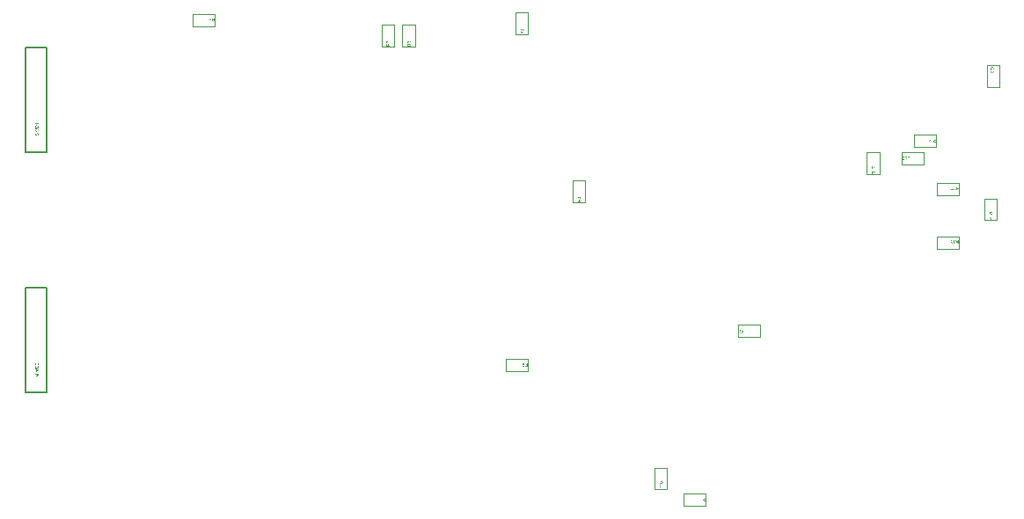
<source format=gbr>
%TF.GenerationSoftware,Altium Limited,Altium Designer,19.1.9 (167)*%
G04 Layer_Color=16711935*
%FSLAX26Y26*%
%MOIN*%
%TF.FileFunction,Other,Mechanical_29*%
%TF.Part,Single*%
G01*
G75*
%TA.AperFunction,NonConductor*%
%ADD75C,0.007874*%
%ADD92C,0.003937*%
G36*
X3567339Y1392280D02*
X3561496D01*
X3561351Y1392298D01*
X3561187D01*
X3560805Y1392316D01*
X3560404Y1392371D01*
X3559968Y1392425D01*
X3559567Y1392516D01*
X3559367Y1392571D01*
X3559203Y1392625D01*
X3559185D01*
X3559167Y1392644D01*
X3559058Y1392698D01*
X3558894Y1392771D01*
X3558694Y1392898D01*
X3558475Y1393062D01*
X3558239Y1393281D01*
X3558020Y1393535D01*
X3557802Y1393827D01*
Y1393845D01*
X3557784Y1393863D01*
X3557711Y1393972D01*
X3557638Y1394154D01*
X3557529Y1394391D01*
X3557438Y1394664D01*
X3557347Y1394991D01*
X3557292Y1395337D01*
X3557274Y1395719D01*
Y1395738D01*
Y1395774D01*
Y1395847D01*
X3557292Y1395938D01*
Y1396065D01*
X3557310Y1396193D01*
X3557383Y1396502D01*
X3557492Y1396866D01*
X3557638Y1397248D01*
X3557856Y1397630D01*
X3558002Y1397812D01*
X3558148Y1397994D01*
X3558166Y1398013D01*
X3558184Y1398031D01*
X3558239Y1398085D01*
X3558311Y1398140D01*
X3558402Y1398213D01*
X3558512Y1398286D01*
X3558657Y1398377D01*
X3558803Y1398486D01*
X3558985Y1398577D01*
X3559185Y1398668D01*
X3559403Y1398777D01*
X3559640Y1398868D01*
X3559913Y1398941D01*
X3560186Y1399032D01*
X3560495Y1399086D01*
X3560823Y1399141D01*
X3560787Y1399159D01*
X3560714Y1399196D01*
X3560605Y1399268D01*
X3560459Y1399341D01*
X3560131Y1399541D01*
X3559968Y1399669D01*
X3559822Y1399778D01*
X3559786Y1399814D01*
X3559695Y1399905D01*
X3559549Y1400051D01*
X3559367Y1400233D01*
X3559167Y1400488D01*
X3558930Y1400761D01*
X3558694Y1401088D01*
X3558439Y1401452D01*
X3556273Y1404874D01*
X3558348D01*
X3560004Y1402253D01*
Y1402235D01*
X3560040Y1402199D01*
X3560077Y1402144D01*
X3560131Y1402071D01*
X3560259Y1401871D01*
X3560423Y1401616D01*
X3560623Y1401343D01*
X3560823Y1401052D01*
X3561023Y1400779D01*
X3561205Y1400524D01*
X3561223Y1400506D01*
X3561278Y1400433D01*
X3561369Y1400324D01*
X3561496Y1400197D01*
X3561769Y1399924D01*
X3561915Y1399796D01*
X3562061Y1399687D01*
X3562079Y1399669D01*
X3562115Y1399651D01*
X3562188Y1399614D01*
X3562297Y1399560D01*
X3562406Y1399505D01*
X3562534Y1399450D01*
X3562825Y1399359D01*
X3562843D01*
X3562880Y1399341D01*
X3562952D01*
X3563043Y1399323D01*
X3563171Y1399305D01*
X3563316D01*
X3563517Y1399287D01*
X3565664D01*
Y1404874D01*
X3567339D01*
Y1392280D01*
D02*
G37*
G36*
X3551013Y1395028D02*
X3551031Y1395046D01*
X3551122Y1395119D01*
X3551232Y1395228D01*
X3551414Y1395355D01*
X3551614Y1395519D01*
X3551869Y1395701D01*
X3552160Y1395901D01*
X3552487Y1396102D01*
X3552506D01*
X3552524Y1396120D01*
X3552633Y1396193D01*
X3552815Y1396284D01*
X3553033Y1396393D01*
X3553288Y1396520D01*
X3553561Y1396648D01*
X3553834Y1396775D01*
X3554107Y1396884D01*
Y1395392D01*
X3554089D01*
X3554053Y1395355D01*
X3553980Y1395337D01*
X3553889Y1395283D01*
X3553780Y1395228D01*
X3553652Y1395155D01*
X3553343Y1394973D01*
X3552979Y1394773D01*
X3552615Y1394518D01*
X3552233Y1394227D01*
X3551850Y1393918D01*
X3551832Y1393899D01*
X3551814Y1393881D01*
X3551759Y1393827D01*
X3551687Y1393772D01*
X3551523Y1393590D01*
X3551304Y1393372D01*
X3551086Y1393117D01*
X3550849Y1392826D01*
X3550649Y1392534D01*
X3550467Y1392225D01*
X3549466D01*
Y1404874D01*
X3551013D01*
Y1395028D01*
D02*
G37*
G36*
X3545717Y1404856D02*
Y1404783D01*
Y1404674D01*
X3545699Y1404528D01*
X3545681Y1404364D01*
X3545644Y1404182D01*
X3545608Y1404000D01*
X3545535Y1403800D01*
Y1403782D01*
X3545517Y1403764D01*
X3545480Y1403655D01*
X3545408Y1403491D01*
X3545298Y1403272D01*
X3545153Y1403018D01*
X3544971Y1402726D01*
X3544771Y1402435D01*
X3544516Y1402126D01*
Y1402108D01*
X3544479Y1402089D01*
X3544388Y1401980D01*
X3544225Y1401816D01*
X3543988Y1401580D01*
X3543715Y1401307D01*
X3543369Y1400979D01*
X3542951Y1400615D01*
X3542496Y1400233D01*
X3542477Y1400215D01*
X3542405Y1400160D01*
X3542295Y1400069D01*
X3542168Y1399960D01*
X3542004Y1399814D01*
X3541804Y1399651D01*
X3541604Y1399469D01*
X3541367Y1399268D01*
X3540912Y1398832D01*
X3540457Y1398395D01*
X3540239Y1398176D01*
X3540039Y1397958D01*
X3539857Y1397758D01*
X3539711Y1397558D01*
Y1397539D01*
X3539675Y1397521D01*
X3539638Y1397467D01*
X3539602Y1397394D01*
X3539474Y1397194D01*
X3539329Y1396957D01*
X3539201Y1396666D01*
X3539074Y1396356D01*
X3539001Y1396011D01*
X3538965Y1395683D01*
Y1395665D01*
Y1395647D01*
X3538983Y1395537D01*
X3539001Y1395355D01*
X3539056Y1395155D01*
X3539129Y1394900D01*
X3539256Y1394646D01*
X3539420Y1394391D01*
X3539638Y1394136D01*
X3539675Y1394100D01*
X3539766Y1394027D01*
X3539893Y1393936D01*
X3540093Y1393808D01*
X3540348Y1393699D01*
X3540639Y1393590D01*
X3540985Y1393517D01*
X3541367Y1393499D01*
X3541476D01*
X3541549Y1393517D01*
X3541768Y1393535D01*
X3542022Y1393590D01*
X3542295Y1393663D01*
X3542605Y1393790D01*
X3542896Y1393954D01*
X3543169Y1394172D01*
X3543205Y1394209D01*
X3543278Y1394300D01*
X3543387Y1394445D01*
X3543497Y1394664D01*
X3543624Y1394919D01*
X3543733Y1395246D01*
X3543806Y1395610D01*
X3543842Y1396029D01*
X3545426Y1395865D01*
Y1395847D01*
X3545408Y1395792D01*
Y1395701D01*
X3545389Y1395574D01*
X3545353Y1395428D01*
X3545317Y1395264D01*
X3545262Y1395064D01*
X3545207Y1394864D01*
X3545062Y1394427D01*
X3544843Y1393990D01*
X3544716Y1393772D01*
X3544552Y1393554D01*
X3544388Y1393353D01*
X3544206Y1393171D01*
X3544188Y1393153D01*
X3544152Y1393135D01*
X3544097Y1393080D01*
X3544006Y1393026D01*
X3543897Y1392953D01*
X3543770Y1392880D01*
X3543624Y1392789D01*
X3543442Y1392698D01*
X3543242Y1392607D01*
X3543023Y1392516D01*
X3542787Y1392443D01*
X3542532Y1392371D01*
X3542259Y1392316D01*
X3541968Y1392261D01*
X3541658Y1392243D01*
X3541331Y1392225D01*
X3541149D01*
X3541021Y1392243D01*
X3540876Y1392261D01*
X3540694Y1392280D01*
X3540494Y1392316D01*
X3540293Y1392352D01*
X3539820Y1392480D01*
X3539347Y1392662D01*
X3539110Y1392771D01*
X3538874Y1392898D01*
X3538655Y1393062D01*
X3538455Y1393244D01*
X3538437Y1393262D01*
X3538401Y1393281D01*
X3538364Y1393353D01*
X3538291Y1393426D01*
X3538200Y1393517D01*
X3538109Y1393645D01*
X3538018Y1393772D01*
X3537909Y1393936D01*
X3537727Y1394282D01*
X3537545Y1394718D01*
X3537472Y1394937D01*
X3537436Y1395192D01*
X3537400Y1395446D01*
X3537381Y1395719D01*
Y1395756D01*
Y1395847D01*
X3537400Y1395992D01*
X3537418Y1396193D01*
X3537454Y1396411D01*
X3537527Y1396666D01*
X3537600Y1396939D01*
X3537709Y1397212D01*
X3537727Y1397248D01*
X3537764Y1397339D01*
X3537836Y1397485D01*
X3537946Y1397685D01*
X3538091Y1397903D01*
X3538273Y1398176D01*
X3538492Y1398449D01*
X3538746Y1398759D01*
X3538783Y1398795D01*
X3538874Y1398904D01*
X3538965Y1398995D01*
X3539056Y1399086D01*
X3539165Y1399196D01*
X3539311Y1399341D01*
X3539456Y1399487D01*
X3539638Y1399651D01*
X3539820Y1399833D01*
X3540039Y1400033D01*
X3540275Y1400233D01*
X3540530Y1400470D01*
X3540821Y1400706D01*
X3541112Y1400961D01*
X3541131Y1400979D01*
X3541167Y1401016D01*
X3541240Y1401070D01*
X3541331Y1401143D01*
X3541440Y1401252D01*
X3541567Y1401361D01*
X3541859Y1401598D01*
X3542168Y1401871D01*
X3542459Y1402144D01*
X3542714Y1402381D01*
X3542823Y1402472D01*
X3542914Y1402563D01*
X3542932Y1402581D01*
X3542987Y1402635D01*
X3543060Y1402708D01*
X3543151Y1402817D01*
X3543242Y1402945D01*
X3543351Y1403072D01*
X3543569Y1403382D01*
X3537363D01*
Y1404874D01*
X3545717D01*
Y1404856D01*
D02*
G37*
G36*
X746764Y2032280D02*
X740922D01*
X740776Y2032298D01*
X740612D01*
X740230Y2032316D01*
X739830Y2032371D01*
X739393Y2032425D01*
X738992Y2032516D01*
X738792Y2032571D01*
X738628Y2032625D01*
X738610D01*
X738592Y2032644D01*
X738483Y2032698D01*
X738319Y2032771D01*
X738119Y2032898D01*
X737900Y2033062D01*
X737664Y2033281D01*
X737445Y2033535D01*
X737227Y2033827D01*
Y2033845D01*
X737209Y2033863D01*
X737136Y2033972D01*
X737063Y2034154D01*
X736954Y2034391D01*
X736863Y2034664D01*
X736772Y2034991D01*
X736717Y2035337D01*
X736699Y2035719D01*
Y2035738D01*
Y2035774D01*
Y2035847D01*
X736717Y2035938D01*
Y2036065D01*
X736736Y2036193D01*
X736808Y2036502D01*
X736918Y2036866D01*
X737063Y2037248D01*
X737282Y2037630D01*
X737427Y2037812D01*
X737573Y2037994D01*
X737591Y2038013D01*
X737609Y2038031D01*
X737664Y2038085D01*
X737737Y2038140D01*
X737828Y2038213D01*
X737937Y2038286D01*
X738082Y2038377D01*
X738228Y2038486D01*
X738410Y2038577D01*
X738610Y2038668D01*
X738829Y2038777D01*
X739065Y2038868D01*
X739338Y2038941D01*
X739611Y2039032D01*
X739921Y2039086D01*
X740248Y2039141D01*
X740212Y2039159D01*
X740139Y2039196D01*
X740030Y2039268D01*
X739884Y2039341D01*
X739557Y2039541D01*
X739393Y2039669D01*
X739247Y2039778D01*
X739211Y2039814D01*
X739120Y2039905D01*
X738974Y2040051D01*
X738792Y2040233D01*
X738592Y2040488D01*
X738355Y2040761D01*
X738119Y2041088D01*
X737864Y2041452D01*
X735698Y2044874D01*
X737773D01*
X739429Y2042253D01*
Y2042235D01*
X739466Y2042199D01*
X739502Y2042144D01*
X739557Y2042071D01*
X739684Y2041871D01*
X739848Y2041616D01*
X740048Y2041343D01*
X740248Y2041052D01*
X740448Y2040779D01*
X740630Y2040524D01*
X740649Y2040506D01*
X740703Y2040433D01*
X740794Y2040324D01*
X740922Y2040197D01*
X741195Y2039924D01*
X741340Y2039796D01*
X741486Y2039687D01*
X741504Y2039669D01*
X741540Y2039651D01*
X741613Y2039614D01*
X741722Y2039560D01*
X741832Y2039505D01*
X741959Y2039450D01*
X742250Y2039359D01*
X742268D01*
X742305Y2039341D01*
X742378D01*
X742469Y2039323D01*
X742596Y2039305D01*
X742742D01*
X742942Y2039287D01*
X745089D01*
Y2044874D01*
X746764D01*
Y2032280D01*
D02*
G37*
G36*
X730602Y2045074D02*
X730748D01*
X730912Y2045056D01*
X731094Y2045020D01*
X731312Y2044965D01*
X731530Y2044910D01*
X731785Y2044838D01*
X732040Y2044747D01*
X732295Y2044637D01*
X732568Y2044492D01*
X732823Y2044328D01*
X733077Y2044146D01*
X733332Y2043928D01*
X733569Y2043673D01*
X733587Y2043655D01*
X733623Y2043600D01*
X733678Y2043527D01*
X733751Y2043400D01*
X733860Y2043236D01*
X733951Y2043054D01*
X734060Y2042817D01*
X734169Y2042563D01*
X734297Y2042253D01*
X734406Y2041907D01*
X734497Y2041525D01*
X734588Y2041107D01*
X734679Y2040633D01*
X734734Y2040124D01*
X734770Y2039578D01*
X734788Y2038995D01*
Y2038977D01*
Y2038959D01*
Y2038904D01*
Y2038832D01*
X734770Y2038650D01*
Y2038395D01*
X734752Y2038104D01*
X734715Y2037758D01*
X734679Y2037376D01*
X734624Y2036957D01*
X734552Y2036538D01*
X734461Y2036083D01*
X734351Y2035647D01*
X734224Y2035210D01*
X734060Y2034791D01*
X733878Y2034391D01*
X733678Y2034009D01*
X733441Y2033681D01*
X733423Y2033663D01*
X733387Y2033626D01*
X733314Y2033554D01*
X733223Y2033444D01*
X733114Y2033335D01*
X732968Y2033226D01*
X732786Y2033080D01*
X732604Y2032953D01*
X732386Y2032826D01*
X732149Y2032680D01*
X731876Y2032571D01*
X731603Y2032443D01*
X731294Y2032352D01*
X730966Y2032280D01*
X730620Y2032243D01*
X730256Y2032225D01*
X730111D01*
X730002Y2032243D01*
X729874D01*
X729729Y2032261D01*
X729383Y2032334D01*
X729001Y2032425D01*
X728600Y2032571D01*
X728200Y2032789D01*
X728000Y2032917D01*
X727818Y2033062D01*
X727799Y2033080D01*
X727781Y2033099D01*
X727727Y2033153D01*
X727672Y2033208D01*
X727581Y2033299D01*
X727508Y2033408D01*
X727308Y2033663D01*
X727108Y2033990D01*
X726926Y2034391D01*
X726762Y2034846D01*
X726653Y2035355D01*
X728200Y2035483D01*
Y2035465D01*
X728218Y2035446D01*
X728236Y2035337D01*
X728291Y2035173D01*
X728364Y2034973D01*
X728436Y2034755D01*
X728546Y2034536D01*
X728673Y2034336D01*
X728800Y2034172D01*
X728837Y2034136D01*
X728910Y2034063D01*
X729037Y2033954D01*
X729219Y2033827D01*
X729456Y2033717D01*
X729710Y2033608D01*
X730020Y2033535D01*
X730347Y2033499D01*
X730475D01*
X730620Y2033517D01*
X730784Y2033554D01*
X731003Y2033608D01*
X731221Y2033681D01*
X731439Y2033772D01*
X731658Y2033918D01*
X731694Y2033936D01*
X731785Y2034009D01*
X731913Y2034136D01*
X732076Y2034318D01*
X732258Y2034536D01*
X732459Y2034791D01*
X732641Y2035119D01*
X732823Y2035483D01*
Y2035501D01*
X732841Y2035537D01*
X732859Y2035592D01*
X732895Y2035665D01*
X732914Y2035774D01*
X732950Y2035901D01*
X732986Y2036047D01*
X733023Y2036229D01*
X733077Y2036429D01*
X733114Y2036648D01*
X733150Y2036884D01*
X733168Y2037139D01*
X733205Y2037430D01*
X733223Y2037721D01*
X733241Y2038049D01*
Y2038377D01*
X733223Y2038358D01*
X733150Y2038249D01*
X733023Y2038104D01*
X732859Y2037922D01*
X732677Y2037703D01*
X732440Y2037503D01*
X732186Y2037303D01*
X731894Y2037121D01*
X731876D01*
X731858Y2037103D01*
X731749Y2037048D01*
X731585Y2036993D01*
X731367Y2036902D01*
X731112Y2036830D01*
X730821Y2036775D01*
X730511Y2036720D01*
X730184Y2036702D01*
X730038D01*
X729929Y2036720D01*
X729783Y2036739D01*
X729638Y2036757D01*
X729456Y2036793D01*
X729274Y2036848D01*
X728855Y2036975D01*
X728637Y2037066D01*
X728418Y2037194D01*
X728200Y2037321D01*
X727963Y2037467D01*
X727745Y2037649D01*
X727545Y2037849D01*
X727526Y2037867D01*
X727490Y2037903D01*
X727435Y2037958D01*
X727381Y2038049D01*
X727290Y2038176D01*
X727199Y2038304D01*
X727108Y2038468D01*
X726999Y2038650D01*
X726889Y2038850D01*
X726798Y2039068D01*
X726707Y2039323D01*
X726616Y2039578D01*
X726562Y2039851D01*
X726507Y2040160D01*
X726471Y2040470D01*
X726453Y2040797D01*
Y2040815D01*
Y2040852D01*
Y2040906D01*
Y2040997D01*
X726471Y2041107D01*
Y2041216D01*
X726525Y2041507D01*
X726580Y2041853D01*
X726671Y2042217D01*
X726798Y2042617D01*
X726980Y2042999D01*
Y2043018D01*
X726999Y2043036D01*
X727035Y2043090D01*
X727071Y2043163D01*
X727181Y2043345D01*
X727344Y2043582D01*
X727545Y2043837D01*
X727781Y2044091D01*
X728072Y2044346D01*
X728382Y2044565D01*
X728400D01*
X728418Y2044583D01*
X728473Y2044619D01*
X728546Y2044637D01*
X728728Y2044728D01*
X728964Y2044819D01*
X729274Y2044929D01*
X729619Y2045001D01*
X730002Y2045074D01*
X730420Y2045092D01*
X730511D01*
X730602Y2045074D01*
D02*
G37*
G36*
X2607339Y214280D02*
X2601496D01*
X2601351Y214298D01*
X2601187D01*
X2600805Y214316D01*
X2600404Y214371D01*
X2599968Y214425D01*
X2599567Y214516D01*
X2599367Y214571D01*
X2599203Y214625D01*
X2599185D01*
X2599167Y214644D01*
X2599058Y214698D01*
X2598894Y214771D01*
X2598694Y214898D01*
X2598475Y215062D01*
X2598239Y215281D01*
X2598020Y215535D01*
X2597802Y215827D01*
Y215845D01*
X2597784Y215863D01*
X2597711Y215972D01*
X2597638Y216154D01*
X2597529Y216391D01*
X2597438Y216664D01*
X2597347Y216991D01*
X2597292Y217337D01*
X2597274Y217719D01*
Y217738D01*
Y217774D01*
Y217847D01*
X2597292Y217938D01*
Y218065D01*
X2597310Y218193D01*
X2597383Y218502D01*
X2597492Y218866D01*
X2597638Y219248D01*
X2597856Y219630D01*
X2598002Y219812D01*
X2598148Y219994D01*
X2598166Y220013D01*
X2598184Y220031D01*
X2598239Y220085D01*
X2598311Y220140D01*
X2598402Y220213D01*
X2598512Y220286D01*
X2598657Y220377D01*
X2598803Y220486D01*
X2598985Y220577D01*
X2599185Y220668D01*
X2599403Y220777D01*
X2599640Y220868D01*
X2599913Y220941D01*
X2600186Y221032D01*
X2600495Y221086D01*
X2600823Y221141D01*
X2600787Y221159D01*
X2600714Y221196D01*
X2600605Y221268D01*
X2600459Y221341D01*
X2600131Y221541D01*
X2599968Y221669D01*
X2599822Y221778D01*
X2599786Y221814D01*
X2599695Y221905D01*
X2599549Y222051D01*
X2599367Y222233D01*
X2599167Y222488D01*
X2598930Y222761D01*
X2598694Y223088D01*
X2598439Y223452D01*
X2596273Y226874D01*
X2598348D01*
X2600004Y224253D01*
Y224235D01*
X2600040Y224199D01*
X2600077Y224144D01*
X2600131Y224071D01*
X2600259Y223871D01*
X2600423Y223616D01*
X2600623Y223343D01*
X2600823Y223052D01*
X2601023Y222779D01*
X2601205Y222524D01*
X2601223Y222506D01*
X2601278Y222433D01*
X2601369Y222324D01*
X2601496Y222197D01*
X2601769Y221924D01*
X2601915Y221796D01*
X2602061Y221687D01*
X2602079Y221669D01*
X2602115Y221651D01*
X2602188Y221614D01*
X2602297Y221560D01*
X2602406Y221505D01*
X2602534Y221450D01*
X2602825Y221359D01*
X2602843D01*
X2602880Y221341D01*
X2602952D01*
X2603043Y221323D01*
X2603171Y221305D01*
X2603316D01*
X2603517Y221287D01*
X2605664D01*
Y226874D01*
X2607339D01*
Y214280D01*
D02*
G37*
G36*
X2591013Y217028D02*
X2591031Y217046D01*
X2591122Y217119D01*
X2591232Y217228D01*
X2591414Y217355D01*
X2591614Y217519D01*
X2591869Y217701D01*
X2592160Y217901D01*
X2592487Y218102D01*
X2592506D01*
X2592524Y218120D01*
X2592633Y218193D01*
X2592815Y218284D01*
X2593033Y218393D01*
X2593288Y218520D01*
X2593561Y218648D01*
X2593834Y218775D01*
X2594107Y218884D01*
Y217392D01*
X2594089D01*
X2594053Y217355D01*
X2593980Y217337D01*
X2593889Y217283D01*
X2593780Y217228D01*
X2593652Y217155D01*
X2593343Y216973D01*
X2592979Y216773D01*
X2592615Y216518D01*
X2592233Y216227D01*
X2591850Y215918D01*
X2591832Y215899D01*
X2591814Y215881D01*
X2591759Y215827D01*
X2591687Y215772D01*
X2591523Y215590D01*
X2591304Y215372D01*
X2591086Y215117D01*
X2590849Y214826D01*
X2590649Y214534D01*
X2590467Y214225D01*
X2589466D01*
Y226874D01*
X2591013D01*
Y217028D01*
D02*
G37*
G36*
X2581222D02*
X2581240Y217046D01*
X2581331Y217119D01*
X2581440Y217228D01*
X2581622Y217355D01*
X2581822Y217519D01*
X2582077Y217701D01*
X2582368Y217901D01*
X2582696Y218102D01*
X2582714D01*
X2582732Y218120D01*
X2582841Y218193D01*
X2583023Y218284D01*
X2583242Y218393D01*
X2583497Y218520D01*
X2583770Y218648D01*
X2584043Y218775D01*
X2584316Y218884D01*
Y217392D01*
X2584297D01*
X2584261Y217355D01*
X2584188Y217337D01*
X2584097Y217283D01*
X2583988Y217228D01*
X2583861Y217155D01*
X2583551Y216973D01*
X2583187Y216773D01*
X2582823Y216518D01*
X2582441Y216227D01*
X2582059Y215918D01*
X2582041Y215899D01*
X2582022Y215881D01*
X2581968Y215827D01*
X2581895Y215772D01*
X2581731Y215590D01*
X2581513Y215372D01*
X2581294Y215117D01*
X2581058Y214826D01*
X2580858Y214534D01*
X2580676Y214225D01*
X2579675D01*
Y226874D01*
X2581222D01*
Y217028D01*
D02*
G37*
G36*
X2440232Y288710D02*
X2440450D01*
X2440687Y288691D01*
X2440942Y288673D01*
X2441524Y288619D01*
X2442125Y288528D01*
X2442707Y288418D01*
X2442980Y288346D01*
X2443253Y288255D01*
X2443271D01*
X2443308Y288236D01*
X2443381Y288200D01*
X2443472Y288164D01*
X2443599Y288127D01*
X2443726Y288054D01*
X2444036Y287909D01*
X2444363Y287727D01*
X2444727Y287490D01*
X2445055Y287217D01*
X2445364Y286890D01*
Y286871D01*
X2445401Y286853D01*
X2445437Y286799D01*
X2445474Y286726D01*
X2445528Y286635D01*
X2445601Y286544D01*
X2445728Y286271D01*
X2445856Y285943D01*
X2445983Y285561D01*
X2446056Y285106D01*
X2446092Y284615D01*
Y284433D01*
X2446074Y284305D01*
X2446056Y284160D01*
X2446020Y283978D01*
X2445983Y283777D01*
X2445929Y283559D01*
X2445856Y283341D01*
X2445783Y283104D01*
X2445674Y282867D01*
X2445546Y282631D01*
X2445401Y282394D01*
X2445219Y282158D01*
X2445019Y281939D01*
X2444800Y281739D01*
X2444782Y281721D01*
X2444727Y281684D01*
X2444636Y281630D01*
X2444491Y281539D01*
X2444327Y281448D01*
X2444109Y281357D01*
X2443854Y281229D01*
X2443563Y281120D01*
X2443235Y281011D01*
X2442853Y280902D01*
X2442434Y280793D01*
X2441961Y280702D01*
X2441451Y280611D01*
X2440905Y280556D01*
X2440305Y280520D01*
X2439668Y280501D01*
X2439650D01*
X2439577D01*
X2439449D01*
X2439304D01*
X2439104Y280520D01*
X2438885D01*
X2438649Y280538D01*
X2438376Y280556D01*
X2437811Y280611D01*
X2437211Y280702D01*
X2436610Y280811D01*
X2436337Y280884D01*
X2436064Y280956D01*
X2436046D01*
X2436010Y280975D01*
X2435937Y281011D01*
X2435846Y281047D01*
X2435718Y281084D01*
X2435591Y281157D01*
X2435282Y281302D01*
X2434954Y281484D01*
X2434608Y281721D01*
X2434262Y281994D01*
X2433971Y282321D01*
Y282340D01*
X2433935Y282358D01*
X2433898Y282412D01*
X2433862Y282485D01*
X2433789Y282576D01*
X2433735Y282685D01*
X2433589Y282958D01*
X2433462Y283286D01*
X2433334Y283668D01*
X2433261Y284123D01*
X2433225Y284615D01*
Y284778D01*
X2433243Y284979D01*
X2433280Y285215D01*
X2433334Y285488D01*
X2433407Y285779D01*
X2433498Y286089D01*
X2433644Y286380D01*
Y286398D01*
X2433662Y286416D01*
X2433716Y286507D01*
X2433807Y286653D01*
X2433935Y286835D01*
X2434117Y287035D01*
X2434317Y287254D01*
X2434554Y287454D01*
X2434827Y287654D01*
X2434863Y287672D01*
X2434954Y287745D01*
X2435118Y287818D01*
X2435354Y287945D01*
X2435627Y288054D01*
X2435937Y288200D01*
X2436301Y288327D01*
X2436701Y288437D01*
X2436719D01*
X2436756Y288455D01*
X2436810Y288473D01*
X2436901Y288491D01*
X2437011Y288509D01*
X2437138Y288528D01*
X2437302Y288564D01*
X2437484Y288582D01*
X2437684Y288619D01*
X2437902Y288637D01*
X2438157Y288655D01*
X2438412Y288691D01*
X2438703Y288710D01*
X2438994D01*
X2439322Y288728D01*
X2439668D01*
X2439686D01*
X2439759D01*
X2439886D01*
X2440032D01*
X2440232Y288710D01*
D02*
G37*
G36*
X2445874Y274987D02*
X2436028D01*
X2436046Y274969D01*
X2436119Y274878D01*
X2436228Y274768D01*
X2436355Y274586D01*
X2436519Y274386D01*
X2436701Y274131D01*
X2436901Y273840D01*
X2437102Y273513D01*
Y273494D01*
X2437120Y273476D01*
X2437193Y273367D01*
X2437284Y273185D01*
X2437393Y272967D01*
X2437520Y272712D01*
X2437648Y272439D01*
X2437775Y272166D01*
X2437884Y271893D01*
X2436392D01*
Y271911D01*
X2436355Y271947D01*
X2436337Y272020D01*
X2436283Y272111D01*
X2436228Y272220D01*
X2436155Y272348D01*
X2435973Y272657D01*
X2435773Y273021D01*
X2435518Y273385D01*
X2435227Y273767D01*
X2434918Y274150D01*
X2434899Y274168D01*
X2434881Y274186D01*
X2434827Y274241D01*
X2434772Y274313D01*
X2434590Y274477D01*
X2434372Y274696D01*
X2434117Y274914D01*
X2433826Y275151D01*
X2433534Y275351D01*
X2433225Y275533D01*
Y276534D01*
X2445874D01*
Y274987D01*
D02*
G37*
G36*
Y267652D02*
X2443253Y265996D01*
X2443235D01*
X2443199Y265960D01*
X2443144Y265923D01*
X2443071Y265869D01*
X2442871Y265741D01*
X2442616Y265577D01*
X2442343Y265377D01*
X2442052Y265177D01*
X2441779Y264977D01*
X2441524Y264795D01*
X2441506Y264777D01*
X2441433Y264722D01*
X2441324Y264631D01*
X2441197Y264504D01*
X2440924Y264231D01*
X2440796Y264085D01*
X2440687Y263939D01*
X2440669Y263921D01*
X2440651Y263885D01*
X2440614Y263812D01*
X2440560Y263703D01*
X2440505Y263594D01*
X2440450Y263466D01*
X2440359Y263175D01*
Y263157D01*
X2440341Y263120D01*
Y263048D01*
X2440323Y262957D01*
X2440305Y262829D01*
Y262684D01*
X2440287Y262483D01*
Y260336D01*
X2445874D01*
Y258661D01*
X2433280D01*
Y264504D01*
X2433298Y264649D01*
Y264813D01*
X2433316Y265195D01*
X2433371Y265596D01*
X2433425Y266032D01*
X2433516Y266433D01*
X2433571Y266633D01*
X2433625Y266797D01*
Y266815D01*
X2433644Y266833D01*
X2433698Y266942D01*
X2433771Y267106D01*
X2433898Y267306D01*
X2434062Y267525D01*
X2434281Y267761D01*
X2434535Y267980D01*
X2434827Y268198D01*
X2434845D01*
X2434863Y268216D01*
X2434972Y268289D01*
X2435154Y268362D01*
X2435391Y268471D01*
X2435664Y268562D01*
X2435991Y268653D01*
X2436337Y268708D01*
X2436719Y268726D01*
X2436738D01*
X2436774D01*
X2436847D01*
X2436938Y268708D01*
X2437065D01*
X2437193Y268690D01*
X2437502Y268617D01*
X2437866Y268508D01*
X2438248Y268362D01*
X2438630Y268144D01*
X2438812Y267998D01*
X2438994Y267852D01*
X2439013Y267834D01*
X2439031Y267816D01*
X2439085Y267761D01*
X2439140Y267689D01*
X2439213Y267598D01*
X2439286Y267488D01*
X2439377Y267343D01*
X2439486Y267197D01*
X2439577Y267015D01*
X2439668Y266815D01*
X2439777Y266597D01*
X2439868Y266360D01*
X2439941Y266087D01*
X2440032Y265814D01*
X2440086Y265505D01*
X2440141Y265177D01*
X2440159Y265213D01*
X2440196Y265286D01*
X2440268Y265395D01*
X2440341Y265541D01*
X2440541Y265869D01*
X2440669Y266032D01*
X2440778Y266178D01*
X2440814Y266214D01*
X2440905Y266305D01*
X2441051Y266451D01*
X2441233Y266633D01*
X2441488Y266833D01*
X2441761Y267070D01*
X2442088Y267306D01*
X2442452Y267561D01*
X2445874Y269727D01*
Y267652D01*
D02*
G37*
G36*
X3238681Y1482746D02*
X3238717Y1482710D01*
X3238790Y1482637D01*
X3238899Y1482564D01*
X3239027Y1482455D01*
X3239172Y1482309D01*
X3239354Y1482164D01*
X3239573Y1482000D01*
X3239791Y1481836D01*
X3240046Y1481636D01*
X3240337Y1481436D01*
X3240628Y1481235D01*
X3240956Y1481017D01*
X3241302Y1480799D01*
X3241684Y1480580D01*
X3242066Y1480362D01*
X3242084Y1480344D01*
X3242157Y1480307D01*
X3242266Y1480253D01*
X3242430Y1480162D01*
X3242630Y1480071D01*
X3242849Y1479961D01*
X3243104Y1479834D01*
X3243395Y1479707D01*
X3243722Y1479561D01*
X3244050Y1479397D01*
X3244414Y1479252D01*
X3244796Y1479106D01*
X3245579Y1478815D01*
X3246416Y1478542D01*
X3246434D01*
X3246489Y1478524D01*
X3246580Y1478505D01*
X3246689Y1478469D01*
X3246835Y1478433D01*
X3247017Y1478396D01*
X3247217Y1478342D01*
X3247435Y1478305D01*
X3247690Y1478251D01*
X3247963Y1478196D01*
X3248545Y1478105D01*
X3249182Y1478014D01*
X3249874Y1477959D01*
Y1476376D01*
X3249856D01*
X3249801D01*
X3249728D01*
X3249619Y1476394D01*
X3249474D01*
X3249292Y1476412D01*
X3249091Y1476431D01*
X3248873Y1476449D01*
X3248618Y1476485D01*
X3248363Y1476522D01*
X3248054Y1476576D01*
X3247745Y1476631D01*
X3247417Y1476685D01*
X3247053Y1476758D01*
X3246307Y1476940D01*
X3246289D01*
X3246216Y1476958D01*
X3246107Y1476995D01*
X3245943Y1477049D01*
X3245761Y1477104D01*
X3245542Y1477177D01*
X3245288Y1477250D01*
X3245015Y1477359D01*
X3244705Y1477468D01*
X3244396Y1477577D01*
X3243704Y1477850D01*
X3242976Y1478178D01*
X3242248Y1478542D01*
X3242230Y1478560D01*
X3242157Y1478596D01*
X3242066Y1478651D01*
X3241921Y1478724D01*
X3241757Y1478815D01*
X3241557Y1478942D01*
X3241338Y1479070D01*
X3241102Y1479215D01*
X3240574Y1479561D01*
X3240028Y1479925D01*
X3239464Y1480344D01*
X3238936Y1480780D01*
Y1474611D01*
X3237443D01*
Y1482764D01*
X3238663D01*
X3238681Y1482746D01*
D02*
G37*
G36*
X3249874Y1468987D02*
X3240028D01*
X3240046Y1468969D01*
X3240119Y1468878D01*
X3240228Y1468768D01*
X3240355Y1468586D01*
X3240519Y1468386D01*
X3240701Y1468131D01*
X3240901Y1467840D01*
X3241102Y1467513D01*
Y1467494D01*
X3241120Y1467476D01*
X3241193Y1467367D01*
X3241284Y1467185D01*
X3241393Y1466967D01*
X3241520Y1466712D01*
X3241648Y1466439D01*
X3241775Y1466166D01*
X3241884Y1465893D01*
X3240392D01*
Y1465911D01*
X3240355Y1465947D01*
X3240337Y1466020D01*
X3240283Y1466111D01*
X3240228Y1466220D01*
X3240155Y1466348D01*
X3239973Y1466657D01*
X3239773Y1467021D01*
X3239518Y1467385D01*
X3239227Y1467767D01*
X3238918Y1468150D01*
X3238899Y1468168D01*
X3238881Y1468186D01*
X3238827Y1468241D01*
X3238772Y1468313D01*
X3238590Y1468477D01*
X3238372Y1468696D01*
X3238117Y1468914D01*
X3237826Y1469151D01*
X3237534Y1469351D01*
X3237225Y1469533D01*
Y1470534D01*
X3249874D01*
Y1468987D01*
D02*
G37*
G36*
Y1461652D02*
X3247253Y1459996D01*
X3247235D01*
X3247199Y1459960D01*
X3247144Y1459923D01*
X3247071Y1459869D01*
X3246871Y1459741D01*
X3246616Y1459577D01*
X3246343Y1459377D01*
X3246052Y1459177D01*
X3245779Y1458977D01*
X3245524Y1458795D01*
X3245506Y1458777D01*
X3245433Y1458722D01*
X3245324Y1458631D01*
X3245197Y1458504D01*
X3244924Y1458231D01*
X3244796Y1458085D01*
X3244687Y1457939D01*
X3244669Y1457921D01*
X3244651Y1457885D01*
X3244614Y1457812D01*
X3244560Y1457703D01*
X3244505Y1457594D01*
X3244450Y1457466D01*
X3244359Y1457175D01*
Y1457157D01*
X3244341Y1457120D01*
Y1457048D01*
X3244323Y1456957D01*
X3244305Y1456829D01*
Y1456684D01*
X3244287Y1456483D01*
Y1454336D01*
X3249874D01*
Y1452661D01*
X3237280D01*
Y1458504D01*
X3237298Y1458649D01*
Y1458813D01*
X3237316Y1459195D01*
X3237371Y1459596D01*
X3237425Y1460032D01*
X3237516Y1460433D01*
X3237571Y1460633D01*
X3237625Y1460797D01*
Y1460815D01*
X3237644Y1460833D01*
X3237698Y1460942D01*
X3237771Y1461106D01*
X3237898Y1461306D01*
X3238062Y1461525D01*
X3238281Y1461761D01*
X3238535Y1461980D01*
X3238827Y1462198D01*
X3238845D01*
X3238863Y1462216D01*
X3238972Y1462289D01*
X3239154Y1462362D01*
X3239391Y1462471D01*
X3239664Y1462562D01*
X3239991Y1462653D01*
X3240337Y1462708D01*
X3240719Y1462726D01*
X3240738D01*
X3240774D01*
X3240847D01*
X3240938Y1462708D01*
X3241065D01*
X3241193Y1462690D01*
X3241502Y1462617D01*
X3241866Y1462508D01*
X3242248Y1462362D01*
X3242630Y1462144D01*
X3242812Y1461998D01*
X3242994Y1461852D01*
X3243013Y1461834D01*
X3243031Y1461816D01*
X3243085Y1461761D01*
X3243140Y1461689D01*
X3243213Y1461598D01*
X3243286Y1461488D01*
X3243377Y1461343D01*
X3243486Y1461197D01*
X3243577Y1461015D01*
X3243668Y1460815D01*
X3243777Y1460597D01*
X3243868Y1460360D01*
X3243941Y1460087D01*
X3244032Y1459814D01*
X3244086Y1459505D01*
X3244141Y1459177D01*
X3244159Y1459213D01*
X3244196Y1459286D01*
X3244268Y1459395D01*
X3244341Y1459541D01*
X3244541Y1459869D01*
X3244669Y1460032D01*
X3244778Y1460178D01*
X3244814Y1460214D01*
X3244905Y1460305D01*
X3245051Y1460451D01*
X3245233Y1460633D01*
X3245488Y1460833D01*
X3245761Y1461070D01*
X3246088Y1461306D01*
X3246452Y1461561D01*
X3249874Y1463727D01*
Y1461652D01*
D02*
G37*
G36*
X3539768Y1202074D02*
X3539913Y1202056D01*
X3540077Y1202038D01*
X3540259Y1202001D01*
X3540459Y1201965D01*
X3540896Y1201856D01*
X3541351Y1201674D01*
X3541588Y1201565D01*
X3541806Y1201437D01*
X3542024Y1201273D01*
X3542243Y1201110D01*
X3542261Y1201091D01*
X3542297Y1201055D01*
X3542352Y1201000D01*
X3542407Y1200928D01*
X3542498Y1200837D01*
X3542589Y1200709D01*
X3542698Y1200582D01*
X3542807Y1200418D01*
X3542916Y1200236D01*
X3543025Y1200054D01*
X3543226Y1199617D01*
X3543389Y1199108D01*
X3543444Y1198835D01*
X3543480Y1198543D01*
X3541933Y1198343D01*
Y1198361D01*
X3541915Y1198398D01*
X3541897Y1198471D01*
X3541879Y1198562D01*
X3541861Y1198671D01*
X3541824Y1198798D01*
X3541733Y1199071D01*
X3541606Y1199399D01*
X3541442Y1199708D01*
X3541260Y1199999D01*
X3541042Y1200254D01*
X3541005Y1200272D01*
X3540932Y1200345D01*
X3540787Y1200436D01*
X3540605Y1200527D01*
X3540386Y1200636D01*
X3540113Y1200727D01*
X3539804Y1200800D01*
X3539476Y1200818D01*
X3539367D01*
X3539294Y1200800D01*
X3539094Y1200782D01*
X3538839Y1200727D01*
X3538548Y1200636D01*
X3538239Y1200509D01*
X3537929Y1200327D01*
X3537638Y1200072D01*
X3537602Y1200036D01*
X3537511Y1199927D01*
X3537402Y1199763D01*
X3537256Y1199544D01*
X3537110Y1199271D01*
X3537001Y1198962D01*
X3536910Y1198598D01*
X3536874Y1198198D01*
Y1198179D01*
Y1198143D01*
Y1198088D01*
X3536892Y1198016D01*
X3536910Y1197815D01*
X3536965Y1197579D01*
X3537038Y1197288D01*
X3537165Y1196996D01*
X3537347Y1196705D01*
X3537584Y1196432D01*
X3537620Y1196396D01*
X3537711Y1196323D01*
X3537857Y1196214D01*
X3538057Y1196086D01*
X3538312Y1195959D01*
X3538621Y1195850D01*
X3538967Y1195777D01*
X3539349Y1195741D01*
X3539513D01*
X3539640Y1195759D01*
X3539804Y1195777D01*
X3539986Y1195813D01*
X3540204Y1195850D01*
X3540441Y1195904D01*
X3540259Y1194539D01*
X3540168D01*
X3540095Y1194558D01*
X3539859D01*
X3539658Y1194521D01*
X3539422Y1194485D01*
X3539149Y1194430D01*
X3538839Y1194339D01*
X3538548Y1194212D01*
X3538239Y1194048D01*
X3538221D01*
X3538202Y1194030D01*
X3538111Y1193957D01*
X3537984Y1193830D01*
X3537838Y1193666D01*
X3537693Y1193429D01*
X3537565Y1193156D01*
X3537474Y1192847D01*
X3537438Y1192665D01*
Y1192465D01*
Y1192446D01*
Y1192428D01*
Y1192319D01*
X3537474Y1192173D01*
X3537511Y1191973D01*
X3537584Y1191755D01*
X3537675Y1191518D01*
X3537820Y1191282D01*
X3538020Y1191063D01*
X3538039Y1191045D01*
X3538130Y1190972D01*
X3538257Y1190881D01*
X3538421Y1190772D01*
X3538639Y1190681D01*
X3538894Y1190590D01*
X3539185Y1190517D01*
X3539513Y1190499D01*
X3539658D01*
X3539822Y1190535D01*
X3540041Y1190572D01*
X3540277Y1190645D01*
X3540514Y1190736D01*
X3540769Y1190881D01*
X3541005Y1191063D01*
X3541023Y1191081D01*
X3541096Y1191172D01*
X3541205Y1191300D01*
X3541333Y1191482D01*
X3541460Y1191718D01*
X3541588Y1192010D01*
X3541697Y1192355D01*
X3541770Y1192756D01*
X3543317Y1192483D01*
Y1192465D01*
X3543298Y1192410D01*
X3543280Y1192337D01*
X3543262Y1192228D01*
X3543226Y1192101D01*
X3543171Y1191955D01*
X3543062Y1191609D01*
X3542880Y1191209D01*
X3542661Y1190808D01*
X3542388Y1190426D01*
X3542043Y1190080D01*
X3542024Y1190062D01*
X3541988Y1190044D01*
X3541933Y1190008D01*
X3541861Y1189953D01*
X3541770Y1189880D01*
X3541642Y1189807D01*
X3541515Y1189735D01*
X3541351Y1189644D01*
X3540987Y1189498D01*
X3540568Y1189352D01*
X3540077Y1189261D01*
X3539822Y1189225D01*
X3539367D01*
X3539167Y1189243D01*
X3538930Y1189280D01*
X3538639Y1189334D01*
X3538312Y1189425D01*
X3537984Y1189534D01*
X3537656Y1189680D01*
X3537638D01*
X3537620Y1189698D01*
X3537511Y1189753D01*
X3537347Y1189862D01*
X3537165Y1189989D01*
X3536947Y1190171D01*
X3536728Y1190372D01*
X3536510Y1190608D01*
X3536328Y1190881D01*
X3536310Y1190918D01*
X3536255Y1191009D01*
X3536182Y1191172D01*
X3536091Y1191373D01*
X3536000Y1191609D01*
X3535927Y1191882D01*
X3535873Y1192192D01*
X3535855Y1192501D01*
Y1192537D01*
Y1192647D01*
X3535873Y1192792D01*
X3535909Y1192992D01*
X3535964Y1193229D01*
X3536055Y1193484D01*
X3536164Y1193739D01*
X3536310Y1193993D01*
X3536328Y1194030D01*
X3536382Y1194103D01*
X3536492Y1194230D01*
X3536637Y1194376D01*
X3536819Y1194539D01*
X3537038Y1194721D01*
X3537292Y1194885D01*
X3537602Y1195049D01*
X3537584D01*
X3537547Y1195067D01*
X3537493Y1195085D01*
X3537420Y1195104D01*
X3537220Y1195176D01*
X3536965Y1195286D01*
X3536674Y1195431D01*
X3536382Y1195613D01*
X3536109Y1195850D01*
X3535855Y1196123D01*
X3535836Y1196159D01*
X3535764Y1196268D01*
X3535654Y1196450D01*
X3535545Y1196687D01*
X3535436Y1196978D01*
X3535327Y1197324D01*
X3535254Y1197724D01*
X3535236Y1198161D01*
Y1198179D01*
Y1198234D01*
Y1198325D01*
X3535254Y1198434D01*
X3535272Y1198580D01*
X3535309Y1198744D01*
X3535345Y1198926D01*
X3535381Y1199126D01*
X3535527Y1199563D01*
X3535636Y1199799D01*
X3535745Y1200018D01*
X3535891Y1200254D01*
X3536055Y1200491D01*
X3536237Y1200727D01*
X3536455Y1200946D01*
X3536473Y1200964D01*
X3536510Y1201000D01*
X3536583Y1201055D01*
X3536674Y1201128D01*
X3536783Y1201219D01*
X3536928Y1201310D01*
X3537092Y1201419D01*
X3537292Y1201510D01*
X3537493Y1201619D01*
X3537729Y1201728D01*
X3537966Y1201819D01*
X3538239Y1201910D01*
X3538530Y1201983D01*
X3538839Y1202038D01*
X3539149Y1202074D01*
X3539495Y1202092D01*
X3539658D01*
X3539768Y1202074D01*
D02*
G37*
G36*
X3565339Y1189280D02*
X3559496D01*
X3559351Y1189298D01*
X3559187D01*
X3558805Y1189316D01*
X3558404Y1189371D01*
X3557968Y1189425D01*
X3557567Y1189516D01*
X3557367Y1189571D01*
X3557203Y1189625D01*
X3557185D01*
X3557167Y1189644D01*
X3557058Y1189698D01*
X3556894Y1189771D01*
X3556694Y1189898D01*
X3556475Y1190062D01*
X3556239Y1190281D01*
X3556020Y1190535D01*
X3555802Y1190827D01*
Y1190845D01*
X3555784Y1190863D01*
X3555711Y1190972D01*
X3555638Y1191154D01*
X3555529Y1191391D01*
X3555438Y1191664D01*
X3555347Y1191991D01*
X3555292Y1192337D01*
X3555274Y1192719D01*
Y1192738D01*
Y1192774D01*
Y1192847D01*
X3555292Y1192938D01*
Y1193065D01*
X3555310Y1193193D01*
X3555383Y1193502D01*
X3555492Y1193866D01*
X3555638Y1194248D01*
X3555856Y1194630D01*
X3556002Y1194812D01*
X3556148Y1194994D01*
X3556166Y1195013D01*
X3556184Y1195031D01*
X3556239Y1195085D01*
X3556311Y1195140D01*
X3556402Y1195213D01*
X3556512Y1195286D01*
X3556657Y1195377D01*
X3556803Y1195486D01*
X3556985Y1195577D01*
X3557185Y1195668D01*
X3557403Y1195777D01*
X3557640Y1195868D01*
X3557913Y1195941D01*
X3558186Y1196032D01*
X3558495Y1196086D01*
X3558823Y1196141D01*
X3558787Y1196159D01*
X3558714Y1196196D01*
X3558605Y1196268D01*
X3558459Y1196341D01*
X3558131Y1196541D01*
X3557968Y1196669D01*
X3557822Y1196778D01*
X3557786Y1196814D01*
X3557695Y1196905D01*
X3557549Y1197051D01*
X3557367Y1197233D01*
X3557167Y1197488D01*
X3556930Y1197761D01*
X3556694Y1198088D01*
X3556439Y1198452D01*
X3554273Y1201874D01*
X3556348D01*
X3558004Y1199253D01*
Y1199235D01*
X3558040Y1199199D01*
X3558077Y1199144D01*
X3558131Y1199071D01*
X3558259Y1198871D01*
X3558423Y1198616D01*
X3558623Y1198343D01*
X3558823Y1198052D01*
X3559023Y1197779D01*
X3559205Y1197524D01*
X3559223Y1197506D01*
X3559278Y1197433D01*
X3559369Y1197324D01*
X3559496Y1197197D01*
X3559769Y1196924D01*
X3559915Y1196796D01*
X3560061Y1196687D01*
X3560079Y1196669D01*
X3560115Y1196651D01*
X3560188Y1196614D01*
X3560297Y1196560D01*
X3560406Y1196505D01*
X3560534Y1196450D01*
X3560825Y1196359D01*
X3560843D01*
X3560880Y1196341D01*
X3560952D01*
X3561043Y1196323D01*
X3561171Y1196305D01*
X3561316D01*
X3561517Y1196287D01*
X3563664D01*
Y1201874D01*
X3565339D01*
Y1189280D01*
D02*
G37*
G36*
X3549013Y1192028D02*
X3549031Y1192046D01*
X3549122Y1192119D01*
X3549232Y1192228D01*
X3549414Y1192355D01*
X3549614Y1192519D01*
X3549869Y1192701D01*
X3550160Y1192901D01*
X3550487Y1193102D01*
X3550506D01*
X3550524Y1193120D01*
X3550633Y1193193D01*
X3550815Y1193284D01*
X3551033Y1193393D01*
X3551288Y1193520D01*
X3551561Y1193648D01*
X3551834Y1193775D01*
X3552107Y1193884D01*
Y1192392D01*
X3552089D01*
X3552053Y1192355D01*
X3551980Y1192337D01*
X3551889Y1192283D01*
X3551780Y1192228D01*
X3551652Y1192155D01*
X3551343Y1191973D01*
X3550979Y1191773D01*
X3550615Y1191518D01*
X3550233Y1191227D01*
X3549850Y1190918D01*
X3549832Y1190899D01*
X3549814Y1190881D01*
X3549759Y1190827D01*
X3549687Y1190772D01*
X3549523Y1190590D01*
X3549304Y1190372D01*
X3549086Y1190117D01*
X3548849Y1189826D01*
X3548649Y1189534D01*
X3548467Y1189225D01*
X3547466D01*
Y1201874D01*
X3549013D01*
Y1192028D01*
D02*
G37*
G36*
X2749463Y862082D02*
X2744422D01*
X2743748Y858679D01*
X2743766Y858697D01*
X2743803Y858715D01*
X2743857Y858752D01*
X2743948Y858806D01*
X2744058Y858861D01*
X2744185Y858934D01*
X2744476Y859079D01*
X2744840Y859225D01*
X2745241Y859352D01*
X2745677Y859443D01*
X2745896Y859480D01*
X2746296D01*
X2746405Y859462D01*
X2746551Y859443D01*
X2746715Y859425D01*
X2746897Y859389D01*
X2747097Y859334D01*
X2747534Y859207D01*
X2747770Y859116D01*
X2748007Y858988D01*
X2748244Y858861D01*
X2748480Y858715D01*
X2748699Y858533D01*
X2748917Y858333D01*
X2748935Y858315D01*
X2748972Y858279D01*
X2749026Y858224D01*
X2749099Y858133D01*
X2749190Y858006D01*
X2749281Y857878D01*
X2749390Y857714D01*
X2749499Y857532D01*
X2749590Y857332D01*
X2749700Y857114D01*
X2749791Y856859D01*
X2749882Y856604D01*
X2749954Y856331D01*
X2750009Y856022D01*
X2750045Y855712D01*
X2750064Y855385D01*
Y855367D01*
Y855312D01*
Y855221D01*
X2750045Y855094D01*
X2750027Y854948D01*
X2750009Y854784D01*
X2749973Y854584D01*
X2749936Y854384D01*
X2749827Y853911D01*
X2749645Y853419D01*
X2749536Y853164D01*
X2749390Y852928D01*
X2749245Y852673D01*
X2749063Y852436D01*
X2749044Y852418D01*
X2749008Y852364D01*
X2748935Y852291D01*
X2748844Y852200D01*
X2748717Y852091D01*
X2748571Y851945D01*
X2748389Y851818D01*
X2748189Y851672D01*
X2747971Y851526D01*
X2747716Y851399D01*
X2747443Y851272D01*
X2747152Y851144D01*
X2746842Y851053D01*
X2746496Y850980D01*
X2746132Y850926D01*
X2745750Y850908D01*
X2745586D01*
X2745459Y850926D01*
X2745313Y850944D01*
X2745150Y850962D01*
X2744949Y850980D01*
X2744749Y851035D01*
X2744294Y851144D01*
X2743839Y851308D01*
X2743603Y851417D01*
X2743366Y851545D01*
X2743148Y851690D01*
X2742929Y851854D01*
X2742911Y851872D01*
X2742875Y851890D01*
X2742838Y851963D01*
X2742765Y852036D01*
X2742674Y852127D01*
X2742583Y852236D01*
X2742474Y852382D01*
X2742383Y852546D01*
X2742274Y852709D01*
X2742165Y852910D01*
X2741965Y853346D01*
X2741801Y853856D01*
X2741746Y854129D01*
X2741710Y854420D01*
X2743330Y854548D01*
Y854529D01*
Y854493D01*
X2743348Y854438D01*
X2743366Y854347D01*
X2743421Y854147D01*
X2743493Y853874D01*
X2743603Y853601D01*
X2743748Y853292D01*
X2743930Y853019D01*
X2744149Y852764D01*
X2744185Y852746D01*
X2744258Y852673D01*
X2744403Y852582D01*
X2744604Y852473D01*
X2744822Y852364D01*
X2745095Y852273D01*
X2745404Y852200D01*
X2745750Y852182D01*
X2745859D01*
X2745932Y852200D01*
X2746151Y852218D01*
X2746405Y852291D01*
X2746715Y852382D01*
X2747024Y852527D01*
X2747352Y852746D01*
X2747497Y852873D01*
X2747643Y853019D01*
X2747661Y853037D01*
X2747679Y853055D01*
X2747716Y853110D01*
X2747770Y853164D01*
X2747898Y853365D01*
X2748043Y853619D01*
X2748171Y853929D01*
X2748298Y854311D01*
X2748389Y854766D01*
X2748426Y855003D01*
Y855257D01*
Y855276D01*
Y855312D01*
Y855385D01*
X2748407Y855476D01*
Y855585D01*
X2748389Y855712D01*
X2748335Y856004D01*
X2748244Y856349D01*
X2748116Y856695D01*
X2747934Y857023D01*
X2747679Y857332D01*
Y857350D01*
X2747643Y857369D01*
X2747552Y857460D01*
X2747388Y857587D01*
X2747170Y857733D01*
X2746879Y857860D01*
X2746551Y857987D01*
X2746169Y858078D01*
X2745950Y858115D01*
X2745605D01*
X2745459Y858097D01*
X2745277Y858078D01*
X2745059Y858024D01*
X2744840Y857969D01*
X2744604Y857878D01*
X2744367Y857769D01*
X2744349Y857751D01*
X2744276Y857714D01*
X2744167Y857623D01*
X2744021Y857532D01*
X2743876Y857405D01*
X2743730Y857241D01*
X2743566Y857077D01*
X2743439Y856877D01*
X2741983Y857077D01*
X2743202Y863557D01*
X2749463D01*
Y862082D01*
D02*
G37*
G36*
X2735649Y863702D02*
X2735813D01*
X2736195Y863684D01*
X2736596Y863629D01*
X2737032Y863575D01*
X2737433Y863484D01*
X2737633Y863429D01*
X2737797Y863375D01*
X2737815D01*
X2737833Y863356D01*
X2737942Y863302D01*
X2738106Y863229D01*
X2738306Y863102D01*
X2738525Y862938D01*
X2738761Y862719D01*
X2738980Y862465D01*
X2739198Y862173D01*
Y862155D01*
X2739216Y862137D01*
X2739289Y862028D01*
X2739362Y861846D01*
X2739471Y861609D01*
X2739562Y861336D01*
X2739653Y861009D01*
X2739708Y860663D01*
X2739726Y860281D01*
Y860262D01*
Y860226D01*
Y860153D01*
X2739708Y860062D01*
Y859935D01*
X2739690Y859807D01*
X2739617Y859498D01*
X2739508Y859134D01*
X2739362Y858752D01*
X2739144Y858370D01*
X2738998Y858188D01*
X2738852Y858006D01*
X2738834Y857987D01*
X2738816Y857969D01*
X2738761Y857915D01*
X2738689Y857860D01*
X2738598Y857787D01*
X2738488Y857714D01*
X2738343Y857623D01*
X2738197Y857514D01*
X2738015Y857423D01*
X2737815Y857332D01*
X2737597Y857223D01*
X2737360Y857132D01*
X2737087Y857059D01*
X2736814Y856968D01*
X2736505Y856914D01*
X2736177Y856859D01*
X2736213Y856841D01*
X2736286Y856804D01*
X2736395Y856732D01*
X2736541Y856659D01*
X2736869Y856459D01*
X2737032Y856331D01*
X2737178Y856222D01*
X2737214Y856186D01*
X2737305Y856095D01*
X2737451Y855949D01*
X2737633Y855767D01*
X2737833Y855512D01*
X2738070Y855239D01*
X2738306Y854912D01*
X2738561Y854548D01*
X2740727Y851126D01*
X2738652D01*
X2736996Y853747D01*
Y853765D01*
X2736960Y853801D01*
X2736923Y853856D01*
X2736869Y853929D01*
X2736741Y854129D01*
X2736577Y854384D01*
X2736377Y854657D01*
X2736177Y854948D01*
X2735977Y855221D01*
X2735795Y855476D01*
X2735777Y855494D01*
X2735722Y855567D01*
X2735631Y855676D01*
X2735504Y855803D01*
X2735231Y856076D01*
X2735085Y856204D01*
X2734939Y856313D01*
X2734921Y856331D01*
X2734885Y856349D01*
X2734812Y856386D01*
X2734703Y856440D01*
X2734594Y856495D01*
X2734466Y856550D01*
X2734175Y856641D01*
X2734157D01*
X2734120Y856659D01*
X2734048D01*
X2733957Y856677D01*
X2733829Y856695D01*
X2733684D01*
X2733483Y856713D01*
X2731336D01*
Y851126D01*
X2729661D01*
Y863720D01*
X2735504D01*
X2735649Y863702D01*
D02*
G37*
G36*
X1917759Y737074D02*
X1917887D01*
X1918032Y737056D01*
X1918378Y736983D01*
X1918760Y736892D01*
X1919161Y736747D01*
X1919561Y736546D01*
X1919761Y736419D01*
X1919943Y736273D01*
X1919962Y736255D01*
X1919980Y736237D01*
X1920034Y736182D01*
X1920089Y736128D01*
X1920162Y736037D01*
X1920253Y735928D01*
X1920435Y735673D01*
X1920617Y735345D01*
X1920799Y734945D01*
X1920944Y734490D01*
X1921054Y733962D01*
X1919561Y733835D01*
Y733853D01*
X1919543Y733889D01*
Y733926D01*
X1919525Y733998D01*
X1919470Y734199D01*
X1919397Y734417D01*
X1919306Y734672D01*
X1919179Y734927D01*
X1919033Y735163D01*
X1918851Y735363D01*
X1918833Y735382D01*
X1918760Y735436D01*
X1918633Y735509D01*
X1918487Y735582D01*
X1918287Y735673D01*
X1918051Y735746D01*
X1917778Y735800D01*
X1917486Y735818D01*
X1917359D01*
X1917232Y735800D01*
X1917068Y735782D01*
X1916868Y735746D01*
X1916667Y735691D01*
X1916449Y735618D01*
X1916249Y735509D01*
X1916231Y735491D01*
X1916158Y735454D01*
X1916049Y735382D01*
X1915939Y735272D01*
X1915794Y735145D01*
X1915648Y734999D01*
X1915503Y734836D01*
X1915357Y734635D01*
X1915339Y734617D01*
X1915302Y734526D01*
X1915230Y734399D01*
X1915157Y734235D01*
X1915066Y734017D01*
X1914975Y733762D01*
X1914884Y733471D01*
X1914793Y733143D01*
Y733125D01*
X1914775Y733107D01*
Y733052D01*
X1914756Y732979D01*
X1914720Y732797D01*
X1914665Y732561D01*
X1914629Y732269D01*
X1914593Y731960D01*
X1914574Y731614D01*
X1914556Y731250D01*
Y731232D01*
Y731177D01*
Y731086D01*
Y730941D01*
X1914574Y730977D01*
X1914647Y731068D01*
X1914756Y731196D01*
X1914884Y731378D01*
X1915066Y731560D01*
X1915284Y731760D01*
X1915539Y731960D01*
X1915830Y732142D01*
X1915867Y732160D01*
X1915976Y732215D01*
X1916140Y732288D01*
X1916340Y732360D01*
X1916613Y732451D01*
X1916904Y732524D01*
X1917232Y732579D01*
X1917577Y732597D01*
X1917723D01*
X1917832Y732579D01*
X1917978Y732561D01*
X1918123Y732542D01*
X1918305Y732506D01*
X1918487Y732451D01*
X1918906Y732324D01*
X1919124Y732233D01*
X1919343Y732124D01*
X1919579Y731996D01*
X1919798Y731833D01*
X1920016Y731669D01*
X1920216Y731469D01*
X1920235Y731450D01*
X1920271Y731414D01*
X1920307Y731359D01*
X1920380Y731268D01*
X1920471Y731141D01*
X1920562Y731014D01*
X1920653Y730850D01*
X1920744Y730668D01*
X1920853Y730468D01*
X1920944Y730249D01*
X1921035Y729994D01*
X1921126Y729740D01*
X1921199Y729448D01*
X1921236Y729139D01*
X1921272Y728830D01*
X1921290Y728484D01*
Y728466D01*
Y728393D01*
Y728302D01*
X1921272Y728174D01*
X1921254Y728011D01*
X1921236Y727810D01*
X1921199Y727610D01*
X1921145Y727374D01*
X1921017Y726900D01*
X1920926Y726646D01*
X1920817Y726373D01*
X1920690Y726118D01*
X1920526Y725881D01*
X1920362Y725626D01*
X1920162Y725408D01*
X1920144Y725390D01*
X1920107Y725353D01*
X1920053Y725299D01*
X1919962Y725226D01*
X1919852Y725135D01*
X1919707Y725026D01*
X1919561Y724935D01*
X1919379Y724807D01*
X1919197Y724698D01*
X1918979Y724607D01*
X1918487Y724407D01*
X1918233Y724334D01*
X1917941Y724280D01*
X1917650Y724243D01*
X1917341Y724225D01*
X1917213D01*
X1917122Y724243D01*
X1917031D01*
X1916904Y724261D01*
X1916595Y724316D01*
X1916249Y724389D01*
X1915867Y724516D01*
X1915484Y724680D01*
X1915102Y724898D01*
X1915084D01*
X1915066Y724935D01*
X1915011Y724971D01*
X1914938Y725026D01*
X1914756Y725171D01*
X1914520Y725372D01*
X1914283Y725645D01*
X1914010Y725972D01*
X1913774Y726354D01*
X1913555Y726791D01*
Y726809D01*
X1913537Y726846D01*
X1913501Y726919D01*
X1913464Y727010D01*
X1913428Y727137D01*
X1913373Y727301D01*
X1913337Y727483D01*
X1913282Y727683D01*
X1913228Y727920D01*
X1913173Y728193D01*
X1913137Y728484D01*
X1913100Y728793D01*
X1913064Y729139D01*
X1913027Y729503D01*
X1913009Y729903D01*
Y730322D01*
Y730340D01*
Y730431D01*
Y730559D01*
Y730722D01*
X1913027Y730923D01*
Y731159D01*
X1913046Y731432D01*
X1913082Y731705D01*
X1913137Y732324D01*
X1913228Y732979D01*
X1913355Y733598D01*
X1913446Y733907D01*
X1913537Y734180D01*
Y734199D01*
X1913555Y734235D01*
X1913592Y734308D01*
X1913628Y734417D01*
X1913683Y734526D01*
X1913755Y734672D01*
X1913937Y734981D01*
X1914156Y735327D01*
X1914411Y735691D01*
X1914738Y736037D01*
X1915102Y736346D01*
X1915120D01*
X1915157Y736383D01*
X1915211Y736419D01*
X1915284Y736455D01*
X1915393Y736510D01*
X1915503Y736583D01*
X1915648Y736656D01*
X1915794Y736710D01*
X1916140Y736856D01*
X1916558Y736983D01*
X1917013Y737056D01*
X1917523Y737092D01*
X1917668D01*
X1917759Y737074D01*
D02*
G37*
G36*
X1933339Y724280D02*
X1927496D01*
X1927351Y724298D01*
X1927187D01*
X1926805Y724316D01*
X1926404Y724371D01*
X1925968Y724425D01*
X1925567Y724516D01*
X1925367Y724571D01*
X1925203Y724625D01*
X1925185D01*
X1925167Y724644D01*
X1925058Y724698D01*
X1924894Y724771D01*
X1924694Y724898D01*
X1924475Y725062D01*
X1924239Y725281D01*
X1924020Y725535D01*
X1923802Y725827D01*
Y725845D01*
X1923784Y725863D01*
X1923711Y725972D01*
X1923638Y726154D01*
X1923529Y726391D01*
X1923438Y726664D01*
X1923347Y726991D01*
X1923292Y727337D01*
X1923274Y727719D01*
Y727738D01*
Y727774D01*
Y727847D01*
X1923292Y727938D01*
Y728065D01*
X1923310Y728193D01*
X1923383Y728502D01*
X1923492Y728866D01*
X1923638Y729248D01*
X1923856Y729630D01*
X1924002Y729812D01*
X1924148Y729994D01*
X1924166Y730013D01*
X1924184Y730031D01*
X1924239Y730085D01*
X1924311Y730140D01*
X1924402Y730213D01*
X1924512Y730286D01*
X1924657Y730377D01*
X1924803Y730486D01*
X1924985Y730577D01*
X1925185Y730668D01*
X1925403Y730777D01*
X1925640Y730868D01*
X1925913Y730941D01*
X1926186Y731032D01*
X1926495Y731086D01*
X1926823Y731141D01*
X1926787Y731159D01*
X1926714Y731196D01*
X1926605Y731268D01*
X1926459Y731341D01*
X1926131Y731541D01*
X1925968Y731669D01*
X1925822Y731778D01*
X1925786Y731814D01*
X1925695Y731905D01*
X1925549Y732051D01*
X1925367Y732233D01*
X1925167Y732488D01*
X1924930Y732761D01*
X1924694Y733088D01*
X1924439Y733452D01*
X1922273Y736874D01*
X1924348D01*
X1926004Y734253D01*
Y734235D01*
X1926040Y734199D01*
X1926077Y734144D01*
X1926131Y734071D01*
X1926259Y733871D01*
X1926423Y733616D01*
X1926623Y733343D01*
X1926823Y733052D01*
X1927023Y732779D01*
X1927205Y732524D01*
X1927223Y732506D01*
X1927278Y732433D01*
X1927369Y732324D01*
X1927496Y732197D01*
X1927769Y731924D01*
X1927915Y731796D01*
X1928061Y731687D01*
X1928079Y731669D01*
X1928115Y731651D01*
X1928188Y731614D01*
X1928297Y731560D01*
X1928406Y731505D01*
X1928534Y731450D01*
X1928825Y731359D01*
X1928843D01*
X1928880Y731341D01*
X1928952D01*
X1929043Y731323D01*
X1929171Y731305D01*
X1929316D01*
X1929517Y731287D01*
X1931664D01*
Y736874D01*
X1933339D01*
Y724280D01*
D02*
G37*
G36*
X3480339Y1574280D02*
X3474496D01*
X3474351Y1574298D01*
X3474187D01*
X3473805Y1574316D01*
X3473404Y1574371D01*
X3472968Y1574425D01*
X3472567Y1574516D01*
X3472367Y1574571D01*
X3472203Y1574625D01*
X3472185D01*
X3472167Y1574644D01*
X3472058Y1574698D01*
X3471894Y1574771D01*
X3471694Y1574898D01*
X3471475Y1575062D01*
X3471239Y1575281D01*
X3471020Y1575535D01*
X3470802Y1575827D01*
Y1575845D01*
X3470784Y1575863D01*
X3470711Y1575972D01*
X3470638Y1576154D01*
X3470529Y1576391D01*
X3470438Y1576664D01*
X3470347Y1576991D01*
X3470292Y1577337D01*
X3470274Y1577719D01*
Y1577738D01*
Y1577774D01*
Y1577847D01*
X3470292Y1577938D01*
Y1578065D01*
X3470310Y1578193D01*
X3470383Y1578502D01*
X3470492Y1578866D01*
X3470638Y1579248D01*
X3470856Y1579630D01*
X3471002Y1579812D01*
X3471148Y1579994D01*
X3471166Y1580013D01*
X3471184Y1580031D01*
X3471239Y1580085D01*
X3471311Y1580140D01*
X3471402Y1580213D01*
X3471512Y1580286D01*
X3471657Y1580377D01*
X3471803Y1580486D01*
X3471985Y1580577D01*
X3472185Y1580668D01*
X3472403Y1580777D01*
X3472640Y1580868D01*
X3472913Y1580941D01*
X3473186Y1581032D01*
X3473495Y1581086D01*
X3473823Y1581141D01*
X3473787Y1581159D01*
X3473714Y1581196D01*
X3473605Y1581268D01*
X3473459Y1581341D01*
X3473131Y1581541D01*
X3472968Y1581669D01*
X3472822Y1581778D01*
X3472786Y1581814D01*
X3472695Y1581905D01*
X3472549Y1582051D01*
X3472367Y1582233D01*
X3472167Y1582488D01*
X3471930Y1582761D01*
X3471694Y1583088D01*
X3471439Y1583452D01*
X3469273Y1586874D01*
X3471348D01*
X3473004Y1584253D01*
Y1584235D01*
X3473040Y1584199D01*
X3473077Y1584144D01*
X3473131Y1584071D01*
X3473259Y1583871D01*
X3473423Y1583616D01*
X3473623Y1583343D01*
X3473823Y1583052D01*
X3474023Y1582779D01*
X3474205Y1582524D01*
X3474223Y1582506D01*
X3474278Y1582433D01*
X3474369Y1582324D01*
X3474496Y1582197D01*
X3474769Y1581924D01*
X3474915Y1581796D01*
X3475061Y1581687D01*
X3475079Y1581669D01*
X3475115Y1581651D01*
X3475188Y1581614D01*
X3475297Y1581560D01*
X3475406Y1581505D01*
X3475534Y1581450D01*
X3475825Y1581359D01*
X3475843D01*
X3475880Y1581341D01*
X3475952D01*
X3476043Y1581323D01*
X3476171Y1581305D01*
X3476316D01*
X3476517Y1581287D01*
X3478664D01*
Y1586874D01*
X3480339D01*
Y1574280D01*
D02*
G37*
G36*
X3453548Y1583853D02*
X3459026D01*
Y1582433D01*
X3453257Y1574280D01*
X3452001D01*
Y1582433D01*
X3450290D01*
Y1583853D01*
X3452001D01*
Y1586874D01*
X3453548D01*
Y1583853D01*
D02*
G37*
G36*
X3464013Y1577028D02*
X3464031Y1577046D01*
X3464122Y1577119D01*
X3464232Y1577228D01*
X3464414Y1577355D01*
X3464614Y1577519D01*
X3464869Y1577701D01*
X3465160Y1577901D01*
X3465487Y1578102D01*
X3465506D01*
X3465524Y1578120D01*
X3465633Y1578193D01*
X3465815Y1578284D01*
X3466033Y1578393D01*
X3466288Y1578520D01*
X3466561Y1578648D01*
X3466834Y1578775D01*
X3467107Y1578884D01*
Y1577392D01*
X3467089D01*
X3467053Y1577355D01*
X3466980Y1577337D01*
X3466889Y1577283D01*
X3466780Y1577228D01*
X3466652Y1577155D01*
X3466343Y1576973D01*
X3465979Y1576773D01*
X3465615Y1576518D01*
X3465233Y1576227D01*
X3464850Y1575918D01*
X3464832Y1575899D01*
X3464814Y1575881D01*
X3464759Y1575827D01*
X3464687Y1575772D01*
X3464523Y1575590D01*
X3464304Y1575372D01*
X3464086Y1575117D01*
X3463849Y1574826D01*
X3463649Y1574534D01*
X3463467Y1574225D01*
X3462466D01*
Y1586874D01*
X3464013D01*
Y1577028D01*
D02*
G37*
G36*
X1915434Y2002716D02*
X1915580Y2002698D01*
X1915744Y2002662D01*
X1915926Y2002625D01*
X1916126Y2002589D01*
X1916563Y2002443D01*
X1916799Y2002334D01*
X1917018Y2002225D01*
X1917254Y2002079D01*
X1917491Y2001916D01*
X1917727Y2001734D01*
X1917946Y2001515D01*
X1917964Y2001497D01*
X1918000Y2001461D01*
X1918055Y2001388D01*
X1918128Y2001297D01*
X1918219Y2001188D01*
X1918310Y2001042D01*
X1918419Y2000878D01*
X1918510Y2000678D01*
X1918619Y2000478D01*
X1918728Y2000241D01*
X1918819Y2000005D01*
X1918910Y1999732D01*
X1918983Y1999440D01*
X1919038Y1999131D01*
X1919074Y1998822D01*
X1919092Y1998476D01*
Y1998312D01*
X1919074Y1998203D01*
X1919056Y1998057D01*
X1919038Y1997893D01*
X1919001Y1997711D01*
X1918965Y1997511D01*
X1918856Y1997074D01*
X1918674Y1996619D01*
X1918565Y1996383D01*
X1918437Y1996164D01*
X1918273Y1995946D01*
X1918110Y1995728D01*
X1918091Y1995709D01*
X1918055Y1995673D01*
X1918000Y1995618D01*
X1917928Y1995564D01*
X1917837Y1995473D01*
X1917709Y1995382D01*
X1917582Y1995273D01*
X1917418Y1995163D01*
X1917236Y1995054D01*
X1917054Y1994945D01*
X1916617Y1994745D01*
X1916108Y1994581D01*
X1915835Y1994526D01*
X1915543Y1994490D01*
X1915343Y1996037D01*
X1915361D01*
X1915398Y1996055D01*
X1915471Y1996073D01*
X1915562Y1996092D01*
X1915671Y1996110D01*
X1915798Y1996146D01*
X1916071Y1996237D01*
X1916399Y1996365D01*
X1916708Y1996528D01*
X1916999Y1996710D01*
X1917254Y1996929D01*
X1917272Y1996965D01*
X1917345Y1997038D01*
X1917436Y1997184D01*
X1917527Y1997366D01*
X1917636Y1997584D01*
X1917727Y1997857D01*
X1917800Y1998166D01*
X1917818Y1998494D01*
Y1998603D01*
X1917800Y1998676D01*
X1917782Y1998876D01*
X1917727Y1999131D01*
X1917636Y1999422D01*
X1917509Y1999732D01*
X1917327Y2000041D01*
X1917072Y2000332D01*
X1917036Y2000369D01*
X1916927Y2000460D01*
X1916763Y2000569D01*
X1916544Y2000714D01*
X1916271Y2000860D01*
X1915962Y2000969D01*
X1915598Y2001060D01*
X1915198Y2001097D01*
X1915179D01*
X1915143D01*
X1915088D01*
X1915016Y2001078D01*
X1914815Y2001060D01*
X1914579Y2001006D01*
X1914288Y2000933D01*
X1913996Y2000805D01*
X1913705Y2000623D01*
X1913432Y2000387D01*
X1913396Y2000350D01*
X1913323Y2000259D01*
X1913214Y2000114D01*
X1913086Y1999914D01*
X1912959Y1999659D01*
X1912850Y1999349D01*
X1912777Y1999004D01*
X1912741Y1998621D01*
Y1998458D01*
X1912759Y1998330D01*
X1912777Y1998166D01*
X1912813Y1997984D01*
X1912850Y1997766D01*
X1912904Y1997529D01*
X1911539Y1997711D01*
Y1997802D01*
X1911558Y1997875D01*
Y1998112D01*
X1911521Y1998312D01*
X1911485Y1998549D01*
X1911430Y1998822D01*
X1911339Y1999131D01*
X1911212Y1999422D01*
X1911048Y1999732D01*
Y1999750D01*
X1911030Y1999768D01*
X1910957Y1999859D01*
X1910830Y1999986D01*
X1910666Y2000132D01*
X1910429Y2000278D01*
X1910156Y2000405D01*
X1909847Y2000496D01*
X1909665Y2000532D01*
X1909465D01*
X1909446D01*
X1909428D01*
X1909319D01*
X1909173Y2000496D01*
X1908973Y2000460D01*
X1908755Y2000387D01*
X1908518Y2000296D01*
X1908282Y2000150D01*
X1908063Y1999950D01*
X1908045Y1999932D01*
X1907972Y1999841D01*
X1907881Y1999713D01*
X1907772Y1999550D01*
X1907681Y1999331D01*
X1907590Y1999076D01*
X1907517Y1998785D01*
X1907499Y1998458D01*
Y1998312D01*
X1907535Y1998148D01*
X1907572Y1997930D01*
X1907645Y1997693D01*
X1907736Y1997457D01*
X1907881Y1997202D01*
X1908063Y1996965D01*
X1908081Y1996947D01*
X1908172Y1996874D01*
X1908300Y1996765D01*
X1908482Y1996638D01*
X1908718Y1996510D01*
X1909010Y1996383D01*
X1909355Y1996274D01*
X1909756Y1996201D01*
X1909483Y1994654D01*
X1909465D01*
X1909410Y1994672D01*
X1909337Y1994690D01*
X1909228Y1994708D01*
X1909101Y1994745D01*
X1908955Y1994799D01*
X1908609Y1994909D01*
X1908209Y1995091D01*
X1907808Y1995309D01*
X1907426Y1995582D01*
X1907080Y1995928D01*
X1907062Y1995946D01*
X1907044Y1995982D01*
X1907008Y1996037D01*
X1906953Y1996110D01*
X1906880Y1996201D01*
X1906807Y1996328D01*
X1906735Y1996456D01*
X1906644Y1996619D01*
X1906498Y1996983D01*
X1906352Y1997402D01*
X1906261Y1997893D01*
X1906225Y1998148D01*
Y1998603D01*
X1906243Y1998803D01*
X1906280Y1999040D01*
X1906334Y1999331D01*
X1906425Y1999659D01*
X1906534Y1999986D01*
X1906680Y2000314D01*
Y2000332D01*
X1906698Y2000350D01*
X1906753Y2000460D01*
X1906862Y2000623D01*
X1906989Y2000805D01*
X1907171Y2001024D01*
X1907372Y2001242D01*
X1907608Y2001461D01*
X1907881Y2001643D01*
X1907918Y2001661D01*
X1908009Y2001715D01*
X1908172Y2001788D01*
X1908373Y2001879D01*
X1908609Y2001970D01*
X1908882Y2002043D01*
X1909192Y2002098D01*
X1909501Y2002116D01*
X1909537D01*
X1909647D01*
X1909792Y2002098D01*
X1909992Y2002061D01*
X1910229Y2002007D01*
X1910484Y2001916D01*
X1910739Y2001806D01*
X1910993Y2001661D01*
X1911030Y2001643D01*
X1911103Y2001588D01*
X1911230Y2001479D01*
X1911376Y2001333D01*
X1911539Y2001151D01*
X1911721Y2000933D01*
X1911885Y2000678D01*
X1912049Y2000369D01*
Y2000387D01*
X1912067Y2000423D01*
X1912085Y2000478D01*
X1912104Y2000551D01*
X1912176Y2000751D01*
X1912286Y2001006D01*
X1912431Y2001297D01*
X1912613Y2001588D01*
X1912850Y2001861D01*
X1913123Y2002116D01*
X1913159Y2002134D01*
X1913268Y2002207D01*
X1913450Y2002316D01*
X1913687Y2002425D01*
X1913978Y2002534D01*
X1914324Y2002644D01*
X1914724Y2002716D01*
X1915161Y2002735D01*
X1915179D01*
X1915234D01*
X1915325D01*
X1915434Y2002716D01*
D02*
G37*
G36*
X1918874Y1991414D02*
X1916253Y1989758D01*
X1916235D01*
X1916199Y1989722D01*
X1916144Y1989685D01*
X1916071Y1989631D01*
X1915871Y1989503D01*
X1915616Y1989339D01*
X1915343Y1989139D01*
X1915052Y1988939D01*
X1914779Y1988739D01*
X1914524Y1988557D01*
X1914506Y1988539D01*
X1914433Y1988484D01*
X1914324Y1988393D01*
X1914197Y1988266D01*
X1913924Y1987993D01*
X1913796Y1987847D01*
X1913687Y1987701D01*
X1913669Y1987683D01*
X1913651Y1987647D01*
X1913614Y1987574D01*
X1913560Y1987465D01*
X1913505Y1987356D01*
X1913450Y1987228D01*
X1913359Y1986937D01*
Y1986919D01*
X1913341Y1986882D01*
Y1986810D01*
X1913323Y1986719D01*
X1913305Y1986591D01*
Y1986446D01*
X1913287Y1986245D01*
Y1984098D01*
X1918874D01*
Y1982423D01*
X1906280D01*
Y1988266D01*
X1906298Y1988411D01*
Y1988575D01*
X1906316Y1988957D01*
X1906371Y1989358D01*
X1906425Y1989794D01*
X1906516Y1990195D01*
X1906571Y1990395D01*
X1906625Y1990559D01*
Y1990577D01*
X1906644Y1990595D01*
X1906698Y1990704D01*
X1906771Y1990868D01*
X1906898Y1991068D01*
X1907062Y1991287D01*
X1907281Y1991523D01*
X1907535Y1991742D01*
X1907827Y1991960D01*
X1907845D01*
X1907863Y1991978D01*
X1907972Y1992051D01*
X1908154Y1992124D01*
X1908391Y1992233D01*
X1908664Y1992324D01*
X1908991Y1992415D01*
X1909337Y1992470D01*
X1909719Y1992488D01*
X1909738D01*
X1909774D01*
X1909847D01*
X1909938Y1992470D01*
X1910065D01*
X1910193Y1992452D01*
X1910502Y1992379D01*
X1910866Y1992270D01*
X1911248Y1992124D01*
X1911630Y1991906D01*
X1911812Y1991760D01*
X1911994Y1991614D01*
X1912013Y1991596D01*
X1912031Y1991578D01*
X1912085Y1991523D01*
X1912140Y1991451D01*
X1912213Y1991360D01*
X1912286Y1991250D01*
X1912377Y1991105D01*
X1912486Y1990959D01*
X1912577Y1990777D01*
X1912668Y1990577D01*
X1912777Y1990359D01*
X1912868Y1990122D01*
X1912941Y1989849D01*
X1913032Y1989576D01*
X1913086Y1989267D01*
X1913141Y1988939D01*
X1913159Y1988975D01*
X1913196Y1989048D01*
X1913268Y1989157D01*
X1913341Y1989303D01*
X1913541Y1989631D01*
X1913669Y1989794D01*
X1913778Y1989940D01*
X1913814Y1989976D01*
X1913905Y1990067D01*
X1914051Y1990213D01*
X1914233Y1990395D01*
X1914488Y1990595D01*
X1914761Y1990832D01*
X1915088Y1991068D01*
X1915452Y1991323D01*
X1918874Y1993489D01*
Y1991414D01*
D02*
G37*
G36*
X3690906Y1308837D02*
X3691052Y1308819D01*
X3691216Y1308801D01*
X3691416Y1308764D01*
X3691616Y1308728D01*
X3692089Y1308619D01*
X3692581Y1308437D01*
X3692836Y1308327D01*
X3693072Y1308182D01*
X3693327Y1308036D01*
X3693564Y1307854D01*
X3693582Y1307836D01*
X3693636Y1307800D01*
X3693709Y1307727D01*
X3693800Y1307636D01*
X3693909Y1307508D01*
X3694055Y1307363D01*
X3694182Y1307181D01*
X3694328Y1306981D01*
X3694474Y1306762D01*
X3694601Y1306507D01*
X3694728Y1306234D01*
X3694856Y1305943D01*
X3694947Y1305634D01*
X3695020Y1305288D01*
X3695074Y1304924D01*
X3695092Y1304542D01*
Y1304378D01*
X3695074Y1304251D01*
X3695056Y1304105D01*
X3695038Y1303941D01*
X3695020Y1303741D01*
X3694965Y1303541D01*
X3694856Y1303086D01*
X3694692Y1302631D01*
X3694583Y1302394D01*
X3694455Y1302158D01*
X3694310Y1301939D01*
X3694146Y1301721D01*
X3694128Y1301703D01*
X3694110Y1301666D01*
X3694037Y1301630D01*
X3693964Y1301557D01*
X3693873Y1301466D01*
X3693764Y1301375D01*
X3693618Y1301266D01*
X3693454Y1301175D01*
X3693291Y1301066D01*
X3693090Y1300956D01*
X3692654Y1300756D01*
X3692144Y1300592D01*
X3691871Y1300538D01*
X3691580Y1300501D01*
X3691452Y1302121D01*
X3691471D01*
X3691507D01*
X3691562Y1302139D01*
X3691653Y1302158D01*
X3691853Y1302212D01*
X3692126Y1302285D01*
X3692399Y1302394D01*
X3692708Y1302540D01*
X3692981Y1302722D01*
X3693236Y1302940D01*
X3693254Y1302977D01*
X3693327Y1303049D01*
X3693418Y1303195D01*
X3693527Y1303395D01*
X3693636Y1303614D01*
X3693727Y1303887D01*
X3693800Y1304196D01*
X3693818Y1304542D01*
Y1304651D01*
X3693800Y1304724D01*
X3693782Y1304942D01*
X3693709Y1305197D01*
X3693618Y1305506D01*
X3693473Y1305816D01*
X3693254Y1306143D01*
X3693127Y1306289D01*
X3692981Y1306435D01*
X3692963Y1306453D01*
X3692945Y1306471D01*
X3692890Y1306507D01*
X3692836Y1306562D01*
X3692635Y1306689D01*
X3692381Y1306835D01*
X3692071Y1306962D01*
X3691689Y1307090D01*
X3691234Y1307181D01*
X3690997Y1307217D01*
X3690743D01*
X3690724D01*
X3690688D01*
X3690615D01*
X3690524Y1307199D01*
X3690415D01*
X3690288Y1307181D01*
X3689996Y1307126D01*
X3689651Y1307035D01*
X3689305Y1306908D01*
X3688977Y1306726D01*
X3688668Y1306471D01*
X3688650D01*
X3688631Y1306435D01*
X3688540Y1306344D01*
X3688413Y1306180D01*
X3688267Y1305961D01*
X3688140Y1305670D01*
X3688013Y1305343D01*
X3687922Y1304960D01*
X3687885Y1304742D01*
Y1304396D01*
X3687903Y1304251D01*
X3687922Y1304069D01*
X3687976Y1303850D01*
X3688031Y1303632D01*
X3688122Y1303395D01*
X3688231Y1303159D01*
X3688249Y1303140D01*
X3688286Y1303068D01*
X3688377Y1302958D01*
X3688468Y1302813D01*
X3688595Y1302667D01*
X3688759Y1302522D01*
X3688923Y1302358D01*
X3689123Y1302230D01*
X3688923Y1300774D01*
X3682443Y1301994D01*
Y1308255D01*
X3683918D01*
Y1303213D01*
X3687321Y1302540D01*
X3687303Y1302558D01*
X3687285Y1302594D01*
X3687248Y1302649D01*
X3687194Y1302740D01*
X3687139Y1302849D01*
X3687066Y1302977D01*
X3686921Y1303268D01*
X3686775Y1303632D01*
X3686648Y1304032D01*
X3686557Y1304469D01*
X3686520Y1304687D01*
Y1305088D01*
X3686538Y1305197D01*
X3686557Y1305343D01*
X3686575Y1305506D01*
X3686611Y1305688D01*
X3686666Y1305889D01*
X3686793Y1306325D01*
X3686884Y1306562D01*
X3687012Y1306799D01*
X3687139Y1307035D01*
X3687285Y1307272D01*
X3687467Y1307490D01*
X3687667Y1307709D01*
X3687685Y1307727D01*
X3687721Y1307763D01*
X3687776Y1307818D01*
X3687867Y1307891D01*
X3687994Y1307982D01*
X3688122Y1308073D01*
X3688286Y1308182D01*
X3688468Y1308291D01*
X3688668Y1308382D01*
X3688886Y1308491D01*
X3689141Y1308582D01*
X3689396Y1308673D01*
X3689669Y1308746D01*
X3689978Y1308801D01*
X3690288Y1308837D01*
X3690615Y1308855D01*
X3690633D01*
X3690688D01*
X3690779D01*
X3690906Y1308837D01*
D02*
G37*
G36*
X3694874Y1294987D02*
X3685028D01*
X3685046Y1294969D01*
X3685119Y1294878D01*
X3685228Y1294768D01*
X3685355Y1294586D01*
X3685519Y1294386D01*
X3685701Y1294131D01*
X3685901Y1293840D01*
X3686102Y1293513D01*
Y1293494D01*
X3686120Y1293476D01*
X3686193Y1293367D01*
X3686284Y1293185D01*
X3686393Y1292967D01*
X3686520Y1292712D01*
X3686648Y1292439D01*
X3686775Y1292166D01*
X3686884Y1291893D01*
X3685392D01*
Y1291911D01*
X3685355Y1291947D01*
X3685337Y1292020D01*
X3685283Y1292111D01*
X3685228Y1292220D01*
X3685155Y1292348D01*
X3684973Y1292657D01*
X3684773Y1293021D01*
X3684518Y1293385D01*
X3684227Y1293767D01*
X3683918Y1294150D01*
X3683899Y1294168D01*
X3683881Y1294186D01*
X3683827Y1294241D01*
X3683772Y1294313D01*
X3683590Y1294477D01*
X3683372Y1294696D01*
X3683117Y1294914D01*
X3682826Y1295151D01*
X3682534Y1295351D01*
X3682225Y1295533D01*
Y1296534D01*
X3694874D01*
Y1294987D01*
D02*
G37*
G36*
Y1287652D02*
X3692253Y1285996D01*
X3692235D01*
X3692199Y1285960D01*
X3692144Y1285923D01*
X3692071Y1285869D01*
X3691871Y1285741D01*
X3691616Y1285577D01*
X3691343Y1285377D01*
X3691052Y1285177D01*
X3690779Y1284977D01*
X3690524Y1284795D01*
X3690506Y1284777D01*
X3690433Y1284722D01*
X3690324Y1284631D01*
X3690197Y1284504D01*
X3689924Y1284231D01*
X3689796Y1284085D01*
X3689687Y1283939D01*
X3689669Y1283921D01*
X3689651Y1283885D01*
X3689614Y1283812D01*
X3689560Y1283703D01*
X3689505Y1283594D01*
X3689450Y1283466D01*
X3689359Y1283175D01*
Y1283157D01*
X3689341Y1283120D01*
Y1283048D01*
X3689323Y1282957D01*
X3689305Y1282829D01*
Y1282684D01*
X3689287Y1282483D01*
Y1280336D01*
X3694874D01*
Y1278661D01*
X3682280D01*
Y1284504D01*
X3682298Y1284649D01*
Y1284813D01*
X3682316Y1285195D01*
X3682371Y1285596D01*
X3682425Y1286032D01*
X3682516Y1286433D01*
X3682571Y1286633D01*
X3682625Y1286797D01*
Y1286815D01*
X3682644Y1286833D01*
X3682698Y1286942D01*
X3682771Y1287106D01*
X3682898Y1287306D01*
X3683062Y1287525D01*
X3683281Y1287761D01*
X3683535Y1287980D01*
X3683827Y1288198D01*
X3683845D01*
X3683863Y1288216D01*
X3683972Y1288289D01*
X3684154Y1288362D01*
X3684391Y1288471D01*
X3684664Y1288562D01*
X3684991Y1288653D01*
X3685337Y1288708D01*
X3685719Y1288726D01*
X3685738D01*
X3685774D01*
X3685847D01*
X3685938Y1288708D01*
X3686065D01*
X3686193Y1288690D01*
X3686502Y1288617D01*
X3686866Y1288508D01*
X3687248Y1288362D01*
X3687630Y1288144D01*
X3687812Y1287998D01*
X3687994Y1287852D01*
X3688013Y1287834D01*
X3688031Y1287816D01*
X3688085Y1287761D01*
X3688140Y1287689D01*
X3688213Y1287598D01*
X3688286Y1287488D01*
X3688377Y1287343D01*
X3688486Y1287197D01*
X3688577Y1287015D01*
X3688668Y1286815D01*
X3688777Y1286597D01*
X3688868Y1286360D01*
X3688941Y1286087D01*
X3689032Y1285814D01*
X3689086Y1285505D01*
X3689141Y1285177D01*
X3689159Y1285213D01*
X3689196Y1285286D01*
X3689268Y1285395D01*
X3689341Y1285541D01*
X3689541Y1285869D01*
X3689669Y1286032D01*
X3689778Y1286178D01*
X3689814Y1286214D01*
X3689905Y1286305D01*
X3690051Y1286451D01*
X3690233Y1286633D01*
X3690488Y1286833D01*
X3690761Y1287070D01*
X3691088Y1287306D01*
X3691452Y1287561D01*
X3694874Y1289727D01*
Y1287652D01*
D02*
G37*
G36*
X1399681Y1957954D02*
X1399717Y1957918D01*
X1399790Y1957845D01*
X1399899Y1957772D01*
X1400027Y1957663D01*
X1400172Y1957518D01*
X1400354Y1957372D01*
X1400573Y1957208D01*
X1400791Y1957044D01*
X1401046Y1956844D01*
X1401337Y1956644D01*
X1401628Y1956444D01*
X1401956Y1956225D01*
X1402302Y1956007D01*
X1402684Y1955789D01*
X1403066Y1955570D01*
X1403084Y1955552D01*
X1403157Y1955516D01*
X1403266Y1955461D01*
X1403430Y1955370D01*
X1403630Y1955279D01*
X1403849Y1955170D01*
X1404104Y1955042D01*
X1404395Y1954915D01*
X1404722Y1954769D01*
X1405050Y1954606D01*
X1405414Y1954460D01*
X1405796Y1954314D01*
X1406579Y1954023D01*
X1407416Y1953750D01*
X1407434D01*
X1407489Y1953732D01*
X1407580Y1953714D01*
X1407689Y1953677D01*
X1407835Y1953641D01*
X1408017Y1953605D01*
X1408217Y1953550D01*
X1408435Y1953514D01*
X1408690Y1953459D01*
X1408963Y1953404D01*
X1409545Y1953313D01*
X1410182Y1953222D01*
X1410874Y1953168D01*
Y1951584D01*
X1410856D01*
X1410801D01*
X1410728D01*
X1410619Y1951603D01*
X1410474D01*
X1410292Y1951621D01*
X1410091Y1951639D01*
X1409873Y1951657D01*
X1409618Y1951694D01*
X1409363Y1951730D01*
X1409054Y1951785D01*
X1408745Y1951839D01*
X1408417Y1951894D01*
X1408053Y1951967D01*
X1407307Y1952149D01*
X1407289D01*
X1407216Y1952167D01*
X1407107Y1952203D01*
X1406943Y1952258D01*
X1406761Y1952312D01*
X1406542Y1952385D01*
X1406288Y1952458D01*
X1406015Y1952567D01*
X1405705Y1952676D01*
X1405396Y1952786D01*
X1404704Y1953059D01*
X1403976Y1953386D01*
X1403248Y1953750D01*
X1403230Y1953768D01*
X1403157Y1953805D01*
X1403066Y1953859D01*
X1402921Y1953932D01*
X1402757Y1954023D01*
X1402557Y1954151D01*
X1402338Y1954278D01*
X1402102Y1954424D01*
X1401574Y1954769D01*
X1401028Y1955133D01*
X1400464Y1955552D01*
X1399936Y1955989D01*
Y1949819D01*
X1398443D01*
Y1957973D01*
X1399663D01*
X1399681Y1957954D01*
D02*
G37*
G36*
X1410874Y1946652D02*
X1408253Y1944996D01*
X1408235D01*
X1408199Y1944960D01*
X1408144Y1944923D01*
X1408071Y1944869D01*
X1407871Y1944741D01*
X1407616Y1944577D01*
X1407343Y1944377D01*
X1407052Y1944177D01*
X1406779Y1943977D01*
X1406524Y1943795D01*
X1406506Y1943777D01*
X1406433Y1943722D01*
X1406324Y1943631D01*
X1406197Y1943504D01*
X1405924Y1943231D01*
X1405796Y1943085D01*
X1405687Y1942939D01*
X1405669Y1942921D01*
X1405651Y1942885D01*
X1405614Y1942812D01*
X1405560Y1942703D01*
X1405505Y1942594D01*
X1405450Y1942466D01*
X1405359Y1942175D01*
Y1942157D01*
X1405341Y1942120D01*
Y1942048D01*
X1405323Y1941957D01*
X1405305Y1941829D01*
Y1941684D01*
X1405287Y1941483D01*
Y1939336D01*
X1410874D01*
Y1937661D01*
X1398280D01*
Y1943504D01*
X1398298Y1943649D01*
Y1943813D01*
X1398316Y1944195D01*
X1398371Y1944596D01*
X1398425Y1945032D01*
X1398516Y1945433D01*
X1398571Y1945633D01*
X1398625Y1945797D01*
Y1945815D01*
X1398644Y1945833D01*
X1398698Y1945942D01*
X1398771Y1946106D01*
X1398898Y1946306D01*
X1399062Y1946525D01*
X1399281Y1946761D01*
X1399535Y1946980D01*
X1399827Y1947198D01*
X1399845D01*
X1399863Y1947216D01*
X1399972Y1947289D01*
X1400154Y1947362D01*
X1400391Y1947471D01*
X1400664Y1947562D01*
X1400991Y1947653D01*
X1401337Y1947708D01*
X1401719Y1947726D01*
X1401738D01*
X1401774D01*
X1401847D01*
X1401938Y1947708D01*
X1402065D01*
X1402193Y1947690D01*
X1402502Y1947617D01*
X1402866Y1947508D01*
X1403248Y1947362D01*
X1403630Y1947144D01*
X1403812Y1946998D01*
X1403994Y1946852D01*
X1404013Y1946834D01*
X1404031Y1946816D01*
X1404085Y1946761D01*
X1404140Y1946689D01*
X1404213Y1946598D01*
X1404286Y1946488D01*
X1404377Y1946343D01*
X1404486Y1946197D01*
X1404577Y1946015D01*
X1404668Y1945815D01*
X1404777Y1945597D01*
X1404868Y1945360D01*
X1404941Y1945087D01*
X1405032Y1944814D01*
X1405086Y1944505D01*
X1405141Y1944177D01*
X1405159Y1944213D01*
X1405196Y1944286D01*
X1405268Y1944395D01*
X1405341Y1944541D01*
X1405541Y1944869D01*
X1405669Y1945032D01*
X1405778Y1945178D01*
X1405814Y1945214D01*
X1405905Y1945305D01*
X1406051Y1945451D01*
X1406233Y1945633D01*
X1406488Y1945833D01*
X1406761Y1946070D01*
X1407088Y1946306D01*
X1407452Y1946561D01*
X1410874Y1948727D01*
Y1946652D01*
D02*
G37*
G36*
X1486562Y1956973D02*
X1486689Y1956954D01*
X1486853Y1956936D01*
X1487035Y1956900D01*
X1487235Y1956845D01*
X1487654Y1956718D01*
X1487890Y1956627D01*
X1488109Y1956499D01*
X1488345Y1956372D01*
X1488564Y1956226D01*
X1488782Y1956044D01*
X1489000Y1955844D01*
X1489019Y1955826D01*
X1489055Y1955790D01*
X1489110Y1955735D01*
X1489164Y1955644D01*
X1489255Y1955517D01*
X1489346Y1955389D01*
X1489437Y1955225D01*
X1489546Y1955043D01*
X1489656Y1954843D01*
X1489747Y1954607D01*
X1489838Y1954352D01*
X1489929Y1954097D01*
X1489983Y1953806D01*
X1490038Y1953496D01*
X1490074Y1953187D01*
X1490092Y1952841D01*
Y1952659D01*
X1490074Y1952532D01*
X1490056Y1952368D01*
X1490038Y1952186D01*
X1490001Y1951986D01*
X1489947Y1951767D01*
X1489819Y1951276D01*
X1489728Y1951021D01*
X1489637Y1950785D01*
X1489510Y1950530D01*
X1489364Y1950275D01*
X1489201Y1950038D01*
X1489000Y1949820D01*
X1488982Y1949802D01*
X1488946Y1949765D01*
X1488891Y1949711D01*
X1488800Y1949638D01*
X1488691Y1949565D01*
X1488564Y1949456D01*
X1488418Y1949365D01*
X1488236Y1949256D01*
X1488054Y1949147D01*
X1487836Y1949056D01*
X1487381Y1948874D01*
X1487108Y1948801D01*
X1486835Y1948746D01*
X1486543Y1948710D01*
X1486252Y1948692D01*
X1486234D01*
X1486198D01*
X1486125D01*
X1486052Y1948710D01*
X1485943D01*
X1485815Y1948728D01*
X1485524Y1948764D01*
X1485197Y1948837D01*
X1484869Y1948946D01*
X1484523Y1949110D01*
X1484196Y1949310D01*
X1484177D01*
X1484159Y1949347D01*
X1484068Y1949420D01*
X1483923Y1949565D01*
X1483741Y1949765D01*
X1483559Y1950020D01*
X1483358Y1950330D01*
X1483195Y1950675D01*
X1483067Y1951094D01*
Y1951076D01*
X1483049Y1951058D01*
X1483031Y1951003D01*
X1482994Y1950930D01*
X1482922Y1950766D01*
X1482812Y1950548D01*
X1482667Y1950311D01*
X1482485Y1950075D01*
X1482285Y1949856D01*
X1482066Y1949656D01*
X1482030Y1949638D01*
X1481957Y1949583D01*
X1481811Y1949511D01*
X1481629Y1949438D01*
X1481393Y1949347D01*
X1481120Y1949274D01*
X1480810Y1949219D01*
X1480483Y1949201D01*
X1480465D01*
X1480428D01*
X1480355D01*
X1480246Y1949219D01*
X1480137Y1949238D01*
X1479991Y1949256D01*
X1479682Y1949329D01*
X1479318Y1949438D01*
X1478936Y1949620D01*
X1478736Y1949729D01*
X1478535Y1949856D01*
X1478353Y1950020D01*
X1478171Y1950184D01*
X1478153Y1950202D01*
X1478135Y1950239D01*
X1478080Y1950293D01*
X1478026Y1950366D01*
X1477953Y1950457D01*
X1477880Y1950584D01*
X1477789Y1950730D01*
X1477698Y1950876D01*
X1477607Y1951058D01*
X1477516Y1951258D01*
X1477443Y1951476D01*
X1477371Y1951713D01*
X1477261Y1952222D01*
X1477243Y1952514D01*
X1477225Y1952805D01*
Y1952969D01*
X1477243Y1953078D01*
X1477261Y1953223D01*
X1477280Y1953387D01*
X1477298Y1953569D01*
X1477352Y1953751D01*
X1477462Y1954188D01*
X1477625Y1954625D01*
X1477735Y1954843D01*
X1477862Y1955062D01*
X1478026Y1955262D01*
X1478190Y1955462D01*
X1478208Y1955480D01*
X1478226Y1955498D01*
X1478281Y1955553D01*
X1478353Y1955626D01*
X1478463Y1955699D01*
X1478572Y1955790D01*
X1478845Y1955972D01*
X1479191Y1956154D01*
X1479591Y1956317D01*
X1480046Y1956445D01*
X1480283Y1956463D01*
X1480537Y1956481D01*
X1480556D01*
X1480574D01*
X1480683D01*
X1480847Y1956463D01*
X1481047Y1956427D01*
X1481302Y1956372D01*
X1481557Y1956281D01*
X1481811Y1956172D01*
X1482066Y1956008D01*
X1482103Y1955990D01*
X1482175Y1955917D01*
X1482285Y1955808D01*
X1482430Y1955662D01*
X1482594Y1955462D01*
X1482758Y1955225D01*
X1482922Y1954952D01*
X1483067Y1954625D01*
Y1954643D01*
X1483085Y1954679D01*
X1483104Y1954734D01*
X1483140Y1954807D01*
X1483231Y1955025D01*
X1483358Y1955280D01*
X1483540Y1955553D01*
X1483741Y1955844D01*
X1483995Y1956117D01*
X1484287Y1956372D01*
X1484305D01*
X1484323Y1956390D01*
X1484432Y1956463D01*
X1484614Y1956572D01*
X1484851Y1956681D01*
X1485142Y1956791D01*
X1485488Y1956900D01*
X1485870Y1956973D01*
X1486289Y1956991D01*
X1486307D01*
X1486361D01*
X1486452D01*
X1486562Y1956973D01*
D02*
G37*
G36*
X1489874Y1945652D02*
X1487253Y1943996D01*
X1487235D01*
X1487199Y1943960D01*
X1487144Y1943923D01*
X1487071Y1943869D01*
X1486871Y1943741D01*
X1486616Y1943577D01*
X1486343Y1943377D01*
X1486052Y1943177D01*
X1485779Y1942977D01*
X1485524Y1942795D01*
X1485506Y1942777D01*
X1485433Y1942722D01*
X1485324Y1942631D01*
X1485197Y1942504D01*
X1484924Y1942231D01*
X1484796Y1942085D01*
X1484687Y1941939D01*
X1484669Y1941921D01*
X1484651Y1941885D01*
X1484614Y1941812D01*
X1484560Y1941703D01*
X1484505Y1941594D01*
X1484450Y1941466D01*
X1484359Y1941175D01*
Y1941157D01*
X1484341Y1941120D01*
Y1941048D01*
X1484323Y1940957D01*
X1484305Y1940829D01*
Y1940684D01*
X1484287Y1940483D01*
Y1938336D01*
X1489874D01*
Y1936661D01*
X1477280D01*
Y1942504D01*
X1477298Y1942649D01*
Y1942813D01*
X1477316Y1943195D01*
X1477371Y1943596D01*
X1477425Y1944032D01*
X1477516Y1944433D01*
X1477571Y1944633D01*
X1477625Y1944797D01*
Y1944815D01*
X1477644Y1944833D01*
X1477698Y1944942D01*
X1477771Y1945106D01*
X1477898Y1945306D01*
X1478062Y1945525D01*
X1478281Y1945761D01*
X1478535Y1945980D01*
X1478827Y1946198D01*
X1478845D01*
X1478863Y1946216D01*
X1478972Y1946289D01*
X1479154Y1946362D01*
X1479391Y1946471D01*
X1479664Y1946562D01*
X1479991Y1946653D01*
X1480337Y1946708D01*
X1480719Y1946726D01*
X1480738D01*
X1480774D01*
X1480847D01*
X1480938Y1946708D01*
X1481065D01*
X1481193Y1946690D01*
X1481502Y1946617D01*
X1481866Y1946508D01*
X1482248Y1946362D01*
X1482630Y1946144D01*
X1482812Y1945998D01*
X1482994Y1945852D01*
X1483013Y1945834D01*
X1483031Y1945816D01*
X1483085Y1945761D01*
X1483140Y1945689D01*
X1483213Y1945598D01*
X1483286Y1945488D01*
X1483377Y1945343D01*
X1483486Y1945197D01*
X1483577Y1945015D01*
X1483668Y1944815D01*
X1483777Y1944597D01*
X1483868Y1944360D01*
X1483941Y1944087D01*
X1484032Y1943814D01*
X1484086Y1943505D01*
X1484141Y1943177D01*
X1484159Y1943213D01*
X1484196Y1943286D01*
X1484268Y1943395D01*
X1484341Y1943541D01*
X1484541Y1943869D01*
X1484669Y1944032D01*
X1484778Y1944178D01*
X1484814Y1944214D01*
X1484905Y1944305D01*
X1485051Y1944451D01*
X1485233Y1944633D01*
X1485488Y1944833D01*
X1485761Y1945070D01*
X1486088Y1945306D01*
X1486452Y1945561D01*
X1489874Y1947727D01*
Y1945652D01*
D02*
G37*
G36*
X2129232Y1377710D02*
X2129450D01*
X2129687Y1377691D01*
X2129942Y1377673D01*
X2130524Y1377619D01*
X2131125Y1377528D01*
X2131707Y1377418D01*
X2131980Y1377346D01*
X2132253Y1377255D01*
X2132271D01*
X2132308Y1377236D01*
X2132381Y1377200D01*
X2132472Y1377164D01*
X2132599Y1377127D01*
X2132726Y1377054D01*
X2133036Y1376909D01*
X2133363Y1376727D01*
X2133727Y1376490D01*
X2134055Y1376217D01*
X2134364Y1375890D01*
Y1375871D01*
X2134401Y1375853D01*
X2134437Y1375799D01*
X2134474Y1375726D01*
X2134528Y1375635D01*
X2134601Y1375544D01*
X2134728Y1375271D01*
X2134856Y1374943D01*
X2134983Y1374561D01*
X2135056Y1374106D01*
X2135092Y1373615D01*
Y1373433D01*
X2135074Y1373305D01*
X2135056Y1373160D01*
X2135020Y1372978D01*
X2134983Y1372777D01*
X2134929Y1372559D01*
X2134856Y1372341D01*
X2134783Y1372104D01*
X2134674Y1371867D01*
X2134546Y1371631D01*
X2134401Y1371394D01*
X2134219Y1371158D01*
X2134019Y1370939D01*
X2133800Y1370739D01*
X2133782Y1370721D01*
X2133727Y1370684D01*
X2133636Y1370630D01*
X2133491Y1370539D01*
X2133327Y1370448D01*
X2133109Y1370357D01*
X2132854Y1370229D01*
X2132563Y1370120D01*
X2132235Y1370011D01*
X2131853Y1369902D01*
X2131434Y1369793D01*
X2130961Y1369702D01*
X2130451Y1369611D01*
X2129905Y1369556D01*
X2129305Y1369520D01*
X2128668Y1369501D01*
X2128650D01*
X2128577D01*
X2128449D01*
X2128304D01*
X2128104Y1369520D01*
X2127885D01*
X2127649Y1369538D01*
X2127376Y1369556D01*
X2126811Y1369611D01*
X2126211Y1369702D01*
X2125610Y1369811D01*
X2125337Y1369884D01*
X2125064Y1369956D01*
X2125046D01*
X2125010Y1369975D01*
X2124937Y1370011D01*
X2124846Y1370047D01*
X2124718Y1370084D01*
X2124591Y1370157D01*
X2124282Y1370302D01*
X2123954Y1370484D01*
X2123608Y1370721D01*
X2123262Y1370994D01*
X2122971Y1371321D01*
Y1371340D01*
X2122935Y1371358D01*
X2122898Y1371412D01*
X2122862Y1371485D01*
X2122789Y1371576D01*
X2122735Y1371685D01*
X2122589Y1371958D01*
X2122462Y1372286D01*
X2122334Y1372668D01*
X2122261Y1373123D01*
X2122225Y1373615D01*
Y1373778D01*
X2122243Y1373979D01*
X2122280Y1374215D01*
X2122334Y1374488D01*
X2122407Y1374779D01*
X2122498Y1375089D01*
X2122644Y1375380D01*
Y1375398D01*
X2122662Y1375416D01*
X2122716Y1375507D01*
X2122807Y1375653D01*
X2122935Y1375835D01*
X2123117Y1376035D01*
X2123317Y1376254D01*
X2123554Y1376454D01*
X2123827Y1376654D01*
X2123863Y1376672D01*
X2123954Y1376745D01*
X2124118Y1376818D01*
X2124354Y1376945D01*
X2124627Y1377054D01*
X2124937Y1377200D01*
X2125301Y1377327D01*
X2125701Y1377437D01*
X2125719D01*
X2125756Y1377455D01*
X2125810Y1377473D01*
X2125901Y1377491D01*
X2126011Y1377509D01*
X2126138Y1377528D01*
X2126302Y1377564D01*
X2126484Y1377582D01*
X2126684Y1377619D01*
X2126902Y1377637D01*
X2127157Y1377655D01*
X2127412Y1377691D01*
X2127703Y1377710D01*
X2127994D01*
X2128322Y1377728D01*
X2128668D01*
X2128686D01*
X2128759D01*
X2128886D01*
X2129032D01*
X2129232Y1377710D01*
D02*
G37*
G36*
X2134874Y1359491D02*
X2134856D01*
X2134783D01*
X2134674D01*
X2134528Y1359510D01*
X2134364Y1359528D01*
X2134182Y1359564D01*
X2134000Y1359601D01*
X2133800Y1359673D01*
X2133782D01*
X2133764Y1359692D01*
X2133655Y1359728D01*
X2133491Y1359801D01*
X2133272Y1359910D01*
X2133018Y1360056D01*
X2132726Y1360238D01*
X2132435Y1360438D01*
X2132126Y1360693D01*
X2132108D01*
X2132089Y1360729D01*
X2131980Y1360820D01*
X2131816Y1360984D01*
X2131580Y1361220D01*
X2131307Y1361493D01*
X2130979Y1361839D01*
X2130615Y1362258D01*
X2130233Y1362713D01*
X2130215Y1362731D01*
X2130160Y1362804D01*
X2130069Y1362913D01*
X2129960Y1363040D01*
X2129814Y1363204D01*
X2129651Y1363404D01*
X2129469Y1363605D01*
X2129268Y1363841D01*
X2128832Y1364296D01*
X2128395Y1364751D01*
X2128176Y1364970D01*
X2127958Y1365170D01*
X2127758Y1365352D01*
X2127558Y1365497D01*
X2127539D01*
X2127521Y1365534D01*
X2127467Y1365570D01*
X2127394Y1365607D01*
X2127194Y1365734D01*
X2126957Y1365880D01*
X2126666Y1366007D01*
X2126356Y1366134D01*
X2126011Y1366207D01*
X2125683Y1366244D01*
X2125665D01*
X2125647D01*
X2125537Y1366225D01*
X2125355Y1366207D01*
X2125155Y1366153D01*
X2124900Y1366080D01*
X2124646Y1365952D01*
X2124391Y1365789D01*
X2124136Y1365570D01*
X2124100Y1365534D01*
X2124027Y1365443D01*
X2123936Y1365315D01*
X2123808Y1365115D01*
X2123699Y1364860D01*
X2123590Y1364569D01*
X2123517Y1364223D01*
X2123499Y1363841D01*
Y1363732D01*
X2123517Y1363659D01*
X2123535Y1363441D01*
X2123590Y1363186D01*
X2123663Y1362913D01*
X2123790Y1362604D01*
X2123954Y1362312D01*
X2124172Y1362039D01*
X2124209Y1362003D01*
X2124300Y1361930D01*
X2124445Y1361821D01*
X2124664Y1361712D01*
X2124919Y1361584D01*
X2125246Y1361475D01*
X2125610Y1361402D01*
X2126029Y1361366D01*
X2125865Y1359783D01*
X2125847D01*
X2125792Y1359801D01*
X2125701D01*
X2125574Y1359819D01*
X2125428Y1359855D01*
X2125264Y1359892D01*
X2125064Y1359946D01*
X2124864Y1360001D01*
X2124427Y1360147D01*
X2123990Y1360365D01*
X2123772Y1360492D01*
X2123554Y1360656D01*
X2123353Y1360820D01*
X2123171Y1361002D01*
X2123153Y1361020D01*
X2123135Y1361057D01*
X2123080Y1361111D01*
X2123026Y1361202D01*
X2122953Y1361311D01*
X2122880Y1361439D01*
X2122789Y1361584D01*
X2122698Y1361766D01*
X2122607Y1361967D01*
X2122516Y1362185D01*
X2122443Y1362422D01*
X2122371Y1362676D01*
X2122316Y1362949D01*
X2122261Y1363241D01*
X2122243Y1363550D01*
X2122225Y1363878D01*
Y1364060D01*
X2122243Y1364187D01*
X2122261Y1364333D01*
X2122280Y1364515D01*
X2122316Y1364715D01*
X2122352Y1364915D01*
X2122480Y1365388D01*
X2122662Y1365861D01*
X2122771Y1366098D01*
X2122898Y1366335D01*
X2123062Y1366553D01*
X2123244Y1366753D01*
X2123262Y1366771D01*
X2123281Y1366808D01*
X2123353Y1366844D01*
X2123426Y1366917D01*
X2123517Y1367008D01*
X2123645Y1367099D01*
X2123772Y1367190D01*
X2123936Y1367299D01*
X2124282Y1367481D01*
X2124718Y1367663D01*
X2124937Y1367736D01*
X2125192Y1367772D01*
X2125446Y1367809D01*
X2125719Y1367827D01*
X2125756D01*
X2125847D01*
X2125992Y1367809D01*
X2126193Y1367791D01*
X2126411Y1367754D01*
X2126666Y1367681D01*
X2126939Y1367609D01*
X2127212Y1367499D01*
X2127248Y1367481D01*
X2127339Y1367445D01*
X2127485Y1367372D01*
X2127685Y1367263D01*
X2127903Y1367117D01*
X2128176Y1366935D01*
X2128449Y1366717D01*
X2128759Y1366462D01*
X2128795Y1366426D01*
X2128904Y1366335D01*
X2128995Y1366244D01*
X2129086Y1366153D01*
X2129196Y1366043D01*
X2129341Y1365898D01*
X2129487Y1365752D01*
X2129651Y1365570D01*
X2129833Y1365388D01*
X2130033Y1365170D01*
X2130233Y1364933D01*
X2130470Y1364678D01*
X2130706Y1364387D01*
X2130961Y1364096D01*
X2130979Y1364078D01*
X2131016Y1364041D01*
X2131070Y1363969D01*
X2131143Y1363878D01*
X2131252Y1363768D01*
X2131361Y1363641D01*
X2131598Y1363350D01*
X2131871Y1363040D01*
X2132144Y1362749D01*
X2132381Y1362494D01*
X2132472Y1362385D01*
X2132563Y1362294D01*
X2132581Y1362276D01*
X2132635Y1362221D01*
X2132708Y1362149D01*
X2132817Y1362058D01*
X2132945Y1361967D01*
X2133072Y1361857D01*
X2133382Y1361639D01*
Y1367845D01*
X2134874D01*
Y1359491D01*
D02*
G37*
G36*
Y1356652D02*
X2132253Y1354996D01*
X2132235D01*
X2132199Y1354960D01*
X2132144Y1354923D01*
X2132071Y1354869D01*
X2131871Y1354741D01*
X2131616Y1354577D01*
X2131343Y1354377D01*
X2131052Y1354177D01*
X2130779Y1353977D01*
X2130524Y1353795D01*
X2130506Y1353777D01*
X2130433Y1353722D01*
X2130324Y1353631D01*
X2130197Y1353504D01*
X2129924Y1353231D01*
X2129796Y1353085D01*
X2129687Y1352939D01*
X2129669Y1352921D01*
X2129651Y1352885D01*
X2129614Y1352812D01*
X2129560Y1352703D01*
X2129505Y1352594D01*
X2129450Y1352466D01*
X2129359Y1352175D01*
Y1352157D01*
X2129341Y1352120D01*
Y1352048D01*
X2129323Y1351957D01*
X2129305Y1351829D01*
Y1351684D01*
X2129287Y1351483D01*
Y1349336D01*
X2134874D01*
Y1347661D01*
X2122280D01*
Y1353504D01*
X2122298Y1353649D01*
Y1353813D01*
X2122316Y1354195D01*
X2122371Y1354596D01*
X2122425Y1355032D01*
X2122516Y1355433D01*
X2122571Y1355633D01*
X2122625Y1355797D01*
Y1355815D01*
X2122644Y1355833D01*
X2122698Y1355942D01*
X2122771Y1356106D01*
X2122898Y1356306D01*
X2123062Y1356525D01*
X2123281Y1356761D01*
X2123535Y1356980D01*
X2123827Y1357198D01*
X2123845D01*
X2123863Y1357216D01*
X2123972Y1357289D01*
X2124154Y1357362D01*
X2124391Y1357471D01*
X2124664Y1357562D01*
X2124991Y1357653D01*
X2125337Y1357708D01*
X2125719Y1357726D01*
X2125738D01*
X2125774D01*
X2125847D01*
X2125938Y1357708D01*
X2126065D01*
X2126193Y1357690D01*
X2126502Y1357617D01*
X2126866Y1357508D01*
X2127248Y1357362D01*
X2127630Y1357144D01*
X2127812Y1356998D01*
X2127994Y1356852D01*
X2128013Y1356834D01*
X2128031Y1356816D01*
X2128085Y1356761D01*
X2128140Y1356689D01*
X2128213Y1356598D01*
X2128286Y1356488D01*
X2128377Y1356343D01*
X2128486Y1356197D01*
X2128577Y1356015D01*
X2128668Y1355815D01*
X2128777Y1355597D01*
X2128868Y1355360D01*
X2128941Y1355087D01*
X2129032Y1354814D01*
X2129086Y1354505D01*
X2129141Y1354177D01*
X2129159Y1354213D01*
X2129196Y1354286D01*
X2129268Y1354395D01*
X2129341Y1354541D01*
X2129541Y1354869D01*
X2129669Y1355032D01*
X2129778Y1355178D01*
X2129814Y1355214D01*
X2129905Y1355305D01*
X2130051Y1355451D01*
X2130233Y1355633D01*
X2130488Y1355833D01*
X2130761Y1356070D01*
X2131088Y1356306D01*
X2131452Y1356561D01*
X2134874Y1358727D01*
Y1356652D01*
D02*
G37*
G36*
X3700720Y1859496D02*
X3700702Y1859351D01*
Y1859187D01*
X3700684Y1858805D01*
X3700629Y1858404D01*
X3700575Y1857968D01*
X3700484Y1857567D01*
X3700429Y1857367D01*
X3700375Y1857203D01*
Y1857185D01*
X3700356Y1857167D01*
X3700302Y1857058D01*
X3700229Y1856894D01*
X3700102Y1856694D01*
X3699938Y1856475D01*
X3699719Y1856239D01*
X3699465Y1856020D01*
X3699173Y1855802D01*
X3699155D01*
X3699137Y1855784D01*
X3699028Y1855711D01*
X3698846Y1855638D01*
X3698609Y1855529D01*
X3698336Y1855438D01*
X3698009Y1855347D01*
X3697663Y1855292D01*
X3697281Y1855274D01*
X3697262D01*
X3697226D01*
X3697153D01*
X3697062Y1855292D01*
X3696935D01*
X3696807Y1855310D01*
X3696498Y1855383D01*
X3696134Y1855492D01*
X3695752Y1855638D01*
X3695370Y1855856D01*
X3695188Y1856002D01*
X3695006Y1856148D01*
X3694987Y1856166D01*
X3694969Y1856184D01*
X3694915Y1856239D01*
X3694860Y1856311D01*
X3694787Y1856402D01*
X3694714Y1856512D01*
X3694623Y1856657D01*
X3694514Y1856803D01*
X3694423Y1856985D01*
X3694332Y1857185D01*
X3694223Y1857403D01*
X3694132Y1857640D01*
X3694059Y1857913D01*
X3693968Y1858186D01*
X3693914Y1858495D01*
X3693859Y1858823D01*
X3693841Y1858787D01*
X3693804Y1858714D01*
X3693732Y1858605D01*
X3693659Y1858459D01*
X3693459Y1858131D01*
X3693331Y1857968D01*
X3693222Y1857822D01*
X3693186Y1857786D01*
X3693095Y1857695D01*
X3692949Y1857549D01*
X3692767Y1857367D01*
X3692512Y1857167D01*
X3692239Y1856930D01*
X3691912Y1856694D01*
X3691548Y1856439D01*
X3688126Y1854273D01*
Y1856348D01*
X3690747Y1858004D01*
X3690765D01*
X3690801Y1858040D01*
X3690856Y1858077D01*
X3690929Y1858131D01*
X3691129Y1858259D01*
X3691384Y1858423D01*
X3691657Y1858623D01*
X3691948Y1858823D01*
X3692221Y1859023D01*
X3692476Y1859205D01*
X3692494Y1859223D01*
X3692567Y1859278D01*
X3692676Y1859369D01*
X3692803Y1859496D01*
X3693076Y1859769D01*
X3693204Y1859915D01*
X3693313Y1860061D01*
X3693331Y1860079D01*
X3693349Y1860115D01*
X3693386Y1860188D01*
X3693440Y1860297D01*
X3693495Y1860406D01*
X3693550Y1860534D01*
X3693641Y1860825D01*
Y1860843D01*
X3693659Y1860880D01*
Y1860952D01*
X3693677Y1861043D01*
X3693695Y1861171D01*
Y1861316D01*
X3693713Y1861517D01*
Y1863664D01*
X3688126D01*
Y1865339D01*
X3700720D01*
Y1859496D01*
D02*
G37*
G36*
X3688472Y1853490D02*
X3688636Y1853472D01*
X3688818Y1853436D01*
X3689000Y1853399D01*
X3689200Y1853327D01*
X3689218D01*
X3689236Y1853308D01*
X3689345Y1853272D01*
X3689509Y1853199D01*
X3689728Y1853090D01*
X3689982Y1852944D01*
X3690274Y1852762D01*
X3690565Y1852562D01*
X3690874Y1852307D01*
X3690892D01*
X3690911Y1852271D01*
X3691020Y1852180D01*
X3691184Y1852016D01*
X3691420Y1851780D01*
X3691693Y1851507D01*
X3692021Y1851161D01*
X3692385Y1850742D01*
X3692767Y1850287D01*
X3692785Y1850269D01*
X3692840Y1850196D01*
X3692931Y1850087D01*
X3693040Y1849960D01*
X3693186Y1849796D01*
X3693349Y1849596D01*
X3693531Y1849395D01*
X3693732Y1849159D01*
X3694168Y1848704D01*
X3694605Y1848249D01*
X3694824Y1848030D01*
X3695042Y1847830D01*
X3695242Y1847648D01*
X3695442Y1847503D01*
X3695461D01*
X3695479Y1847466D01*
X3695533Y1847430D01*
X3695606Y1847393D01*
X3695806Y1847266D01*
X3696043Y1847120D01*
X3696334Y1846993D01*
X3696644Y1846866D01*
X3696989Y1846793D01*
X3697317Y1846756D01*
X3697335D01*
X3697353D01*
X3697463Y1846775D01*
X3697645Y1846793D01*
X3697845Y1846847D01*
X3698100Y1846920D01*
X3698354Y1847048D01*
X3698609Y1847211D01*
X3698864Y1847430D01*
X3698900Y1847466D01*
X3698973Y1847557D01*
X3699064Y1847685D01*
X3699192Y1847885D01*
X3699301Y1848140D01*
X3699410Y1848431D01*
X3699483Y1848777D01*
X3699501Y1849159D01*
Y1849268D01*
X3699483Y1849341D01*
X3699465Y1849559D01*
X3699410Y1849814D01*
X3699337Y1850087D01*
X3699210Y1850396D01*
X3699046Y1850688D01*
X3698828Y1850961D01*
X3698791Y1850997D01*
X3698700Y1851070D01*
X3698555Y1851179D01*
X3698336Y1851288D01*
X3698081Y1851416D01*
X3697754Y1851525D01*
X3697390Y1851598D01*
X3696971Y1851634D01*
X3697135Y1853217D01*
X3697153D01*
X3697208Y1853199D01*
X3697299D01*
X3697426Y1853181D01*
X3697572Y1853145D01*
X3697736Y1853108D01*
X3697936Y1853054D01*
X3698136Y1852999D01*
X3698573Y1852853D01*
X3699010Y1852635D01*
X3699228Y1852508D01*
X3699446Y1852344D01*
X3699647Y1852180D01*
X3699829Y1851998D01*
X3699847Y1851980D01*
X3699865Y1851943D01*
X3699920Y1851889D01*
X3699974Y1851798D01*
X3700047Y1851689D01*
X3700120Y1851561D01*
X3700211Y1851416D01*
X3700302Y1851234D01*
X3700393Y1851033D01*
X3700484Y1850815D01*
X3700557Y1850578D01*
X3700629Y1850324D01*
X3700684Y1850051D01*
X3700739Y1849759D01*
X3700757Y1849450D01*
X3700775Y1849122D01*
Y1848940D01*
X3700757Y1848813D01*
X3700739Y1848667D01*
X3700720Y1848485D01*
X3700684Y1848285D01*
X3700648Y1848085D01*
X3700520Y1847612D01*
X3700338Y1847139D01*
X3700229Y1846902D01*
X3700102Y1846665D01*
X3699938Y1846447D01*
X3699756Y1846247D01*
X3699738Y1846229D01*
X3699719Y1846192D01*
X3699647Y1846156D01*
X3699574Y1846083D01*
X3699483Y1845992D01*
X3699355Y1845901D01*
X3699228Y1845810D01*
X3699064Y1845701D01*
X3698718Y1845519D01*
X3698282Y1845337D01*
X3698063Y1845264D01*
X3697808Y1845228D01*
X3697554Y1845191D01*
X3697281Y1845173D01*
X3697244D01*
X3697153D01*
X3697008Y1845191D01*
X3696807Y1845209D01*
X3696589Y1845246D01*
X3696334Y1845319D01*
X3696061Y1845391D01*
X3695788Y1845501D01*
X3695752Y1845519D01*
X3695661Y1845555D01*
X3695515Y1845628D01*
X3695315Y1845737D01*
X3695097Y1845883D01*
X3694824Y1846065D01*
X3694551Y1846283D01*
X3694241Y1846538D01*
X3694205Y1846574D01*
X3694096Y1846665D01*
X3694005Y1846756D01*
X3693914Y1846847D01*
X3693804Y1846957D01*
X3693659Y1847102D01*
X3693513Y1847248D01*
X3693349Y1847430D01*
X3693167Y1847612D01*
X3692967Y1847830D01*
X3692767Y1848067D01*
X3692530Y1848322D01*
X3692294Y1848613D01*
X3692039Y1848904D01*
X3692021Y1848922D01*
X3691984Y1848959D01*
X3691930Y1849031D01*
X3691857Y1849122D01*
X3691748Y1849232D01*
X3691639Y1849359D01*
X3691402Y1849650D01*
X3691129Y1849960D01*
X3690856Y1850251D01*
X3690619Y1850506D01*
X3690528Y1850615D01*
X3690437Y1850706D01*
X3690419Y1850724D01*
X3690365Y1850779D01*
X3690292Y1850851D01*
X3690183Y1850942D01*
X3690055Y1851033D01*
X3689928Y1851143D01*
X3689618Y1851361D01*
Y1845155D01*
X3688126D01*
Y1853509D01*
X3688144D01*
X3688217D01*
X3688326D01*
X3688472Y1853490D01*
D02*
G37*
G36*
X3691657Y1841933D02*
X3691639D01*
X3691602Y1841915D01*
X3691529Y1841897D01*
X3691438Y1841879D01*
X3691329Y1841861D01*
X3691202Y1841824D01*
X3690929Y1841733D01*
X3690601Y1841606D01*
X3690292Y1841442D01*
X3690001Y1841260D01*
X3689746Y1841042D01*
X3689728Y1841005D01*
X3689655Y1840932D01*
X3689564Y1840787D01*
X3689473Y1840605D01*
X3689364Y1840386D01*
X3689273Y1840113D01*
X3689200Y1839804D01*
X3689182Y1839476D01*
Y1839367D01*
X3689200Y1839294D01*
X3689218Y1839094D01*
X3689273Y1838839D01*
X3689364Y1838548D01*
X3689491Y1838239D01*
X3689673Y1837929D01*
X3689928Y1837638D01*
X3689964Y1837602D01*
X3690073Y1837511D01*
X3690237Y1837402D01*
X3690456Y1837256D01*
X3690729Y1837110D01*
X3691038Y1837001D01*
X3691402Y1836910D01*
X3691802Y1836874D01*
X3691821D01*
X3691857D01*
X3691912D01*
X3691984Y1836892D01*
X3692185Y1836910D01*
X3692421Y1836965D01*
X3692712Y1837038D01*
X3693004Y1837165D01*
X3693295Y1837347D01*
X3693568Y1837584D01*
X3693604Y1837620D01*
X3693677Y1837711D01*
X3693786Y1837857D01*
X3693914Y1838057D01*
X3694041Y1838312D01*
X3694150Y1838621D01*
X3694223Y1838967D01*
X3694259Y1839349D01*
Y1839513D01*
X3694241Y1839640D01*
X3694223Y1839804D01*
X3694187Y1839986D01*
X3694150Y1840204D01*
X3694096Y1840441D01*
X3695461Y1840259D01*
Y1840168D01*
X3695442Y1840095D01*
Y1839859D01*
X3695479Y1839658D01*
X3695515Y1839422D01*
X3695570Y1839149D01*
X3695661Y1838839D01*
X3695788Y1838548D01*
X3695952Y1838239D01*
Y1838221D01*
X3695970Y1838202D01*
X3696043Y1838111D01*
X3696170Y1837984D01*
X3696334Y1837838D01*
X3696571Y1837693D01*
X3696844Y1837565D01*
X3697153Y1837474D01*
X3697335Y1837438D01*
X3697535D01*
X3697554D01*
X3697572D01*
X3697681D01*
X3697827Y1837474D01*
X3698027Y1837511D01*
X3698245Y1837584D01*
X3698482Y1837675D01*
X3698718Y1837820D01*
X3698937Y1838020D01*
X3698955Y1838039D01*
X3699028Y1838130D01*
X3699119Y1838257D01*
X3699228Y1838421D01*
X3699319Y1838639D01*
X3699410Y1838894D01*
X3699483Y1839185D01*
X3699501Y1839513D01*
Y1839658D01*
X3699465Y1839822D01*
X3699428Y1840041D01*
X3699355Y1840277D01*
X3699264Y1840514D01*
X3699119Y1840769D01*
X3698937Y1841005D01*
X3698919Y1841023D01*
X3698828Y1841096D01*
X3698700Y1841205D01*
X3698518Y1841333D01*
X3698282Y1841460D01*
X3697990Y1841588D01*
X3697645Y1841697D01*
X3697244Y1841770D01*
X3697517Y1843317D01*
X3697535D01*
X3697590Y1843298D01*
X3697663Y1843280D01*
X3697772Y1843262D01*
X3697899Y1843226D01*
X3698045Y1843171D01*
X3698391Y1843062D01*
X3698791Y1842880D01*
X3699192Y1842661D01*
X3699574Y1842388D01*
X3699920Y1842043D01*
X3699938Y1842024D01*
X3699956Y1841988D01*
X3699992Y1841933D01*
X3700047Y1841861D01*
X3700120Y1841770D01*
X3700193Y1841642D01*
X3700265Y1841515D01*
X3700356Y1841351D01*
X3700502Y1840987D01*
X3700648Y1840568D01*
X3700739Y1840077D01*
X3700775Y1839822D01*
Y1839367D01*
X3700757Y1839167D01*
X3700720Y1838930D01*
X3700666Y1838639D01*
X3700575Y1838312D01*
X3700466Y1837984D01*
X3700320Y1837656D01*
Y1837638D01*
X3700302Y1837620D01*
X3700247Y1837511D01*
X3700138Y1837347D01*
X3700011Y1837165D01*
X3699829Y1836947D01*
X3699628Y1836728D01*
X3699392Y1836510D01*
X3699119Y1836328D01*
X3699082Y1836310D01*
X3698991Y1836255D01*
X3698828Y1836182D01*
X3698627Y1836091D01*
X3698391Y1836000D01*
X3698118Y1835927D01*
X3697808Y1835873D01*
X3697499Y1835855D01*
X3697463D01*
X3697353D01*
X3697208Y1835873D01*
X3697008Y1835909D01*
X3696771Y1835964D01*
X3696516Y1836055D01*
X3696261Y1836164D01*
X3696007Y1836310D01*
X3695970Y1836328D01*
X3695897Y1836382D01*
X3695770Y1836492D01*
X3695624Y1836637D01*
X3695461Y1836819D01*
X3695279Y1837038D01*
X3695115Y1837292D01*
X3694951Y1837602D01*
Y1837584D01*
X3694933Y1837547D01*
X3694915Y1837493D01*
X3694896Y1837420D01*
X3694824Y1837220D01*
X3694714Y1836965D01*
X3694569Y1836674D01*
X3694387Y1836382D01*
X3694150Y1836109D01*
X3693877Y1835855D01*
X3693841Y1835836D01*
X3693732Y1835764D01*
X3693550Y1835654D01*
X3693313Y1835545D01*
X3693022Y1835436D01*
X3692676Y1835327D01*
X3692276Y1835254D01*
X3691839Y1835236D01*
X3691821D01*
X3691766D01*
X3691675D01*
X3691566Y1835254D01*
X3691420Y1835272D01*
X3691256Y1835309D01*
X3691074Y1835345D01*
X3690874Y1835381D01*
X3690437Y1835527D01*
X3690201Y1835636D01*
X3689982Y1835745D01*
X3689746Y1835891D01*
X3689509Y1836055D01*
X3689273Y1836237D01*
X3689054Y1836455D01*
X3689036Y1836473D01*
X3689000Y1836510D01*
X3688945Y1836583D01*
X3688872Y1836674D01*
X3688781Y1836783D01*
X3688690Y1836928D01*
X3688581Y1837092D01*
X3688490Y1837292D01*
X3688381Y1837493D01*
X3688272Y1837729D01*
X3688181Y1837966D01*
X3688090Y1838239D01*
X3688017Y1838530D01*
X3687962Y1838839D01*
X3687926Y1839149D01*
X3687908Y1839495D01*
Y1839658D01*
X3687926Y1839768D01*
X3687944Y1839913D01*
X3687962Y1840077D01*
X3687999Y1840259D01*
X3688035Y1840459D01*
X3688144Y1840896D01*
X3688326Y1841351D01*
X3688435Y1841588D01*
X3688563Y1841806D01*
X3688727Y1842024D01*
X3688890Y1842243D01*
X3688909Y1842261D01*
X3688945Y1842297D01*
X3689000Y1842352D01*
X3689072Y1842407D01*
X3689163Y1842498D01*
X3689291Y1842589D01*
X3689418Y1842698D01*
X3689582Y1842807D01*
X3689764Y1842916D01*
X3689946Y1843025D01*
X3690383Y1843226D01*
X3690892Y1843389D01*
X3691165Y1843444D01*
X3691457Y1843480D01*
X3691657Y1841933D01*
D02*
G37*
G36*
X3377215Y1518757D02*
X3377343D01*
X3377488Y1518739D01*
X3377834Y1518666D01*
X3378216Y1518575D01*
X3378617Y1518429D01*
X3379017Y1518211D01*
X3379217Y1518083D01*
X3379399Y1517938D01*
X3379417Y1517920D01*
X3379436Y1517901D01*
X3379490Y1517847D01*
X3379545Y1517792D01*
X3379636Y1517701D01*
X3379709Y1517592D01*
X3379909Y1517337D01*
X3380109Y1517010D01*
X3380291Y1516609D01*
X3380455Y1516154D01*
X3380564Y1515645D01*
X3379017Y1515517D01*
Y1515535D01*
X3378999Y1515554D01*
X3378981Y1515663D01*
X3378926Y1515827D01*
X3378853Y1516027D01*
X3378780Y1516245D01*
X3378671Y1516464D01*
X3378544Y1516664D01*
X3378416Y1516828D01*
X3378380Y1516864D01*
X3378307Y1516937D01*
X3378180Y1517046D01*
X3377998Y1517173D01*
X3377761Y1517283D01*
X3377506Y1517392D01*
X3377197Y1517465D01*
X3376869Y1517501D01*
X3376742D01*
X3376596Y1517483D01*
X3376433Y1517446D01*
X3376214Y1517392D01*
X3375996Y1517319D01*
X3375777Y1517228D01*
X3375559Y1517082D01*
X3375523Y1517064D01*
X3375432Y1516991D01*
X3375304Y1516864D01*
X3375140Y1516682D01*
X3374958Y1516464D01*
X3374758Y1516209D01*
X3374576Y1515881D01*
X3374394Y1515517D01*
Y1515499D01*
X3374376Y1515463D01*
X3374358Y1515408D01*
X3374321Y1515335D01*
X3374303Y1515226D01*
X3374267Y1515099D01*
X3374230Y1514953D01*
X3374194Y1514771D01*
X3374139Y1514571D01*
X3374103Y1514352D01*
X3374067Y1514116D01*
X3374048Y1513861D01*
X3374012Y1513570D01*
X3373994Y1513279D01*
X3373976Y1512951D01*
Y1512623D01*
X3373994Y1512642D01*
X3374067Y1512751D01*
X3374194Y1512896D01*
X3374358Y1513078D01*
X3374540Y1513297D01*
X3374776Y1513497D01*
X3375031Y1513697D01*
X3375322Y1513879D01*
X3375341D01*
X3375359Y1513897D01*
X3375468Y1513952D01*
X3375632Y1514007D01*
X3375850Y1514098D01*
X3376105Y1514170D01*
X3376396Y1514225D01*
X3376706Y1514280D01*
X3377033Y1514298D01*
X3377179D01*
X3377288Y1514280D01*
X3377434Y1514261D01*
X3377579Y1514243D01*
X3377761Y1514207D01*
X3377943Y1514152D01*
X3378362Y1514025D01*
X3378580Y1513934D01*
X3378799Y1513806D01*
X3379017Y1513679D01*
X3379254Y1513533D01*
X3379472Y1513351D01*
X3379672Y1513151D01*
X3379690Y1513133D01*
X3379727Y1513097D01*
X3379781Y1513042D01*
X3379836Y1512951D01*
X3379927Y1512824D01*
X3380018Y1512696D01*
X3380109Y1512532D01*
X3380218Y1512350D01*
X3380327Y1512150D01*
X3380418Y1511932D01*
X3380509Y1511677D01*
X3380600Y1511422D01*
X3380655Y1511149D01*
X3380710Y1510840D01*
X3380746Y1510530D01*
X3380764Y1510203D01*
Y1510185D01*
Y1510148D01*
Y1510094D01*
Y1510003D01*
X3380746Y1509893D01*
Y1509784D01*
X3380691Y1509493D01*
X3380637Y1509147D01*
X3380546Y1508783D01*
X3380418Y1508383D01*
X3380236Y1508001D01*
Y1507982D01*
X3380218Y1507964D01*
X3380182Y1507910D01*
X3380145Y1507837D01*
X3380036Y1507655D01*
X3379872Y1507418D01*
X3379672Y1507163D01*
X3379436Y1506909D01*
X3379144Y1506654D01*
X3378835Y1506435D01*
X3378817D01*
X3378799Y1506417D01*
X3378744Y1506381D01*
X3378671Y1506363D01*
X3378489Y1506272D01*
X3378253Y1506181D01*
X3377943Y1506071D01*
X3377597Y1505999D01*
X3377215Y1505926D01*
X3376797Y1505908D01*
X3376706D01*
X3376615Y1505926D01*
X3376469D01*
X3376305Y1505944D01*
X3376123Y1505980D01*
X3375905Y1506035D01*
X3375686Y1506090D01*
X3375432Y1506162D01*
X3375177Y1506253D01*
X3374922Y1506363D01*
X3374649Y1506508D01*
X3374394Y1506672D01*
X3374139Y1506854D01*
X3373885Y1507072D01*
X3373648Y1507327D01*
X3373630Y1507345D01*
X3373593Y1507400D01*
X3373539Y1507473D01*
X3373466Y1507600D01*
X3373357Y1507764D01*
X3373266Y1507946D01*
X3373157Y1508183D01*
X3373047Y1508437D01*
X3372920Y1508747D01*
X3372811Y1509093D01*
X3372720Y1509475D01*
X3372629Y1509893D01*
X3372538Y1510367D01*
X3372483Y1510876D01*
X3372447Y1511422D01*
X3372429Y1512005D01*
Y1512023D01*
Y1512041D01*
Y1512096D01*
Y1512168D01*
X3372447Y1512350D01*
Y1512605D01*
X3372465Y1512896D01*
X3372501Y1513242D01*
X3372538Y1513624D01*
X3372592Y1514043D01*
X3372665Y1514462D01*
X3372756Y1514917D01*
X3372865Y1515353D01*
X3372993Y1515790D01*
X3373157Y1516209D01*
X3373339Y1516609D01*
X3373539Y1516991D01*
X3373775Y1517319D01*
X3373794Y1517337D01*
X3373830Y1517374D01*
X3373903Y1517446D01*
X3373994Y1517556D01*
X3374103Y1517665D01*
X3374249Y1517774D01*
X3374431Y1517920D01*
X3374613Y1518047D01*
X3374831Y1518174D01*
X3375068Y1518320D01*
X3375341Y1518429D01*
X3375614Y1518557D01*
X3375923Y1518648D01*
X3376251Y1518720D01*
X3376596Y1518757D01*
X3376960Y1518775D01*
X3377106D01*
X3377215Y1518757D01*
D02*
G37*
G36*
X3367187D02*
X3367333Y1518739D01*
X3367515Y1518720D01*
X3367715Y1518684D01*
X3367915Y1518648D01*
X3368388Y1518520D01*
X3368861Y1518338D01*
X3369098Y1518229D01*
X3369335Y1518102D01*
X3369553Y1517938D01*
X3369753Y1517756D01*
X3369771Y1517738D01*
X3369808Y1517719D01*
X3369844Y1517647D01*
X3369917Y1517574D01*
X3370008Y1517483D01*
X3370099Y1517355D01*
X3370190Y1517228D01*
X3370299Y1517064D01*
X3370481Y1516718D01*
X3370663Y1516282D01*
X3370736Y1516063D01*
X3370772Y1515808D01*
X3370809Y1515554D01*
X3370827Y1515281D01*
Y1515244D01*
Y1515153D01*
X3370809Y1515008D01*
X3370791Y1514807D01*
X3370754Y1514589D01*
X3370681Y1514334D01*
X3370609Y1514061D01*
X3370499Y1513788D01*
X3370481Y1513752D01*
X3370445Y1513661D01*
X3370372Y1513515D01*
X3370263Y1513315D01*
X3370117Y1513097D01*
X3369935Y1512824D01*
X3369717Y1512551D01*
X3369462Y1512241D01*
X3369426Y1512205D01*
X3369335Y1512096D01*
X3369244Y1512005D01*
X3369153Y1511914D01*
X3369043Y1511804D01*
X3368898Y1511659D01*
X3368752Y1511513D01*
X3368570Y1511349D01*
X3368388Y1511167D01*
X3368170Y1510967D01*
X3367933Y1510767D01*
X3367678Y1510530D01*
X3367387Y1510294D01*
X3367096Y1510039D01*
X3367078Y1510021D01*
X3367041Y1509984D01*
X3366969Y1509930D01*
X3366878Y1509857D01*
X3366768Y1509748D01*
X3366641Y1509639D01*
X3366350Y1509402D01*
X3366040Y1509129D01*
X3365749Y1508856D01*
X3365494Y1508619D01*
X3365385Y1508528D01*
X3365294Y1508437D01*
X3365276Y1508419D01*
X3365221Y1508365D01*
X3365149Y1508292D01*
X3365058Y1508183D01*
X3364967Y1508055D01*
X3364857Y1507928D01*
X3364639Y1507618D01*
X3370845D01*
Y1506126D01*
X3362491D01*
Y1506144D01*
Y1506217D01*
Y1506326D01*
X3362510Y1506472D01*
X3362528Y1506636D01*
X3362564Y1506818D01*
X3362601Y1507000D01*
X3362673Y1507200D01*
Y1507218D01*
X3362692Y1507236D01*
X3362728Y1507345D01*
X3362801Y1507509D01*
X3362910Y1507728D01*
X3363056Y1507982D01*
X3363238Y1508274D01*
X3363438Y1508565D01*
X3363693Y1508874D01*
Y1508892D01*
X3363729Y1508911D01*
X3363820Y1509020D01*
X3363984Y1509184D01*
X3364220Y1509420D01*
X3364493Y1509693D01*
X3364839Y1510021D01*
X3365258Y1510385D01*
X3365713Y1510767D01*
X3365731Y1510785D01*
X3365804Y1510840D01*
X3365913Y1510931D01*
X3366040Y1511040D01*
X3366204Y1511186D01*
X3366404Y1511349D01*
X3366605Y1511531D01*
X3366841Y1511732D01*
X3367296Y1512168D01*
X3367751Y1512605D01*
X3367970Y1512824D01*
X3368170Y1513042D01*
X3368352Y1513242D01*
X3368497Y1513442D01*
Y1513461D01*
X3368534Y1513479D01*
X3368570Y1513533D01*
X3368607Y1513606D01*
X3368734Y1513806D01*
X3368880Y1514043D01*
X3369007Y1514334D01*
X3369134Y1514644D01*
X3369207Y1514989D01*
X3369244Y1515317D01*
Y1515335D01*
Y1515353D01*
X3369225Y1515463D01*
X3369207Y1515645D01*
X3369153Y1515845D01*
X3369080Y1516100D01*
X3368952Y1516354D01*
X3368789Y1516609D01*
X3368570Y1516864D01*
X3368534Y1516900D01*
X3368443Y1516973D01*
X3368315Y1517064D01*
X3368115Y1517192D01*
X3367860Y1517301D01*
X3367569Y1517410D01*
X3367223Y1517483D01*
X3366841Y1517501D01*
X3366732D01*
X3366659Y1517483D01*
X3366441Y1517465D01*
X3366186Y1517410D01*
X3365913Y1517337D01*
X3365604Y1517210D01*
X3365312Y1517046D01*
X3365039Y1516828D01*
X3365003Y1516791D01*
X3364930Y1516700D01*
X3364821Y1516555D01*
X3364712Y1516336D01*
X3364584Y1516081D01*
X3364475Y1515754D01*
X3364402Y1515390D01*
X3364366Y1514971D01*
X3362783Y1515135D01*
Y1515153D01*
X3362801Y1515208D01*
Y1515299D01*
X3362819Y1515426D01*
X3362855Y1515572D01*
X3362892Y1515736D01*
X3362946Y1515936D01*
X3363001Y1516136D01*
X3363147Y1516573D01*
X3363365Y1517010D01*
X3363492Y1517228D01*
X3363656Y1517446D01*
X3363820Y1517647D01*
X3364002Y1517829D01*
X3364020Y1517847D01*
X3364057Y1517865D01*
X3364111Y1517920D01*
X3364202Y1517974D01*
X3364311Y1518047D01*
X3364439Y1518120D01*
X3364584Y1518211D01*
X3364766Y1518302D01*
X3364967Y1518393D01*
X3365185Y1518484D01*
X3365422Y1518557D01*
X3365676Y1518629D01*
X3365949Y1518684D01*
X3366241Y1518739D01*
X3366550Y1518757D01*
X3366878Y1518775D01*
X3367060D01*
X3367187Y1518757D01*
D02*
G37*
G36*
X3356649Y1518702D02*
X3356813D01*
X3357195Y1518684D01*
X3357596Y1518629D01*
X3358032Y1518575D01*
X3358433Y1518484D01*
X3358633Y1518429D01*
X3358797Y1518375D01*
X3358815D01*
X3358833Y1518356D01*
X3358942Y1518302D01*
X3359106Y1518229D01*
X3359306Y1518102D01*
X3359525Y1517938D01*
X3359761Y1517719D01*
X3359980Y1517465D01*
X3360198Y1517173D01*
Y1517155D01*
X3360216Y1517137D01*
X3360289Y1517028D01*
X3360362Y1516846D01*
X3360471Y1516609D01*
X3360562Y1516336D01*
X3360653Y1516009D01*
X3360708Y1515663D01*
X3360726Y1515281D01*
Y1515262D01*
Y1515226D01*
Y1515153D01*
X3360708Y1515062D01*
Y1514935D01*
X3360690Y1514807D01*
X3360617Y1514498D01*
X3360508Y1514134D01*
X3360362Y1513752D01*
X3360144Y1513370D01*
X3359998Y1513188D01*
X3359852Y1513006D01*
X3359834Y1512987D01*
X3359816Y1512969D01*
X3359761Y1512915D01*
X3359689Y1512860D01*
X3359598Y1512787D01*
X3359488Y1512714D01*
X3359343Y1512623D01*
X3359197Y1512514D01*
X3359015Y1512423D01*
X3358815Y1512332D01*
X3358597Y1512223D01*
X3358360Y1512132D01*
X3358087Y1512059D01*
X3357814Y1511968D01*
X3357505Y1511914D01*
X3357177Y1511859D01*
X3357213Y1511841D01*
X3357286Y1511804D01*
X3357395Y1511732D01*
X3357541Y1511659D01*
X3357869Y1511459D01*
X3358032Y1511331D01*
X3358178Y1511222D01*
X3358214Y1511186D01*
X3358305Y1511095D01*
X3358451Y1510949D01*
X3358633Y1510767D01*
X3358833Y1510512D01*
X3359070Y1510239D01*
X3359306Y1509912D01*
X3359561Y1509548D01*
X3361727Y1506126D01*
X3359652D01*
X3357996Y1508747D01*
Y1508765D01*
X3357960Y1508801D01*
X3357923Y1508856D01*
X3357869Y1508929D01*
X3357741Y1509129D01*
X3357577Y1509384D01*
X3357377Y1509657D01*
X3357177Y1509948D01*
X3356977Y1510221D01*
X3356795Y1510476D01*
X3356777Y1510494D01*
X3356722Y1510567D01*
X3356631Y1510676D01*
X3356504Y1510803D01*
X3356231Y1511076D01*
X3356085Y1511204D01*
X3355939Y1511313D01*
X3355921Y1511331D01*
X3355885Y1511349D01*
X3355812Y1511386D01*
X3355703Y1511440D01*
X3355594Y1511495D01*
X3355466Y1511550D01*
X3355175Y1511641D01*
X3355157D01*
X3355120Y1511659D01*
X3355048D01*
X3354957Y1511677D01*
X3354829Y1511695D01*
X3354684D01*
X3354483Y1511713D01*
X3352336D01*
Y1506126D01*
X3350661D01*
Y1518720D01*
X3356504D01*
X3356649Y1518702D01*
D02*
G37*
G36*
X79843Y728857D02*
X79824D01*
X79750D01*
X79639D01*
X79491Y728876D01*
X79325Y728894D01*
X79139Y728931D01*
X78954Y728968D01*
X78751Y729042D01*
X78733D01*
X78714Y729061D01*
X78603Y729098D01*
X78436Y729172D01*
X78215Y729283D01*
X77956Y729431D01*
X77659Y729616D01*
X77364Y729819D01*
X77049Y730078D01*
X77031D01*
X77012Y730115D01*
X76901Y730208D01*
X76734Y730374D01*
X76494Y730615D01*
X76216Y730892D01*
X75883Y731244D01*
X75513Y731669D01*
X75125Y732132D01*
X75106Y732150D01*
X75051Y732224D01*
X74959Y732335D01*
X74847Y732465D01*
X74700Y732631D01*
X74533Y732835D01*
X74348Y733038D01*
X74144Y733279D01*
X73701Y733741D01*
X73257Y734204D01*
X73034Y734426D01*
X72812Y734629D01*
X72609Y734814D01*
X72406Y734962D01*
X72387D01*
X72368Y734999D01*
X72313Y735036D01*
X72239Y735073D01*
X72035Y735203D01*
X71795Y735351D01*
X71499Y735480D01*
X71184Y735610D01*
X70833Y735684D01*
X70500Y735721D01*
X70481D01*
X70463D01*
X70352Y735702D01*
X70167Y735684D01*
X69963Y735628D01*
X69704Y735554D01*
X69445Y735425D01*
X69186Y735258D01*
X68927Y735036D01*
X68891Y734999D01*
X68817Y734907D01*
X68724Y734777D01*
X68594Y734574D01*
X68484Y734315D01*
X68373Y734019D01*
X68299Y733667D01*
X68280Y733279D01*
Y733168D01*
X68299Y733094D01*
X68317Y732872D01*
X68373Y732613D01*
X68447Y732335D01*
X68576Y732021D01*
X68743Y731725D01*
X68965Y731447D01*
X69001Y731410D01*
X69094Y731336D01*
X69242Y731225D01*
X69464Y731114D01*
X69723Y730985D01*
X70056Y730874D01*
X70426Y730800D01*
X70852Y730763D01*
X70685Y729153D01*
X70666D01*
X70611Y729172D01*
X70519D01*
X70389Y729190D01*
X70241Y729227D01*
X70075Y729264D01*
X69871Y729320D01*
X69668Y729375D01*
X69224Y729523D01*
X68779Y729745D01*
X68558Y729875D01*
X68335Y730041D01*
X68132Y730208D01*
X67947Y730393D01*
X67928Y730411D01*
X67910Y730448D01*
X67855Y730504D01*
X67799Y730596D01*
X67725Y730707D01*
X67651Y730837D01*
X67558Y730985D01*
X67466Y731170D01*
X67374Y731373D01*
X67281Y731595D01*
X67207Y731836D01*
X67133Y732095D01*
X67078Y732372D01*
X67022Y732668D01*
X67004Y732983D01*
X66985Y733316D01*
Y733501D01*
X67004Y733630D01*
X67022Y733778D01*
X67040Y733963D01*
X67078Y734167D01*
X67115Y734370D01*
X67244Y734851D01*
X67429Y735332D01*
X67540Y735573D01*
X67669Y735813D01*
X67836Y736035D01*
X68021Y736239D01*
X68040Y736257D01*
X68058Y736294D01*
X68132Y736331D01*
X68206Y736405D01*
X68299Y736498D01*
X68428Y736590D01*
X68558Y736683D01*
X68724Y736794D01*
X69076Y736979D01*
X69519Y737164D01*
X69742Y737238D01*
X70001Y737275D01*
X70260Y737312D01*
X70537Y737330D01*
X70574D01*
X70666D01*
X70814Y737312D01*
X71018Y737293D01*
X71240Y737256D01*
X71499Y737182D01*
X71776Y737108D01*
X72054Y736997D01*
X72091Y736979D01*
X72183Y736942D01*
X72332Y736868D01*
X72535Y736757D01*
X72757Y736609D01*
X73034Y736424D01*
X73312Y736202D01*
X73626Y735943D01*
X73663Y735906D01*
X73775Y735813D01*
X73867Y735721D01*
X73960Y735628D01*
X74070Y735517D01*
X74219Y735369D01*
X74367Y735221D01*
X74533Y735036D01*
X74718Y734851D01*
X74921Y734629D01*
X75125Y734389D01*
X75365Y734130D01*
X75606Y733834D01*
X75865Y733538D01*
X75883Y733519D01*
X75921Y733482D01*
X75976Y733408D01*
X76050Y733316D01*
X76161Y733205D01*
X76272Y733075D01*
X76513Y732779D01*
X76790Y732465D01*
X77067Y732169D01*
X77308Y731910D01*
X77400Y731799D01*
X77493Y731706D01*
X77511Y731688D01*
X77567Y731632D01*
X77641Y731558D01*
X77752Y731466D01*
X77882Y731373D01*
X78011Y731262D01*
X78326Y731040D01*
Y737349D01*
X79843D01*
Y728857D01*
D02*
G37*
G36*
X73756Y727377D02*
X73904D01*
X74255Y727359D01*
X74662Y727303D01*
X75088Y727248D01*
X75532Y727155D01*
X75976Y727044D01*
X75995D01*
X76031Y727026D01*
X76087Y727007D01*
X76161Y726989D01*
X76365Y726915D01*
X76624Y726804D01*
X76919Y726693D01*
X77216Y726545D01*
X77530Y726360D01*
X77826Y726175D01*
X77863Y726156D01*
X77956Y726082D01*
X78085Y725971D01*
X78251Y725823D01*
X78436Y725657D01*
X78621Y725453D01*
X78825Y725250D01*
X78992Y725009D01*
X79010Y724972D01*
X79066Y724898D01*
X79139Y724769D01*
X79232Y724584D01*
X79343Y724362D01*
X79436Y724103D01*
X79546Y723807D01*
X79639Y723474D01*
Y723437D01*
X79657Y723381D01*
X79676Y723326D01*
X79695Y723141D01*
X79731Y722882D01*
X79769Y722586D01*
X79805Y722234D01*
X79824Y721846D01*
X79843Y721420D01*
Y716814D01*
X67040D01*
Y721735D01*
X67059Y722068D01*
X67078Y722438D01*
X67115Y722808D01*
X67170Y723178D01*
X67225Y723492D01*
Y723511D01*
X67244Y723548D01*
Y723603D01*
X67281Y723677D01*
X67337Y723881D01*
X67429Y724140D01*
X67558Y724436D01*
X67725Y724750D01*
X67910Y725065D01*
X68150Y725361D01*
X68169Y725379D01*
X68188Y725398D01*
X68243Y725453D01*
X68299Y725527D01*
X68484Y725712D01*
X68743Y725934D01*
X69057Y726175D01*
X69427Y726434D01*
X69853Y726674D01*
X70334Y726878D01*
X70352D01*
X70389Y726896D01*
X70463Y726933D01*
X70574Y726952D01*
X70704Y727007D01*
X70852Y727044D01*
X71018Y727081D01*
X71222Y727137D01*
X71425Y727192D01*
X71665Y727229D01*
X72183Y727322D01*
X72757Y727377D01*
X73386Y727396D01*
X73404D01*
X73442D01*
X73534D01*
X73626D01*
X73756Y727377D01*
D02*
G37*
G36*
X79843Y711708D02*
Y710043D01*
X70093Y707360D01*
X70075D01*
X70037Y707342D01*
X69982Y707323D01*
X69889Y707305D01*
X69686Y707249D01*
X69445Y707194D01*
X69186Y707120D01*
X68946Y707046D01*
X68743Y706990D01*
X68650Y706972D01*
X68594Y706953D01*
X68613D01*
X68632Y706935D01*
X68743Y706916D01*
X68909Y706879D01*
X69112Y706824D01*
X69335Y706768D01*
X69594Y706694D01*
X69853Y706639D01*
X70093Y706565D01*
X79843Y703864D01*
Y702088D01*
X67040Y698739D01*
Y700497D01*
X75439Y702402D01*
X75458D01*
X75495Y702421D01*
X75569Y702439D01*
X75662Y702458D01*
X75791Y702476D01*
X75921Y702513D01*
X76087Y702550D01*
X76272Y702587D01*
X76660Y702680D01*
X77105Y702772D01*
X77585Y702865D01*
X78067Y702957D01*
X78048D01*
X77974Y702976D01*
X77882Y703013D01*
X77734Y703031D01*
X77585Y703068D01*
X77400Y703124D01*
X76993Y703216D01*
X76587Y703327D01*
X76383Y703364D01*
X76198Y703420D01*
X76031Y703457D01*
X75883Y703494D01*
X75772Y703531D01*
X75698Y703549D01*
X67040Y705973D01*
Y708026D01*
X73534Y709839D01*
X73552D01*
X73645Y709876D01*
X73775Y709913D01*
X73941Y709950D01*
X74163Y710006D01*
X74403Y710080D01*
X74681Y710154D01*
X74996Y710228D01*
X75347Y710320D01*
X75698Y710394D01*
X76457Y710561D01*
X77252Y710727D01*
X78067Y710857D01*
X78048D01*
X78011Y710875D01*
X77937D01*
X77844Y710912D01*
X77734Y710931D01*
X77604Y710968D01*
X77438Y710986D01*
X77252Y711042D01*
X76846Y711134D01*
X76365Y711245D01*
X75847Y711356D01*
X75273Y711504D01*
X67040Y713502D01*
Y715223D01*
X79843Y711708D01*
D02*
G37*
G36*
X76624Y697555D02*
X76882Y697518D01*
X77178Y697444D01*
X77493Y697352D01*
X77826Y697204D01*
X78177Y697000D01*
X78196D01*
X78215Y696982D01*
X78326Y696889D01*
X78492Y696760D01*
X78677Y696575D01*
X78899Y696334D01*
X79139Y696038D01*
X79362Y695705D01*
X79565Y695317D01*
Y695298D01*
X79584Y695261D01*
X79602Y695206D01*
X79639Y695132D01*
X79676Y695021D01*
X79731Y694891D01*
X79805Y694595D01*
X79898Y694244D01*
X79990Y693818D01*
X80046Y693356D01*
X80064Y692856D01*
Y692560D01*
X80046Y692412D01*
Y692246D01*
X80028Y692061D01*
X80009Y691839D01*
X79935Y691376D01*
X79861Y690895D01*
X79731Y690414D01*
X79565Y689952D01*
Y689933D01*
X79546Y689896D01*
X79510Y689841D01*
X79472Y689767D01*
X79362Y689545D01*
X79195Y689286D01*
X78973Y688990D01*
X78714Y688675D01*
X78400Y688379D01*
X78048Y688102D01*
X78029D01*
X77993Y688065D01*
X77937Y688046D01*
X77863Y687991D01*
X77770Y687954D01*
X77659Y687898D01*
X77382Y687769D01*
X77031Y687639D01*
X76642Y687528D01*
X76198Y687454D01*
X75736Y687417D01*
X75588Y689008D01*
X75606D01*
X75624D01*
X75680Y689027D01*
X75754D01*
X75921Y689064D01*
X76161Y689119D01*
X76401Y689193D01*
X76679Y689267D01*
X76938Y689397D01*
X77178Y689526D01*
X77197Y689545D01*
X77271Y689600D01*
X77400Y689693D01*
X77530Y689841D01*
X77697Y690026D01*
X77863Y690229D01*
X78029Y690507D01*
X78177Y690803D01*
Y690821D01*
X78196Y690840D01*
X78215Y690895D01*
X78233Y690951D01*
X78288Y691136D01*
X78362Y691376D01*
X78436Y691672D01*
X78492Y692005D01*
X78529Y692375D01*
X78547Y692782D01*
Y692949D01*
X78529Y693134D01*
X78510Y693356D01*
X78474Y693615D01*
X78436Y693911D01*
X78362Y694207D01*
X78270Y694484D01*
X78251Y694521D01*
X78215Y694614D01*
X78141Y694743D01*
X78067Y694910D01*
X77937Y695076D01*
X77808Y695261D01*
X77659Y695446D01*
X77475Y695594D01*
X77456Y695613D01*
X77382Y695650D01*
X77290Y695705D01*
X77141Y695779D01*
X76993Y695853D01*
X76808Y695909D01*
X76605Y695946D01*
X76383Y695964D01*
X76365D01*
X76272D01*
X76161Y695946D01*
X76013Y695927D01*
X75865Y695872D01*
X75680Y695816D01*
X75495Y695724D01*
X75329Y695594D01*
X75310Y695576D01*
X75254Y695520D01*
X75180Y695446D01*
X75070Y695317D01*
X74959Y695169D01*
X74829Y694965D01*
X74700Y694725D01*
X74588Y694447D01*
X74570Y694429D01*
X74552Y694336D01*
X74496Y694188D01*
X74478Y694096D01*
X74441Y693966D01*
X74385Y693837D01*
X74348Y693670D01*
X74293Y693485D01*
X74237Y693263D01*
X74181Y693041D01*
X74108Y692782D01*
X74034Y692486D01*
X73960Y692172D01*
Y692153D01*
X73941Y692098D01*
X73922Y692005D01*
X73885Y691894D01*
X73849Y691746D01*
X73811Y691580D01*
X73701Y691210D01*
X73571Y690803D01*
X73442Y690377D01*
X73312Y690007D01*
X73238Y689841D01*
X73164Y689693D01*
Y689674D01*
X73145Y689656D01*
X73072Y689545D01*
X72979Y689378D01*
X72831Y689193D01*
X72665Y688971D01*
X72461Y688749D01*
X72221Y688527D01*
X71962Y688342D01*
X71924Y688324D01*
X71832Y688268D01*
X71684Y688194D01*
X71499Y688120D01*
X71258Y688046D01*
X70981Y687972D01*
X70685Y687917D01*
X70371Y687898D01*
X70352D01*
X70334D01*
X70278D01*
X70204D01*
X70019Y687935D01*
X69778Y687972D01*
X69501Y688028D01*
X69186Y688120D01*
X68872Y688250D01*
X68558Y688435D01*
X68539D01*
X68520Y688453D01*
X68409Y688546D01*
X68261Y688675D01*
X68076Y688842D01*
X67873Y689064D01*
X67651Y689341D01*
X67448Y689674D01*
X67263Y690044D01*
Y690063D01*
X67244Y690100D01*
X67225Y690155D01*
X67189Y690229D01*
X67151Y690322D01*
X67115Y690451D01*
X67040Y690729D01*
X66966Y691080D01*
X66892Y691487D01*
X66837Y691913D01*
X66819Y692394D01*
Y692634D01*
X66837Y692764D01*
Y692893D01*
X66874Y693245D01*
X66930Y693633D01*
X67022Y694040D01*
X67133Y694484D01*
X67281Y694891D01*
Y694910D01*
X67299Y694947D01*
X67337Y695002D01*
X67374Y695076D01*
X67466Y695261D01*
X67632Y695502D01*
X67817Y695779D01*
X68058Y696057D01*
X68335Y696316D01*
X68650Y696556D01*
X68668D01*
X68687Y696575D01*
X68743Y696612D01*
X68798Y696649D01*
X68983Y696741D01*
X69224Y696852D01*
X69519Y696982D01*
X69871Y697074D01*
X70241Y697167D01*
X70648Y697204D01*
X70778Y695576D01*
X70759D01*
X70722D01*
X70666Y695557D01*
X70574Y695539D01*
X70371Y695483D01*
X70093Y695409D01*
X69797Y695298D01*
X69501Y695132D01*
X69224Y694928D01*
X68965Y694669D01*
X68946Y694632D01*
X68872Y694540D01*
X68761Y694355D01*
X68650Y694114D01*
X68539Y693800D01*
X68428Y693430D01*
X68354Y692967D01*
X68335Y692449D01*
Y692190D01*
X68354Y692079D01*
X68373Y691931D01*
X68409Y691598D01*
X68484Y691228D01*
X68576Y690858D01*
X68724Y690507D01*
X68817Y690359D01*
X68909Y690211D01*
X68927Y690174D01*
X69001Y690100D01*
X69131Y689989D01*
X69279Y689878D01*
X69483Y689748D01*
X69704Y689637D01*
X69963Y689563D01*
X70260Y689526D01*
X70296D01*
X70371D01*
X70500Y689545D01*
X70648Y689582D01*
X70833Y689637D01*
X71018Y689730D01*
X71203Y689841D01*
X71388Y690007D01*
X71406Y690026D01*
X71462Y690118D01*
X71517Y690192D01*
X71555Y690266D01*
X71610Y690377D01*
X71684Y690507D01*
X71740Y690673D01*
X71814Y690858D01*
X71888Y691062D01*
X71980Y691302D01*
X72054Y691561D01*
X72147Y691857D01*
X72221Y692190D01*
X72313Y692560D01*
Y692579D01*
X72332Y692653D01*
X72350Y692764D01*
X72387Y692893D01*
X72424Y693060D01*
X72480Y693263D01*
X72535Y693467D01*
X72591Y693689D01*
X72720Y694170D01*
X72850Y694632D01*
X72924Y694854D01*
X72998Y695058D01*
X73053Y695243D01*
X73127Y695391D01*
Y695409D01*
X73145Y695446D01*
X73183Y695502D01*
X73219Y695576D01*
X73331Y695779D01*
X73478Y696020D01*
X73682Y696297D01*
X73904Y696575D01*
X74163Y696834D01*
X74441Y697056D01*
X74478Y697074D01*
X74570Y697148D01*
X74737Y697222D01*
X74959Y697333D01*
X75218Y697426D01*
X75532Y697518D01*
X75883Y697574D01*
X76254Y697592D01*
X76272D01*
X76290D01*
X76346D01*
X76420D01*
X76624Y697555D01*
D02*
G37*
G36*
X79843Y1644427D02*
X69834D01*
X69853Y1644408D01*
X69927Y1644316D01*
X70037Y1644205D01*
X70167Y1644020D01*
X70334Y1643816D01*
X70519Y1643557D01*
X70722Y1643261D01*
X70925Y1642928D01*
Y1642910D01*
X70944Y1642891D01*
X71018Y1642780D01*
X71111Y1642595D01*
X71222Y1642373D01*
X71351Y1642114D01*
X71481Y1641837D01*
X71610Y1641559D01*
X71721Y1641282D01*
X70204D01*
Y1641300D01*
X70167Y1641337D01*
X70148Y1641411D01*
X70093Y1641504D01*
X70037Y1641615D01*
X69963Y1641744D01*
X69778Y1642059D01*
X69575Y1642429D01*
X69316Y1642799D01*
X69020Y1643187D01*
X68706Y1643576D01*
X68687Y1643594D01*
X68668Y1643613D01*
X68613Y1643668D01*
X68558Y1643742D01*
X68373Y1643909D01*
X68150Y1644131D01*
X67891Y1644353D01*
X67596Y1644593D01*
X67299Y1644797D01*
X66985Y1644982D01*
Y1645999D01*
X79843D01*
Y1644427D01*
D02*
G37*
G36*
X73756Y1638377D02*
X73904D01*
X74255Y1638359D01*
X74662Y1638303D01*
X75088Y1638248D01*
X75532Y1638155D01*
X75976Y1638044D01*
X75995D01*
X76031Y1638026D01*
X76087Y1638007D01*
X76161Y1637989D01*
X76365Y1637915D01*
X76624Y1637804D01*
X76919Y1637693D01*
X77216Y1637545D01*
X77530Y1637360D01*
X77826Y1637175D01*
X77863Y1637156D01*
X77956Y1637082D01*
X78085Y1636971D01*
X78251Y1636823D01*
X78436Y1636657D01*
X78621Y1636453D01*
X78825Y1636250D01*
X78992Y1636009D01*
X79010Y1635972D01*
X79066Y1635898D01*
X79139Y1635769D01*
X79232Y1635584D01*
X79343Y1635362D01*
X79436Y1635103D01*
X79546Y1634807D01*
X79639Y1634474D01*
Y1634437D01*
X79657Y1634381D01*
X79676Y1634326D01*
X79695Y1634141D01*
X79731Y1633882D01*
X79769Y1633586D01*
X79805Y1633234D01*
X79824Y1632846D01*
X79843Y1632420D01*
Y1627814D01*
X67040D01*
Y1632735D01*
X67059Y1633068D01*
X67078Y1633438D01*
X67115Y1633808D01*
X67170Y1634178D01*
X67225Y1634492D01*
Y1634511D01*
X67244Y1634548D01*
Y1634603D01*
X67281Y1634677D01*
X67337Y1634881D01*
X67429Y1635140D01*
X67558Y1635436D01*
X67725Y1635750D01*
X67910Y1636065D01*
X68150Y1636361D01*
X68169Y1636379D01*
X68188Y1636398D01*
X68243Y1636453D01*
X68299Y1636527D01*
X68484Y1636712D01*
X68743Y1636934D01*
X69057Y1637175D01*
X69427Y1637434D01*
X69853Y1637674D01*
X70334Y1637878D01*
X70352D01*
X70389Y1637896D01*
X70463Y1637933D01*
X70574Y1637952D01*
X70704Y1638007D01*
X70852Y1638044D01*
X71018Y1638081D01*
X71222Y1638137D01*
X71425Y1638192D01*
X71665Y1638229D01*
X72183Y1638322D01*
X72757Y1638377D01*
X73386Y1638396D01*
X73404D01*
X73442D01*
X73534D01*
X73626D01*
X73756Y1638377D01*
D02*
G37*
G36*
X79843Y1622708D02*
Y1621043D01*
X70093Y1618360D01*
X70075D01*
X70037Y1618342D01*
X69982Y1618323D01*
X69889Y1618305D01*
X69686Y1618249D01*
X69445Y1618194D01*
X69186Y1618120D01*
X68946Y1618046D01*
X68743Y1617990D01*
X68650Y1617972D01*
X68594Y1617953D01*
X68613D01*
X68632Y1617935D01*
X68743Y1617916D01*
X68909Y1617879D01*
X69112Y1617824D01*
X69335Y1617768D01*
X69594Y1617694D01*
X69853Y1617639D01*
X70093Y1617565D01*
X79843Y1614864D01*
Y1613088D01*
X67040Y1609739D01*
Y1611497D01*
X75439Y1613402D01*
X75458D01*
X75495Y1613421D01*
X75569Y1613439D01*
X75662Y1613458D01*
X75791Y1613476D01*
X75921Y1613513D01*
X76087Y1613550D01*
X76272Y1613587D01*
X76660Y1613680D01*
X77105Y1613772D01*
X77585Y1613865D01*
X78067Y1613957D01*
X78048D01*
X77974Y1613976D01*
X77882Y1614013D01*
X77734Y1614031D01*
X77585Y1614068D01*
X77400Y1614124D01*
X76993Y1614216D01*
X76587Y1614327D01*
X76383Y1614364D01*
X76198Y1614420D01*
X76031Y1614457D01*
X75883Y1614494D01*
X75772Y1614531D01*
X75698Y1614549D01*
X67040Y1616973D01*
Y1619026D01*
X73534Y1620839D01*
X73552D01*
X73645Y1620876D01*
X73775Y1620913D01*
X73941Y1620950D01*
X74163Y1621006D01*
X74403Y1621080D01*
X74681Y1621154D01*
X74996Y1621228D01*
X75347Y1621320D01*
X75698Y1621394D01*
X76457Y1621561D01*
X77252Y1621727D01*
X78067Y1621857D01*
X78048D01*
X78011Y1621875D01*
X77937D01*
X77844Y1621912D01*
X77734Y1621931D01*
X77604Y1621968D01*
X77438Y1621986D01*
X77252Y1622042D01*
X76846Y1622134D01*
X76365Y1622245D01*
X75847Y1622356D01*
X75273Y1622504D01*
X67040Y1624502D01*
Y1626223D01*
X79843Y1622708D01*
D02*
G37*
G36*
X76624Y1608555D02*
X76882Y1608518D01*
X77178Y1608444D01*
X77493Y1608352D01*
X77826Y1608204D01*
X78177Y1608000D01*
X78196D01*
X78215Y1607982D01*
X78326Y1607889D01*
X78492Y1607760D01*
X78677Y1607575D01*
X78899Y1607334D01*
X79139Y1607038D01*
X79362Y1606705D01*
X79565Y1606317D01*
Y1606298D01*
X79584Y1606261D01*
X79602Y1606206D01*
X79639Y1606132D01*
X79676Y1606021D01*
X79731Y1605891D01*
X79805Y1605595D01*
X79898Y1605244D01*
X79990Y1604818D01*
X80046Y1604356D01*
X80064Y1603856D01*
Y1603560D01*
X80046Y1603412D01*
Y1603246D01*
X80028Y1603061D01*
X80009Y1602839D01*
X79935Y1602376D01*
X79861Y1601895D01*
X79731Y1601414D01*
X79565Y1600952D01*
Y1600933D01*
X79546Y1600896D01*
X79510Y1600841D01*
X79472Y1600767D01*
X79362Y1600545D01*
X79195Y1600286D01*
X78973Y1599990D01*
X78714Y1599675D01*
X78400Y1599379D01*
X78048Y1599102D01*
X78029D01*
X77993Y1599065D01*
X77937Y1599046D01*
X77863Y1598991D01*
X77770Y1598954D01*
X77659Y1598898D01*
X77382Y1598769D01*
X77031Y1598639D01*
X76642Y1598528D01*
X76198Y1598454D01*
X75736Y1598417D01*
X75588Y1600008D01*
X75606D01*
X75624D01*
X75680Y1600027D01*
X75754D01*
X75921Y1600064D01*
X76161Y1600119D01*
X76401Y1600193D01*
X76679Y1600267D01*
X76938Y1600397D01*
X77178Y1600526D01*
X77197Y1600545D01*
X77271Y1600600D01*
X77400Y1600693D01*
X77530Y1600841D01*
X77697Y1601026D01*
X77863Y1601229D01*
X78029Y1601507D01*
X78177Y1601803D01*
Y1601821D01*
X78196Y1601840D01*
X78215Y1601895D01*
X78233Y1601951D01*
X78288Y1602136D01*
X78362Y1602376D01*
X78436Y1602672D01*
X78492Y1603005D01*
X78529Y1603375D01*
X78547Y1603782D01*
Y1603949D01*
X78529Y1604134D01*
X78510Y1604356D01*
X78474Y1604615D01*
X78436Y1604911D01*
X78362Y1605207D01*
X78270Y1605484D01*
X78251Y1605521D01*
X78215Y1605614D01*
X78141Y1605743D01*
X78067Y1605910D01*
X77937Y1606076D01*
X77808Y1606261D01*
X77659Y1606446D01*
X77475Y1606594D01*
X77456Y1606613D01*
X77382Y1606650D01*
X77290Y1606705D01*
X77141Y1606779D01*
X76993Y1606853D01*
X76808Y1606909D01*
X76605Y1606946D01*
X76383Y1606964D01*
X76365D01*
X76272D01*
X76161Y1606946D01*
X76013Y1606927D01*
X75865Y1606872D01*
X75680Y1606816D01*
X75495Y1606724D01*
X75329Y1606594D01*
X75310Y1606576D01*
X75254Y1606520D01*
X75180Y1606446D01*
X75070Y1606317D01*
X74959Y1606169D01*
X74829Y1605965D01*
X74700Y1605725D01*
X74588Y1605447D01*
X74570Y1605429D01*
X74552Y1605336D01*
X74496Y1605188D01*
X74478Y1605096D01*
X74441Y1604966D01*
X74385Y1604837D01*
X74348Y1604670D01*
X74293Y1604485D01*
X74237Y1604263D01*
X74181Y1604041D01*
X74108Y1603782D01*
X74034Y1603486D01*
X73960Y1603172D01*
Y1603153D01*
X73941Y1603098D01*
X73922Y1603005D01*
X73885Y1602894D01*
X73849Y1602746D01*
X73811Y1602580D01*
X73701Y1602210D01*
X73571Y1601803D01*
X73442Y1601377D01*
X73312Y1601007D01*
X73238Y1600841D01*
X73164Y1600693D01*
Y1600674D01*
X73145Y1600656D01*
X73072Y1600545D01*
X72979Y1600378D01*
X72831Y1600193D01*
X72665Y1599971D01*
X72461Y1599749D01*
X72221Y1599527D01*
X71962Y1599342D01*
X71924Y1599324D01*
X71832Y1599268D01*
X71684Y1599194D01*
X71499Y1599120D01*
X71258Y1599046D01*
X70981Y1598972D01*
X70685Y1598917D01*
X70371Y1598898D01*
X70352D01*
X70334D01*
X70278D01*
X70204D01*
X70019Y1598935D01*
X69778Y1598972D01*
X69501Y1599028D01*
X69186Y1599120D01*
X68872Y1599250D01*
X68558Y1599435D01*
X68539D01*
X68520Y1599453D01*
X68409Y1599546D01*
X68261Y1599675D01*
X68076Y1599842D01*
X67873Y1600064D01*
X67651Y1600341D01*
X67448Y1600674D01*
X67263Y1601044D01*
Y1601063D01*
X67244Y1601100D01*
X67225Y1601155D01*
X67189Y1601229D01*
X67151Y1601322D01*
X67115Y1601451D01*
X67040Y1601729D01*
X66966Y1602080D01*
X66892Y1602487D01*
X66837Y1602913D01*
X66819Y1603394D01*
Y1603634D01*
X66837Y1603764D01*
Y1603893D01*
X66874Y1604245D01*
X66930Y1604633D01*
X67022Y1605040D01*
X67133Y1605484D01*
X67281Y1605891D01*
Y1605910D01*
X67299Y1605947D01*
X67337Y1606002D01*
X67374Y1606076D01*
X67466Y1606261D01*
X67632Y1606502D01*
X67817Y1606779D01*
X68058Y1607057D01*
X68335Y1607316D01*
X68650Y1607556D01*
X68668D01*
X68687Y1607575D01*
X68743Y1607612D01*
X68798Y1607649D01*
X68983Y1607741D01*
X69224Y1607852D01*
X69519Y1607982D01*
X69871Y1608074D01*
X70241Y1608167D01*
X70648Y1608204D01*
X70778Y1606576D01*
X70759D01*
X70722D01*
X70666Y1606557D01*
X70574Y1606539D01*
X70371Y1606483D01*
X70093Y1606409D01*
X69797Y1606298D01*
X69501Y1606132D01*
X69224Y1605928D01*
X68965Y1605669D01*
X68946Y1605632D01*
X68872Y1605540D01*
X68761Y1605355D01*
X68650Y1605114D01*
X68539Y1604800D01*
X68428Y1604430D01*
X68354Y1603967D01*
X68335Y1603449D01*
Y1603190D01*
X68354Y1603079D01*
X68373Y1602931D01*
X68409Y1602598D01*
X68484Y1602228D01*
X68576Y1601858D01*
X68724Y1601507D01*
X68817Y1601359D01*
X68909Y1601211D01*
X68927Y1601174D01*
X69001Y1601100D01*
X69131Y1600989D01*
X69279Y1600878D01*
X69483Y1600748D01*
X69704Y1600637D01*
X69963Y1600563D01*
X70260Y1600526D01*
X70296D01*
X70371D01*
X70500Y1600545D01*
X70648Y1600582D01*
X70833Y1600637D01*
X71018Y1600730D01*
X71203Y1600841D01*
X71388Y1601007D01*
X71406Y1601026D01*
X71462Y1601118D01*
X71517Y1601192D01*
X71555Y1601266D01*
X71610Y1601377D01*
X71684Y1601507D01*
X71740Y1601673D01*
X71814Y1601858D01*
X71888Y1602062D01*
X71980Y1602302D01*
X72054Y1602561D01*
X72147Y1602857D01*
X72221Y1603190D01*
X72313Y1603560D01*
Y1603579D01*
X72332Y1603653D01*
X72350Y1603764D01*
X72387Y1603893D01*
X72424Y1604060D01*
X72480Y1604263D01*
X72535Y1604467D01*
X72591Y1604689D01*
X72720Y1605170D01*
X72850Y1605632D01*
X72924Y1605854D01*
X72998Y1606058D01*
X73053Y1606243D01*
X73127Y1606391D01*
Y1606409D01*
X73145Y1606446D01*
X73183Y1606502D01*
X73219Y1606576D01*
X73331Y1606779D01*
X73478Y1607020D01*
X73682Y1607297D01*
X73904Y1607575D01*
X74163Y1607834D01*
X74441Y1608056D01*
X74478Y1608074D01*
X74570Y1608148D01*
X74737Y1608222D01*
X74959Y1608333D01*
X75218Y1608426D01*
X75532Y1608518D01*
X75883Y1608574D01*
X76254Y1608592D01*
X76272D01*
X76290D01*
X76346D01*
X76420D01*
X76624Y1608555D01*
D02*
G37*
%LPC*%
G36*
X3565664Y1397849D02*
X3561915D01*
X3561697Y1397831D01*
X3561442Y1397812D01*
X3561151Y1397794D01*
X3560859Y1397758D01*
X3560568Y1397703D01*
X3560313Y1397630D01*
X3560277Y1397612D01*
X3560204Y1397576D01*
X3560095Y1397521D01*
X3559949Y1397448D01*
X3559786Y1397339D01*
X3559622Y1397212D01*
X3559458Y1397048D01*
X3559331Y1396866D01*
X3559312Y1396848D01*
X3559276Y1396775D01*
X3559221Y1396666D01*
X3559149Y1396520D01*
X3559094Y1396356D01*
X3559039Y1396174D01*
X3559003Y1395956D01*
X3558985Y1395738D01*
Y1395719D01*
Y1395701D01*
X3559003Y1395592D01*
X3559021Y1395428D01*
X3559058Y1395210D01*
X3559149Y1394991D01*
X3559258Y1394737D01*
X3559422Y1394500D01*
X3559640Y1394263D01*
X3559676Y1394245D01*
X3559767Y1394172D01*
X3559913Y1394081D01*
X3560150Y1393972D01*
X3560423Y1393863D01*
X3560787Y1393772D01*
X3561205Y1393699D01*
X3561697Y1393681D01*
X3565664D01*
Y1397849D01*
D02*
G37*
G36*
X745089Y2037849D02*
X741340D01*
X741122Y2037831D01*
X740867Y2037812D01*
X740576Y2037794D01*
X740285Y2037758D01*
X739993Y2037703D01*
X739739Y2037630D01*
X739702Y2037612D01*
X739629Y2037576D01*
X739520Y2037521D01*
X739375Y2037448D01*
X739211Y2037339D01*
X739047Y2037212D01*
X738883Y2037048D01*
X738756Y2036866D01*
X738738Y2036848D01*
X738701Y2036775D01*
X738647Y2036666D01*
X738574Y2036520D01*
X738519Y2036356D01*
X738465Y2036174D01*
X738428Y2035956D01*
X738410Y2035738D01*
Y2035719D01*
Y2035701D01*
X738428Y2035592D01*
X738446Y2035428D01*
X738483Y2035210D01*
X738574Y2034991D01*
X738683Y2034737D01*
X738847Y2034500D01*
X739065Y2034263D01*
X739102Y2034245D01*
X739193Y2034172D01*
X739338Y2034081D01*
X739575Y2033972D01*
X739848Y2033863D01*
X740212Y2033772D01*
X740630Y2033699D01*
X741122Y2033681D01*
X745089D01*
Y2037849D01*
D02*
G37*
G36*
X730438Y2043818D02*
X730347D01*
X730275Y2043800D01*
X730093Y2043782D01*
X729856Y2043727D01*
X729601Y2043618D01*
X729310Y2043491D01*
X729019Y2043291D01*
X728873Y2043181D01*
X728746Y2043036D01*
Y2043018D01*
X728709Y2042999D01*
X728637Y2042890D01*
X728527Y2042708D01*
X728382Y2042472D01*
X728254Y2042162D01*
X728145Y2041798D01*
X728072Y2041380D01*
X728036Y2040888D01*
Y2040870D01*
Y2040834D01*
Y2040761D01*
X728054Y2040670D01*
Y2040561D01*
X728072Y2040433D01*
X728127Y2040142D01*
X728200Y2039814D01*
X728327Y2039469D01*
X728509Y2039141D01*
X728746Y2038832D01*
X728782Y2038795D01*
X728873Y2038704D01*
X729019Y2038595D01*
X729219Y2038449D01*
X729474Y2038304D01*
X729765Y2038195D01*
X730111Y2038104D01*
X730493Y2038067D01*
X730602D01*
X730675Y2038085D01*
X730857Y2038104D01*
X731112Y2038158D01*
X731385Y2038249D01*
X731694Y2038395D01*
X731985Y2038577D01*
X732277Y2038832D01*
X732313Y2038868D01*
X732386Y2038959D01*
X732513Y2039123D01*
X732641Y2039359D01*
X732768Y2039632D01*
X732895Y2039978D01*
X732968Y2040360D01*
X733005Y2040797D01*
Y2040834D01*
Y2040925D01*
X732986Y2041088D01*
X732968Y2041289D01*
X732932Y2041525D01*
X732859Y2041780D01*
X732786Y2042053D01*
X732677Y2042326D01*
X732659Y2042362D01*
X732604Y2042453D01*
X732531Y2042581D01*
X732422Y2042745D01*
X732295Y2042908D01*
X732131Y2043109D01*
X731949Y2043272D01*
X731731Y2043436D01*
X731694Y2043454D01*
X731621Y2043491D01*
X731494Y2043564D01*
X731330Y2043618D01*
X731148Y2043691D01*
X730930Y2043764D01*
X730693Y2043800D01*
X730438Y2043818D01*
D02*
G37*
G36*
X2605664Y219849D02*
X2601915D01*
X2601697Y219831D01*
X2601442Y219812D01*
X2601151Y219794D01*
X2600859Y219758D01*
X2600568Y219703D01*
X2600313Y219630D01*
X2600277Y219612D01*
X2600204Y219576D01*
X2600095Y219521D01*
X2599949Y219448D01*
X2599786Y219339D01*
X2599622Y219212D01*
X2599458Y219048D01*
X2599331Y218866D01*
X2599312Y218848D01*
X2599276Y218775D01*
X2599221Y218666D01*
X2599149Y218520D01*
X2599094Y218356D01*
X2599039Y218174D01*
X2599003Y217956D01*
X2598985Y217738D01*
Y217719D01*
Y217701D01*
X2599003Y217592D01*
X2599021Y217428D01*
X2599058Y217210D01*
X2599149Y216991D01*
X2599258Y216737D01*
X2599422Y216500D01*
X2599640Y216263D01*
X2599676Y216245D01*
X2599767Y216172D01*
X2599913Y216081D01*
X2600150Y215972D01*
X2600423Y215863D01*
X2600787Y215772D01*
X2601205Y215699D01*
X2601697Y215681D01*
X2605664D01*
Y219849D01*
D02*
G37*
G36*
X2440232Y287144D02*
X2439668D01*
X2439650D01*
X2439631D01*
X2439540D01*
X2439377D01*
X2439158Y287126D01*
X2438922D01*
X2438630Y287108D01*
X2438321Y287090D01*
X2437975Y287053D01*
X2437284Y286962D01*
X2436938Y286908D01*
X2436610Y286835D01*
X2436301Y286762D01*
X2436010Y286653D01*
X2435755Y286544D01*
X2435536Y286416D01*
X2435518D01*
X2435500Y286380D01*
X2435445Y286344D01*
X2435373Y286289D01*
X2435209Y286125D01*
X2435009Y285925D01*
X2434827Y285652D01*
X2434663Y285343D01*
X2434590Y285179D01*
X2434535Y284997D01*
X2434517Y284797D01*
X2434499Y284596D01*
Y284487D01*
X2434517Y284414D01*
X2434554Y284214D01*
X2434608Y283978D01*
X2434717Y283705D01*
X2434881Y283413D01*
X2434990Y283268D01*
X2435100Y283122D01*
X2435245Y282995D01*
X2435409Y282867D01*
X2435427D01*
X2435464Y282831D01*
X2435536Y282795D01*
X2435627Y282740D01*
X2435773Y282685D01*
X2435937Y282613D01*
X2436137Y282558D01*
X2436374Y282485D01*
X2436647Y282412D01*
X2436956Y282340D01*
X2437302Y282267D01*
X2437684Y282212D01*
X2438121Y282158D01*
X2438594Y282121D01*
X2439104Y282103D01*
X2439668Y282085D01*
X2439704D01*
X2439795D01*
X2439959D01*
X2440177Y282103D01*
X2440414D01*
X2440705Y282121D01*
X2441015Y282139D01*
X2441342Y282176D01*
X2442052Y282267D01*
X2442398Y282321D01*
X2442725Y282394D01*
X2443035Y282467D01*
X2443326Y282576D01*
X2443581Y282685D01*
X2443799Y282813D01*
X2443817D01*
X2443836Y282849D01*
X2443963Y282940D01*
X2444127Y283104D01*
X2444309Y283304D01*
X2444491Y283577D01*
X2444655Y283887D01*
X2444782Y284232D01*
X2444800Y284414D01*
X2444818Y284615D01*
Y284724D01*
X2444800Y284797D01*
X2444764Y284979D01*
X2444691Y285233D01*
X2444564Y285506D01*
X2444382Y285816D01*
X2444272Y285961D01*
X2444127Y286107D01*
X2443981Y286253D01*
X2443799Y286398D01*
X2443781D01*
X2443745Y286435D01*
X2443690Y286471D01*
X2443599Y286507D01*
X2443472Y286580D01*
X2443308Y286635D01*
X2443126Y286708D01*
X2442907Y286780D01*
X2442634Y286835D01*
X2442343Y286908D01*
X2441997Y286981D01*
X2441633Y287035D01*
X2441197Y287072D01*
X2440742Y287108D01*
X2440232Y287144D01*
D02*
G37*
G36*
X2436738Y267015D02*
X2436719D01*
X2436701D01*
X2436592Y266997D01*
X2436428Y266979D01*
X2436210Y266942D01*
X2435991Y266851D01*
X2435737Y266742D01*
X2435500Y266578D01*
X2435263Y266360D01*
X2435245Y266324D01*
X2435172Y266233D01*
X2435081Y266087D01*
X2434972Y265850D01*
X2434863Y265577D01*
X2434772Y265213D01*
X2434699Y264795D01*
X2434681Y264303D01*
Y260336D01*
X2438849D01*
Y264085D01*
X2438831Y264303D01*
X2438812Y264558D01*
X2438794Y264849D01*
X2438758Y265141D01*
X2438703Y265432D01*
X2438630Y265687D01*
X2438612Y265723D01*
X2438576Y265796D01*
X2438521Y265905D01*
X2438448Y266051D01*
X2438339Y266214D01*
X2438212Y266378D01*
X2438048Y266542D01*
X2437866Y266669D01*
X2437848Y266688D01*
X2437775Y266724D01*
X2437666Y266779D01*
X2437520Y266851D01*
X2437356Y266906D01*
X2437174Y266961D01*
X2436956Y266997D01*
X2436738Y267015D01*
D02*
G37*
G36*
X3240738Y1461015D02*
X3240719D01*
X3240701D01*
X3240592Y1460997D01*
X3240428Y1460979D01*
X3240210Y1460942D01*
X3239991Y1460851D01*
X3239737Y1460742D01*
X3239500Y1460578D01*
X3239263Y1460360D01*
X3239245Y1460324D01*
X3239172Y1460233D01*
X3239081Y1460087D01*
X3238972Y1459850D01*
X3238863Y1459577D01*
X3238772Y1459213D01*
X3238699Y1458795D01*
X3238681Y1458303D01*
Y1454336D01*
X3242849D01*
Y1458085D01*
X3242831Y1458303D01*
X3242812Y1458558D01*
X3242794Y1458849D01*
X3242758Y1459141D01*
X3242703Y1459432D01*
X3242630Y1459687D01*
X3242612Y1459723D01*
X3242576Y1459796D01*
X3242521Y1459905D01*
X3242448Y1460051D01*
X3242339Y1460214D01*
X3242212Y1460378D01*
X3242048Y1460542D01*
X3241866Y1460669D01*
X3241848Y1460688D01*
X3241775Y1460724D01*
X3241666Y1460779D01*
X3241520Y1460851D01*
X3241356Y1460906D01*
X3241174Y1460961D01*
X3240956Y1460997D01*
X3240738Y1461015D01*
D02*
G37*
G36*
X3563664Y1194849D02*
X3559915D01*
X3559697Y1194831D01*
X3559442Y1194812D01*
X3559151Y1194794D01*
X3558859Y1194758D01*
X3558568Y1194703D01*
X3558313Y1194630D01*
X3558277Y1194612D01*
X3558204Y1194576D01*
X3558095Y1194521D01*
X3557949Y1194448D01*
X3557786Y1194339D01*
X3557622Y1194212D01*
X3557458Y1194048D01*
X3557331Y1193866D01*
X3557312Y1193848D01*
X3557276Y1193775D01*
X3557221Y1193666D01*
X3557149Y1193520D01*
X3557094Y1193356D01*
X3557039Y1193174D01*
X3557003Y1192956D01*
X3556985Y1192738D01*
Y1192719D01*
Y1192701D01*
X3557003Y1192592D01*
X3557021Y1192428D01*
X3557058Y1192210D01*
X3557149Y1191991D01*
X3557258Y1191737D01*
X3557422Y1191500D01*
X3557640Y1191263D01*
X3557676Y1191245D01*
X3557767Y1191172D01*
X3557913Y1191081D01*
X3558150Y1190972D01*
X3558423Y1190863D01*
X3558787Y1190772D01*
X3559205Y1190699D01*
X3559697Y1190681D01*
X3563664D01*
Y1194849D01*
D02*
G37*
G36*
X2735303Y862319D02*
X2731336D01*
Y858151D01*
X2735085D01*
X2735303Y858169D01*
X2735558Y858188D01*
X2735849Y858206D01*
X2736141Y858242D01*
X2736432Y858297D01*
X2736687Y858370D01*
X2736723Y858388D01*
X2736796Y858424D01*
X2736905Y858479D01*
X2737051Y858552D01*
X2737214Y858661D01*
X2737378Y858788D01*
X2737542Y858952D01*
X2737669Y859134D01*
X2737688Y859152D01*
X2737724Y859225D01*
X2737779Y859334D01*
X2737851Y859480D01*
X2737906Y859644D01*
X2737961Y859826D01*
X2737997Y860044D01*
X2738015Y860262D01*
Y860281D01*
Y860299D01*
X2737997Y860408D01*
X2737979Y860572D01*
X2737942Y860790D01*
X2737851Y861009D01*
X2737742Y861263D01*
X2737578Y861500D01*
X2737360Y861737D01*
X2737324Y861755D01*
X2737233Y861828D01*
X2737087Y861919D01*
X2736850Y862028D01*
X2736577Y862137D01*
X2736213Y862228D01*
X2735795Y862301D01*
X2735303Y862319D01*
D02*
G37*
G36*
X1917195Y731232D02*
X1917086D01*
X1917013Y731214D01*
X1916813Y731196D01*
X1916576Y731141D01*
X1916285Y731050D01*
X1915994Y730923D01*
X1915703Y730741D01*
X1915430Y730486D01*
X1915393Y730449D01*
X1915321Y730340D01*
X1915211Y730176D01*
X1915066Y729940D01*
X1914938Y729649D01*
X1914829Y729303D01*
X1914756Y728884D01*
X1914720Y728411D01*
Y728393D01*
Y728356D01*
Y728284D01*
X1914738Y728193D01*
Y728065D01*
X1914756Y727938D01*
X1914811Y727647D01*
X1914884Y727301D01*
X1915011Y726937D01*
X1915193Y726591D01*
X1915430Y726282D01*
Y726263D01*
X1915466Y726245D01*
X1915557Y726154D01*
X1915703Y726027D01*
X1915903Y725881D01*
X1916158Y725754D01*
X1916449Y725626D01*
X1916777Y725535D01*
X1916959Y725499D01*
X1917250D01*
X1917323Y725517D01*
X1917523Y725535D01*
X1917759Y725608D01*
X1918051Y725699D01*
X1918360Y725863D01*
X1918669Y726063D01*
X1918815Y726209D01*
X1918961Y726354D01*
Y726373D01*
X1918997Y726391D01*
X1919033Y726445D01*
X1919070Y726500D01*
X1919197Y726682D01*
X1919325Y726937D01*
X1919470Y727246D01*
X1919598Y727628D01*
X1919670Y728065D01*
X1919707Y728538D01*
Y728557D01*
Y728593D01*
Y728648D01*
X1919689Y728739D01*
Y728848D01*
X1919670Y728957D01*
X1919616Y729230D01*
X1919525Y729539D01*
X1919416Y729867D01*
X1919234Y730195D01*
X1918997Y730486D01*
X1918961Y730522D01*
X1918870Y730595D01*
X1918706Y730722D01*
X1918506Y730850D01*
X1918233Y730995D01*
X1917923Y731123D01*
X1917577Y731196D01*
X1917195Y731232D01*
D02*
G37*
G36*
X1931664Y729849D02*
X1927915D01*
X1927697Y729831D01*
X1927442Y729812D01*
X1927151Y729794D01*
X1926859Y729758D01*
X1926568Y729703D01*
X1926313Y729630D01*
X1926277Y729612D01*
X1926204Y729576D01*
X1926095Y729521D01*
X1925949Y729448D01*
X1925786Y729339D01*
X1925622Y729212D01*
X1925458Y729048D01*
X1925331Y728866D01*
X1925312Y728848D01*
X1925276Y728775D01*
X1925221Y728666D01*
X1925149Y728520D01*
X1925094Y728356D01*
X1925039Y728174D01*
X1925003Y727956D01*
X1924985Y727738D01*
Y727719D01*
Y727701D01*
X1925003Y727592D01*
X1925021Y727428D01*
X1925058Y727210D01*
X1925149Y726991D01*
X1925258Y726737D01*
X1925422Y726500D01*
X1925640Y726263D01*
X1925676Y726245D01*
X1925767Y726172D01*
X1925913Y726081D01*
X1926150Y725972D01*
X1926423Y725863D01*
X1926787Y725772D01*
X1927205Y725699D01*
X1927697Y725681D01*
X1931664D01*
Y729849D01*
D02*
G37*
G36*
X3478664Y1579849D02*
X3474915D01*
X3474697Y1579831D01*
X3474442Y1579812D01*
X3474151Y1579794D01*
X3473859Y1579758D01*
X3473568Y1579703D01*
X3473313Y1579630D01*
X3473277Y1579612D01*
X3473204Y1579576D01*
X3473095Y1579521D01*
X3472949Y1579448D01*
X3472786Y1579339D01*
X3472622Y1579212D01*
X3472458Y1579048D01*
X3472331Y1578866D01*
X3472312Y1578848D01*
X3472276Y1578775D01*
X3472221Y1578666D01*
X3472149Y1578520D01*
X3472094Y1578356D01*
X3472039Y1578174D01*
X3472003Y1577956D01*
X3471985Y1577738D01*
Y1577719D01*
Y1577701D01*
X3472003Y1577592D01*
X3472021Y1577428D01*
X3472058Y1577210D01*
X3472149Y1576991D01*
X3472258Y1576737D01*
X3472422Y1576500D01*
X3472640Y1576263D01*
X3472676Y1576245D01*
X3472767Y1576172D01*
X3472913Y1576081D01*
X3473150Y1575972D01*
X3473423Y1575863D01*
X3473787Y1575772D01*
X3474205Y1575699D01*
X3474697Y1575681D01*
X3478664D01*
Y1579849D01*
D02*
G37*
G36*
X3457516Y1582433D02*
X3453548D01*
Y1576791D01*
X3457516Y1582433D01*
D02*
G37*
G36*
X1909738Y1990777D02*
X1909719D01*
X1909701D01*
X1909592Y1990759D01*
X1909428Y1990741D01*
X1909210Y1990704D01*
X1908991Y1990613D01*
X1908737Y1990504D01*
X1908500Y1990340D01*
X1908263Y1990122D01*
X1908245Y1990086D01*
X1908172Y1989995D01*
X1908081Y1989849D01*
X1907972Y1989612D01*
X1907863Y1989339D01*
X1907772Y1988975D01*
X1907699Y1988557D01*
X1907681Y1988065D01*
Y1984098D01*
X1911849D01*
Y1987847D01*
X1911831Y1988065D01*
X1911812Y1988320D01*
X1911794Y1988611D01*
X1911758Y1988903D01*
X1911703Y1989194D01*
X1911630Y1989449D01*
X1911612Y1989485D01*
X1911576Y1989558D01*
X1911521Y1989667D01*
X1911448Y1989813D01*
X1911339Y1989976D01*
X1911212Y1990140D01*
X1911048Y1990304D01*
X1910866Y1990431D01*
X1910848Y1990450D01*
X1910775Y1990486D01*
X1910666Y1990541D01*
X1910520Y1990613D01*
X1910356Y1990668D01*
X1910174Y1990723D01*
X1909956Y1990759D01*
X1909738Y1990777D01*
D02*
G37*
G36*
X3685738Y1287015D02*
X3685719D01*
X3685701D01*
X3685592Y1286997D01*
X3685428Y1286979D01*
X3685210Y1286942D01*
X3684991Y1286851D01*
X3684737Y1286742D01*
X3684500Y1286578D01*
X3684263Y1286360D01*
X3684245Y1286324D01*
X3684172Y1286233D01*
X3684081Y1286087D01*
X3683972Y1285850D01*
X3683863Y1285577D01*
X3683772Y1285213D01*
X3683699Y1284795D01*
X3683681Y1284303D01*
Y1280336D01*
X3687849D01*
Y1284085D01*
X3687831Y1284303D01*
X3687812Y1284558D01*
X3687794Y1284849D01*
X3687758Y1285141D01*
X3687703Y1285432D01*
X3687630Y1285687D01*
X3687612Y1285723D01*
X3687576Y1285796D01*
X3687521Y1285905D01*
X3687448Y1286051D01*
X3687339Y1286214D01*
X3687212Y1286378D01*
X3687048Y1286542D01*
X3686866Y1286669D01*
X3686848Y1286688D01*
X3686775Y1286724D01*
X3686666Y1286779D01*
X3686520Y1286851D01*
X3686356Y1286906D01*
X3686174Y1286961D01*
X3685956Y1286997D01*
X3685738Y1287015D01*
D02*
G37*
G36*
X1401738Y1946015D02*
X1401719D01*
X1401701D01*
X1401592Y1945997D01*
X1401428Y1945979D01*
X1401210Y1945942D01*
X1400991Y1945851D01*
X1400737Y1945742D01*
X1400500Y1945578D01*
X1400263Y1945360D01*
X1400245Y1945324D01*
X1400172Y1945233D01*
X1400081Y1945087D01*
X1399972Y1944850D01*
X1399863Y1944577D01*
X1399772Y1944213D01*
X1399699Y1943795D01*
X1399681Y1943303D01*
Y1939336D01*
X1403849D01*
Y1943085D01*
X1403831Y1943303D01*
X1403812Y1943558D01*
X1403794Y1943849D01*
X1403758Y1944141D01*
X1403703Y1944432D01*
X1403630Y1944687D01*
X1403612Y1944723D01*
X1403576Y1944796D01*
X1403521Y1944905D01*
X1403448Y1945051D01*
X1403339Y1945214D01*
X1403212Y1945378D01*
X1403048Y1945542D01*
X1402866Y1945669D01*
X1402848Y1945688D01*
X1402775Y1945724D01*
X1402666Y1945779D01*
X1402520Y1945851D01*
X1402356Y1945906D01*
X1402174Y1945961D01*
X1401956Y1945997D01*
X1401738Y1946015D01*
D02*
G37*
G36*
X1480519Y1954898D02*
X1480501D01*
X1480483D01*
X1480374D01*
X1480210Y1954861D01*
X1480010Y1954825D01*
X1479791Y1954752D01*
X1479555Y1954643D01*
X1479318Y1954497D01*
X1479081Y1954297D01*
X1479063Y1954279D01*
X1478990Y1954188D01*
X1478899Y1954061D01*
X1478790Y1953897D01*
X1478681Y1953678D01*
X1478590Y1953442D01*
X1478517Y1953151D01*
X1478499Y1952841D01*
Y1952696D01*
X1478535Y1952532D01*
X1478572Y1952313D01*
X1478645Y1952077D01*
X1478736Y1951822D01*
X1478881Y1951585D01*
X1479081Y1951349D01*
X1479100Y1951331D01*
X1479172Y1951258D01*
X1479300Y1951167D01*
X1479464Y1951076D01*
X1479664Y1950967D01*
X1479900Y1950876D01*
X1480155Y1950803D01*
X1480446Y1950785D01*
X1480465D01*
X1480483D01*
X1480592Y1950803D01*
X1480756Y1950821D01*
X1480956Y1950857D01*
X1481193Y1950930D01*
X1481429Y1951021D01*
X1481684Y1951167D01*
X1481902Y1951349D01*
X1481921Y1951367D01*
X1481993Y1951458D01*
X1482084Y1951585D01*
X1482175Y1951749D01*
X1482285Y1951968D01*
X1482376Y1952222D01*
X1482448Y1952514D01*
X1482467Y1952841D01*
Y1952878D01*
X1482448Y1952987D01*
X1482430Y1953151D01*
X1482394Y1953369D01*
X1482321Y1953606D01*
X1482230Y1953842D01*
X1482084Y1954097D01*
X1481902Y1954315D01*
X1481884Y1954334D01*
X1481793Y1954406D01*
X1481684Y1954497D01*
X1481520Y1954607D01*
X1481320Y1954716D01*
X1481083Y1954807D01*
X1480810Y1954880D01*
X1480519Y1954898D01*
D02*
G37*
G36*
X1486307Y1955407D02*
X1486289D01*
X1486252D01*
X1486198D01*
X1486125Y1955389D01*
X1485925Y1955371D01*
X1485652Y1955316D01*
X1485379Y1955225D01*
X1485069Y1955098D01*
X1484760Y1954916D01*
X1484469Y1954661D01*
X1484432Y1954625D01*
X1484359Y1954534D01*
X1484232Y1954370D01*
X1484086Y1954152D01*
X1483959Y1953879D01*
X1483832Y1953551D01*
X1483759Y1953187D01*
X1483722Y1952787D01*
Y1952677D01*
X1483741Y1952605D01*
X1483759Y1952404D01*
X1483813Y1952150D01*
X1483904Y1951858D01*
X1484032Y1951567D01*
X1484214Y1951258D01*
X1484450Y1950985D01*
X1484487Y1950948D01*
X1484578Y1950876D01*
X1484742Y1950766D01*
X1484942Y1950639D01*
X1485215Y1950493D01*
X1485524Y1950384D01*
X1485870Y1950311D01*
X1486252Y1950275D01*
X1486289D01*
X1486361D01*
X1486489Y1950293D01*
X1486653Y1950311D01*
X1486853Y1950348D01*
X1487071Y1950402D01*
X1487290Y1950475D01*
X1487526Y1950566D01*
X1487544Y1950584D01*
X1487635Y1950621D01*
X1487745Y1950694D01*
X1487872Y1950803D01*
X1488036Y1950930D01*
X1488200Y1951094D01*
X1488345Y1951276D01*
X1488491Y1951494D01*
X1488509Y1951531D01*
X1488545Y1951604D01*
X1488600Y1951731D01*
X1488655Y1951895D01*
X1488709Y1952095D01*
X1488764Y1952332D01*
X1488800Y1952586D01*
X1488818Y1952841D01*
Y1952950D01*
X1488800Y1953023D01*
X1488782Y1953242D01*
X1488727Y1953496D01*
X1488636Y1953788D01*
X1488527Y1954097D01*
X1488345Y1954388D01*
X1488109Y1954679D01*
X1488072Y1954716D01*
X1487981Y1954789D01*
X1487817Y1954916D01*
X1487617Y1955043D01*
X1487362Y1955171D01*
X1487053Y1955298D01*
X1486689Y1955371D01*
X1486307Y1955407D01*
D02*
G37*
G36*
X1480738Y1945015D02*
X1480719D01*
X1480701D01*
X1480592Y1944997D01*
X1480428Y1944979D01*
X1480210Y1944942D01*
X1479991Y1944851D01*
X1479737Y1944742D01*
X1479500Y1944578D01*
X1479263Y1944360D01*
X1479245Y1944324D01*
X1479172Y1944233D01*
X1479081Y1944087D01*
X1478972Y1943850D01*
X1478863Y1943577D01*
X1478772Y1943213D01*
X1478699Y1942795D01*
X1478681Y1942303D01*
Y1938336D01*
X1482849D01*
Y1942085D01*
X1482831Y1942303D01*
X1482812Y1942558D01*
X1482794Y1942849D01*
X1482758Y1943141D01*
X1482703Y1943432D01*
X1482630Y1943687D01*
X1482612Y1943723D01*
X1482576Y1943796D01*
X1482521Y1943905D01*
X1482448Y1944051D01*
X1482339Y1944214D01*
X1482212Y1944378D01*
X1482048Y1944542D01*
X1481866Y1944669D01*
X1481848Y1944688D01*
X1481775Y1944724D01*
X1481666Y1944779D01*
X1481520Y1944851D01*
X1481356Y1944906D01*
X1481174Y1944961D01*
X1480956Y1944997D01*
X1480738Y1945015D01*
D02*
G37*
G36*
X2129232Y1376144D02*
X2128668D01*
X2128650D01*
X2128631D01*
X2128540D01*
X2128377D01*
X2128158Y1376126D01*
X2127922D01*
X2127630Y1376108D01*
X2127321Y1376090D01*
X2126975Y1376053D01*
X2126284Y1375962D01*
X2125938Y1375908D01*
X2125610Y1375835D01*
X2125301Y1375762D01*
X2125010Y1375653D01*
X2124755Y1375544D01*
X2124536Y1375416D01*
X2124518D01*
X2124500Y1375380D01*
X2124445Y1375344D01*
X2124373Y1375289D01*
X2124209Y1375125D01*
X2124009Y1374925D01*
X2123827Y1374652D01*
X2123663Y1374343D01*
X2123590Y1374179D01*
X2123535Y1373997D01*
X2123517Y1373797D01*
X2123499Y1373596D01*
Y1373487D01*
X2123517Y1373414D01*
X2123554Y1373214D01*
X2123608Y1372978D01*
X2123717Y1372705D01*
X2123881Y1372413D01*
X2123990Y1372268D01*
X2124100Y1372122D01*
X2124245Y1371995D01*
X2124409Y1371867D01*
X2124427D01*
X2124464Y1371831D01*
X2124536Y1371795D01*
X2124627Y1371740D01*
X2124773Y1371685D01*
X2124937Y1371613D01*
X2125137Y1371558D01*
X2125374Y1371485D01*
X2125647Y1371412D01*
X2125956Y1371340D01*
X2126302Y1371267D01*
X2126684Y1371212D01*
X2127121Y1371158D01*
X2127594Y1371121D01*
X2128104Y1371103D01*
X2128668Y1371085D01*
X2128704D01*
X2128795D01*
X2128959D01*
X2129177Y1371103D01*
X2129414D01*
X2129705Y1371121D01*
X2130015Y1371139D01*
X2130342Y1371176D01*
X2131052Y1371267D01*
X2131398Y1371321D01*
X2131725Y1371394D01*
X2132035Y1371467D01*
X2132326Y1371576D01*
X2132581Y1371685D01*
X2132799Y1371813D01*
X2132817D01*
X2132836Y1371849D01*
X2132963Y1371940D01*
X2133127Y1372104D01*
X2133309Y1372304D01*
X2133491Y1372577D01*
X2133655Y1372887D01*
X2133782Y1373232D01*
X2133800Y1373414D01*
X2133818Y1373615D01*
Y1373724D01*
X2133800Y1373797D01*
X2133764Y1373979D01*
X2133691Y1374233D01*
X2133564Y1374506D01*
X2133382Y1374816D01*
X2133272Y1374961D01*
X2133127Y1375107D01*
X2132981Y1375253D01*
X2132799Y1375398D01*
X2132781D01*
X2132745Y1375435D01*
X2132690Y1375471D01*
X2132599Y1375507D01*
X2132472Y1375580D01*
X2132308Y1375635D01*
X2132126Y1375708D01*
X2131907Y1375780D01*
X2131634Y1375835D01*
X2131343Y1375908D01*
X2130997Y1375981D01*
X2130633Y1376035D01*
X2130197Y1376072D01*
X2129742Y1376108D01*
X2129232Y1376144D01*
D02*
G37*
G36*
X2125738Y1356015D02*
X2125719D01*
X2125701D01*
X2125592Y1355997D01*
X2125428Y1355979D01*
X2125210Y1355942D01*
X2124991Y1355851D01*
X2124737Y1355742D01*
X2124500Y1355578D01*
X2124263Y1355360D01*
X2124245Y1355324D01*
X2124172Y1355233D01*
X2124081Y1355087D01*
X2123972Y1354850D01*
X2123863Y1354577D01*
X2123772Y1354213D01*
X2123699Y1353795D01*
X2123681Y1353303D01*
Y1349336D01*
X2127849D01*
Y1353085D01*
X2127831Y1353303D01*
X2127812Y1353558D01*
X2127794Y1353849D01*
X2127758Y1354141D01*
X2127703Y1354432D01*
X2127630Y1354687D01*
X2127612Y1354723D01*
X2127576Y1354796D01*
X2127521Y1354905D01*
X2127448Y1355051D01*
X2127339Y1355214D01*
X2127212Y1355378D01*
X2127048Y1355542D01*
X2126866Y1355669D01*
X2126848Y1355688D01*
X2126775Y1355724D01*
X2126666Y1355779D01*
X2126520Y1355851D01*
X2126356Y1355906D01*
X2126174Y1355961D01*
X2125956Y1355997D01*
X2125738Y1356015D01*
D02*
G37*
G36*
X3699319Y1863664D02*
X3695151D01*
Y1859915D01*
X3695169Y1859697D01*
X3695188Y1859442D01*
X3695206Y1859151D01*
X3695242Y1858859D01*
X3695297Y1858568D01*
X3695370Y1858313D01*
X3695388Y1858277D01*
X3695424Y1858204D01*
X3695479Y1858095D01*
X3695552Y1857949D01*
X3695661Y1857786D01*
X3695788Y1857622D01*
X3695952Y1857458D01*
X3696134Y1857331D01*
X3696152Y1857312D01*
X3696225Y1857276D01*
X3696334Y1857221D01*
X3696480Y1857149D01*
X3696644Y1857094D01*
X3696826Y1857039D01*
X3697044Y1857003D01*
X3697262Y1856985D01*
X3697281D01*
X3697299D01*
X3697408Y1857003D01*
X3697572Y1857021D01*
X3697790Y1857058D01*
X3698009Y1857149D01*
X3698263Y1857258D01*
X3698500Y1857422D01*
X3698737Y1857640D01*
X3698755Y1857676D01*
X3698828Y1857767D01*
X3698919Y1857913D01*
X3699028Y1858150D01*
X3699137Y1858423D01*
X3699228Y1858787D01*
X3699301Y1859205D01*
X3699319Y1859697D01*
Y1863664D01*
D02*
G37*
G36*
X3376724Y1512933D02*
X3376615D01*
X3376542Y1512915D01*
X3376360Y1512896D01*
X3376105Y1512842D01*
X3375832Y1512751D01*
X3375523Y1512605D01*
X3375231Y1512423D01*
X3374940Y1512168D01*
X3374904Y1512132D01*
X3374831Y1512041D01*
X3374704Y1511877D01*
X3374576Y1511641D01*
X3374449Y1511368D01*
X3374321Y1511022D01*
X3374249Y1510640D01*
X3374212Y1510203D01*
Y1510166D01*
Y1510075D01*
X3374230Y1509912D01*
X3374249Y1509711D01*
X3374285Y1509475D01*
X3374358Y1509220D01*
X3374431Y1508947D01*
X3374540Y1508674D01*
X3374558Y1508638D01*
X3374613Y1508547D01*
X3374685Y1508419D01*
X3374795Y1508255D01*
X3374922Y1508092D01*
X3375086Y1507891D01*
X3375268Y1507728D01*
X3375486Y1507564D01*
X3375523Y1507546D01*
X3375595Y1507509D01*
X3375723Y1507436D01*
X3375887Y1507382D01*
X3376069Y1507309D01*
X3376287Y1507236D01*
X3376524Y1507200D01*
X3376778Y1507182D01*
X3376869D01*
X3376942Y1507200D01*
X3377124Y1507218D01*
X3377361Y1507273D01*
X3377616Y1507382D01*
X3377907Y1507509D01*
X3378198Y1507709D01*
X3378344Y1507819D01*
X3378471Y1507964D01*
Y1507982D01*
X3378507Y1508001D01*
X3378580Y1508110D01*
X3378689Y1508292D01*
X3378835Y1508528D01*
X3378962Y1508838D01*
X3379072Y1509202D01*
X3379144Y1509620D01*
X3379181Y1510112D01*
Y1510130D01*
Y1510166D01*
Y1510239D01*
X3379163Y1510330D01*
Y1510439D01*
X3379144Y1510567D01*
X3379090Y1510858D01*
X3379017Y1511186D01*
X3378890Y1511531D01*
X3378708Y1511859D01*
X3378471Y1512168D01*
X3378435Y1512205D01*
X3378344Y1512296D01*
X3378198Y1512405D01*
X3377998Y1512551D01*
X3377743Y1512696D01*
X3377452Y1512805D01*
X3377106Y1512896D01*
X3376724Y1512933D01*
D02*
G37*
G36*
X3356303Y1517319D02*
X3352336D01*
Y1513151D01*
X3356085D01*
X3356303Y1513169D01*
X3356558Y1513188D01*
X3356849Y1513206D01*
X3357141Y1513242D01*
X3357432Y1513297D01*
X3357687Y1513370D01*
X3357723Y1513388D01*
X3357796Y1513424D01*
X3357905Y1513479D01*
X3358051Y1513552D01*
X3358214Y1513661D01*
X3358378Y1513788D01*
X3358542Y1513952D01*
X3358669Y1514134D01*
X3358688Y1514152D01*
X3358724Y1514225D01*
X3358779Y1514334D01*
X3358851Y1514480D01*
X3358906Y1514644D01*
X3358961Y1514826D01*
X3358997Y1515044D01*
X3359015Y1515262D01*
Y1515281D01*
Y1515299D01*
X3358997Y1515408D01*
X3358979Y1515572D01*
X3358942Y1515790D01*
X3358851Y1516009D01*
X3358742Y1516263D01*
X3358578Y1516500D01*
X3358360Y1516737D01*
X3358324Y1516755D01*
X3358233Y1516828D01*
X3358087Y1516919D01*
X3357850Y1517028D01*
X3357577Y1517137D01*
X3357213Y1517228D01*
X3356795Y1517301D01*
X3356303Y1517319D01*
D02*
G37*
G36*
X73349Y725657D02*
X73331D01*
X73257D01*
X73164D01*
X73016Y725638D01*
X72850D01*
X72665Y725620D01*
X72442Y725601D01*
X72221Y725583D01*
X71721Y725490D01*
X71203Y725379D01*
X70722Y725213D01*
X70481Y725102D01*
X70278Y724991D01*
X70260D01*
X70222Y724954D01*
X70167Y724917D01*
X70093Y724880D01*
X69908Y724732D01*
X69686Y724547D01*
X69445Y724306D01*
X69205Y724029D01*
X69001Y723714D01*
X68835Y723381D01*
X68817Y723344D01*
X68798Y723252D01*
X68743Y723085D01*
X68687Y722845D01*
X68650Y722549D01*
X68594Y722179D01*
X68576Y721957D01*
Y721716D01*
X68558Y721476D01*
Y718516D01*
X78326D01*
Y721550D01*
X78307Y721679D01*
X78288Y721957D01*
X78270Y722271D01*
X78233Y722604D01*
X78177Y722937D01*
X78103Y723215D01*
X78085Y723252D01*
X78067Y723344D01*
X78011Y723474D01*
X77937Y723640D01*
X77826Y723825D01*
X77715Y724010D01*
X77585Y724195D01*
X77438Y724380D01*
X77400Y724399D01*
X77326Y724473D01*
X77197Y724584D01*
X77012Y724713D01*
X76772Y724861D01*
X76494Y725028D01*
X76180Y725176D01*
X75828Y725305D01*
X75809D01*
X75772Y725324D01*
X75717Y725342D01*
X75643Y725361D01*
X75550Y725379D01*
X75421Y725416D01*
X75291Y725453D01*
X75144Y725490D01*
X74773Y725546D01*
X74348Y725601D01*
X73867Y725638D01*
X73349Y725657D01*
D02*
G37*
G36*
Y1636657D02*
X73331D01*
X73257D01*
X73164D01*
X73016Y1636638D01*
X72850D01*
X72665Y1636620D01*
X72442Y1636601D01*
X72221Y1636583D01*
X71721Y1636490D01*
X71203Y1636379D01*
X70722Y1636213D01*
X70481Y1636102D01*
X70278Y1635991D01*
X70260D01*
X70222Y1635954D01*
X70167Y1635917D01*
X70093Y1635880D01*
X69908Y1635732D01*
X69686Y1635547D01*
X69445Y1635306D01*
X69205Y1635029D01*
X69001Y1634714D01*
X68835Y1634381D01*
X68817Y1634344D01*
X68798Y1634252D01*
X68743Y1634085D01*
X68687Y1633845D01*
X68650Y1633549D01*
X68594Y1633179D01*
X68576Y1632957D01*
Y1632716D01*
X68558Y1632476D01*
Y1629516D01*
X78326D01*
Y1632550D01*
X78307Y1632679D01*
X78288Y1632957D01*
X78270Y1633271D01*
X78233Y1633604D01*
X78177Y1633937D01*
X78103Y1634215D01*
X78085Y1634252D01*
X78067Y1634344D01*
X78011Y1634474D01*
X77937Y1634640D01*
X77826Y1634825D01*
X77715Y1635010D01*
X77585Y1635195D01*
X77438Y1635380D01*
X77400Y1635399D01*
X77326Y1635473D01*
X77197Y1635584D01*
X77012Y1635713D01*
X76772Y1635861D01*
X76494Y1636028D01*
X76180Y1636176D01*
X75828Y1636305D01*
X75809D01*
X75772Y1636324D01*
X75717Y1636342D01*
X75643Y1636361D01*
X75550Y1636379D01*
X75421Y1636416D01*
X75291Y1636453D01*
X75144Y1636490D01*
X74773Y1636546D01*
X74348Y1636601D01*
X73867Y1636638D01*
X73349Y1636657D01*
D02*
G37*
%LPD*%
D75*
X29843Y626000D02*
X109964D01*
Y1022063D01*
X29843D02*
X109964D01*
X29843Y626000D02*
Y1022063D01*
Y1537000D02*
Y1933063D01*
X109964D01*
Y1537000D02*
Y1933063D01*
X29843Y1537000D02*
X109964D01*
D92*
X3484661Y1373378D02*
X3567339D01*
X3484661D02*
Y1420622D01*
X3567339D01*
Y1373378D02*
Y1420622D01*
X664087Y2013378D02*
X746764D01*
X664087D02*
Y2060622D01*
X746764D01*
Y2013378D02*
Y2060622D01*
X2524661Y195378D02*
X2607339D01*
X2524661D02*
Y242622D01*
X2607339D01*
Y195378D02*
Y242622D01*
X2414378Y258661D02*
Y341339D01*
X2461622D01*
Y258661D02*
Y341339D01*
X2414378Y258661D02*
X2461622D01*
X3218378Y1452661D02*
Y1535339D01*
X3265622D01*
Y1452661D02*
Y1535339D01*
X3218378Y1452661D02*
X3265622D01*
X3482661Y1170378D02*
X3565339D01*
X3482661D02*
Y1217622D01*
X3565339D01*
Y1170378D02*
Y1217622D01*
X2729661Y882622D02*
X2812339D01*
Y835378D02*
Y882622D01*
X2729661Y835378D02*
X2812339D01*
X2729661D02*
Y882622D01*
X1850661Y705378D02*
X1933339D01*
X1850661D02*
Y752622D01*
X1933339D01*
Y705378D02*
Y752622D01*
X3397661Y1555378D02*
X3480339D01*
X3397661D02*
Y1602622D01*
X3480339D01*
Y1555378D02*
Y1602622D01*
X1887378Y1982423D02*
Y2065101D01*
X1934622D01*
Y1982423D02*
Y2065101D01*
X1887378Y1982423D02*
X1934622D01*
X3663378Y1278661D02*
Y1361339D01*
X3710622D01*
Y1278661D02*
Y1361339D01*
X3663378Y1278661D02*
X3710622D01*
X1379378Y1937661D02*
Y2020339D01*
X1426622D01*
Y1937661D02*
Y2020339D01*
X1379378Y1937661D02*
X1426622D01*
X1458378Y1936661D02*
Y2019339D01*
X1505622D01*
Y1936661D02*
Y2019339D01*
X1458378Y1936661D02*
X1505622D01*
X2103378Y1347661D02*
Y1430339D01*
X2150622D01*
Y1347661D02*
Y1430339D01*
X2103378Y1347661D02*
X2150622D01*
X3719622Y1782661D02*
Y1865339D01*
X3672378Y1782661D02*
X3719622D01*
X3672378D02*
Y1865339D01*
X3719622D01*
X3350661Y1537622D02*
X3433339D01*
Y1490378D02*
Y1537622D01*
X3350661Y1490378D02*
X3433339D01*
X3350661D02*
Y1537622D01*
%TF.MD5,66afde4219a3f6ba7f881186b689b782*%
M02*

</source>
